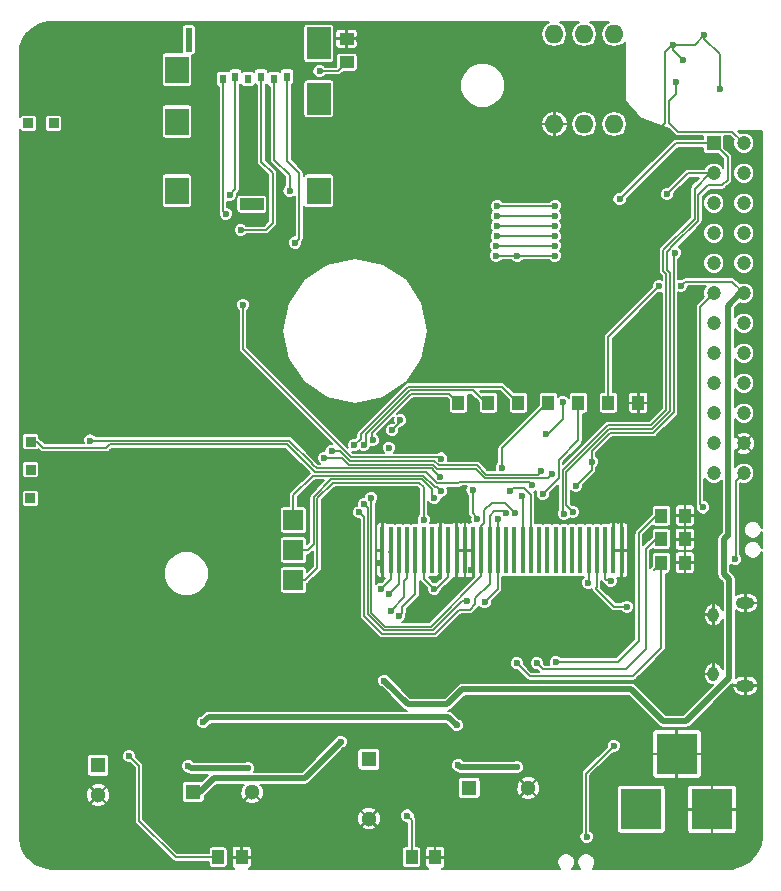
<source format=gbr>
G04 #@! TF.FileFunction,Copper,L2,Bot,Signal*
%FSLAX46Y46*%
G04 Gerber Fmt 4.6, Leading zero omitted, Abs format (unit mm)*
G04 Created by KiCad (PCBNEW 4.0.5+dfsg1-4) date Wed Oct 24 16:08:21 2018*
%MOMM*%
%LPD*%
G01*
G04 APERTURE LIST*
%ADD10C,0.100000*%
%ADD11R,0.400000X4.000000*%
%ADD12R,0.850000X0.850000*%
%ADD13R,3.500000X3.500000*%
%ADD14R,1.700000X1.700000*%
%ADD15R,2.000000X2.700000*%
%ADD16R,2.000000X2.300000*%
%ADD17R,0.600000X0.800000*%
%ADD18R,0.600000X2.000000*%
%ADD19R,2.000000X1.000000*%
%ADD20R,1.300000X1.300000*%
%ADD21C,1.300000*%
%ADD22O,0.950000X1.250000*%
%ADD23O,1.550000X1.000000*%
%ADD24R,1.250000X1.000000*%
%ADD25R,1.000000X1.250000*%
%ADD26O,1.600000X1.600000*%
%ADD27R,1.000000X1.200000*%
%ADD28R,1.200000X1.200000*%
%ADD29C,1.200000*%
%ADD30C,0.600000*%
%ADD31C,0.150000*%
%ADD32C,0.500000*%
%ADD33C,0.200000*%
G04 APERTURE END LIST*
D10*
D11*
X163161980Y-98844100D03*
X163860480Y-98844100D03*
X164558980Y-98844100D03*
X165257480Y-98844100D03*
X165955980Y-98844100D03*
X166654480Y-98844100D03*
X167352980Y-98844100D03*
X168051480Y-98844100D03*
X168749980Y-98844100D03*
X169448480Y-98844100D03*
X170146980Y-98844100D03*
X170845480Y-98844100D03*
X171543980Y-98844100D03*
X172242480Y-98844100D03*
X172940980Y-98844100D03*
X173639480Y-98844100D03*
X174337980Y-98844100D03*
X175036480Y-98844100D03*
X175734980Y-98844100D03*
X176433480Y-98844100D03*
X177131980Y-98844100D03*
X177830480Y-98844100D03*
X178528980Y-98844100D03*
X179227480Y-98844100D03*
X179925980Y-98844100D03*
X180624480Y-98844100D03*
X181322980Y-98844100D03*
X182021480Y-98844100D03*
X182719980Y-98844100D03*
X183418480Y-98844100D03*
D12*
X133172200Y-62687200D03*
X135331200Y-62687200D03*
X133375400Y-92024200D03*
X133350000Y-94437200D03*
D13*
X185077100Y-120789700D03*
X191077100Y-120789700D03*
X188077100Y-116089700D03*
D14*
X155625800Y-98831400D03*
X155625800Y-96291400D03*
X155625800Y-101371400D03*
D12*
X133375400Y-89662000D03*
D15*
X157765000Y-55930800D03*
D16*
X157765000Y-68400800D03*
D15*
X157765000Y-60630800D03*
D16*
X145765000Y-68400800D03*
X145765000Y-62550800D03*
X145765000Y-58150800D03*
D17*
X155095000Y-58750800D03*
X152895000Y-58750800D03*
X149655000Y-58950800D03*
X153995000Y-58950800D03*
X151795000Y-58950800D03*
X150710000Y-58750800D03*
D18*
X146805000Y-55630800D03*
D19*
X152095000Y-69550800D03*
D20*
X162001200Y-116560600D03*
D21*
X162001200Y-121560600D03*
X139090400Y-119568600D03*
D20*
X139090400Y-117068600D03*
X170510200Y-118973600D03*
D21*
X175510200Y-118973600D03*
D22*
X191182000Y-109307000D03*
X191182000Y-104307000D03*
D23*
X193882000Y-110307000D03*
X193882000Y-103307000D03*
D20*
X147142200Y-119329200D03*
D21*
X152142200Y-119329200D03*
D24*
X160121600Y-55540400D03*
X160121600Y-57540400D03*
D25*
X167624000Y-124841000D03*
X165624000Y-124841000D03*
X151241000Y-124841000D03*
X149241000Y-124841000D03*
X188766200Y-99893120D03*
X186766200Y-99893120D03*
X188766200Y-97911920D03*
X186766200Y-97911920D03*
X188773820Y-95912940D03*
X186773820Y-95912940D03*
D26*
X182803800Y-55143400D03*
X180263800Y-55143400D03*
X177723800Y-55143400D03*
X177723800Y-62763400D03*
X180263800Y-62763400D03*
X182803800Y-62763400D03*
D27*
X169590720Y-86370160D03*
X172130720Y-86370160D03*
X174670720Y-86370160D03*
X177210720Y-86370160D03*
X179750720Y-86370160D03*
X182290720Y-86370160D03*
X184830720Y-86370160D03*
D28*
X191206120Y-64399160D03*
D29*
X193746120Y-64399160D03*
X191206120Y-66939160D03*
X193746120Y-66939160D03*
X191206120Y-69479160D03*
X193746120Y-69479160D03*
X191206120Y-72019160D03*
X193746120Y-72019160D03*
X191206120Y-74559160D03*
X193746120Y-74559160D03*
X191206120Y-77099160D03*
X193746120Y-77099160D03*
X191206120Y-79639160D03*
X193746120Y-79639160D03*
X191206120Y-82179160D03*
X193746120Y-82179160D03*
X191206120Y-84719160D03*
X193746120Y-84719160D03*
X191206120Y-87259160D03*
X193746120Y-87259160D03*
X191206120Y-89799160D03*
X193746120Y-89799160D03*
X191206120Y-92339160D03*
X193746120Y-92339160D03*
D30*
X163697920Y-90154760D03*
X164663120Y-87843360D03*
X164002720Y-88681560D03*
X167609520Y-101305360D03*
X162834320Y-99933760D03*
X170835320Y-86776560D03*
X166776400Y-55524400D03*
X166141400Y-57556400D03*
X164922200Y-58089800D03*
X162407600Y-58064400D03*
X161493200Y-57429400D03*
X161137600Y-55524400D03*
X141452600Y-56515000D03*
X141478000Y-58318400D03*
X139877800Y-58267600D03*
X136931400Y-58318400D03*
X135229600Y-58191400D03*
X135280400Y-56565800D03*
X170688000Y-100482400D03*
X165557200Y-93894400D03*
X151790400Y-66446400D03*
X144373600Y-71577200D03*
X142722600Y-71678800D03*
X140893800Y-71653400D03*
X139496800Y-70129400D03*
X139649200Y-68300600D03*
X142671800Y-67157600D03*
X140766800Y-67157600D03*
X142951200Y-80264000D03*
X144424400Y-80264000D03*
X149326600Y-81280000D03*
X147650200Y-83642200D03*
X146075400Y-85013800D03*
X144424400Y-84963000D03*
X142773400Y-85064600D03*
X141020800Y-85064600D03*
X139268200Y-83769200D03*
X139471400Y-81991200D03*
X165709600Y-65049400D03*
X160020000Y-65604000D03*
X162026600Y-63779400D03*
X145770600Y-65963800D03*
X140004800Y-65938400D03*
X137261600Y-65989200D03*
X135585200Y-68453000D03*
X182651400Y-66827400D03*
X172161200Y-91871800D03*
X182473600Y-92710000D03*
X188569600Y-57327800D03*
X191719200Y-59766200D03*
X190398400Y-55245000D03*
X187731400Y-56057800D03*
X188437520Y-76464160D03*
X186583320Y-76489560D03*
X163322000Y-109905800D03*
X159639000Y-115062000D03*
X177754280Y-71394320D03*
X172864780Y-71401940D03*
X177787300Y-70558660D03*
X172874940Y-70578980D03*
X157835600Y-58293000D03*
X165277800Y-121310400D03*
X173273720Y-91856560D03*
X173990000Y-93827600D03*
X176728120Y-94091760D03*
X174955200Y-94234000D03*
X193022600Y-99618600D03*
X174576740Y-73908920D03*
X177759360Y-73908920D03*
X172770800Y-73908920D03*
X183235600Y-69138800D03*
X179273200Y-95605600D03*
X187248800Y-68707000D03*
X178536600Y-95758000D03*
X158851600Y-90449400D03*
X176606200Y-92125800D03*
X177495200Y-92379800D03*
X158242000Y-91033600D03*
X177777140Y-73070720D03*
X172808900Y-73068180D03*
X177774600Y-72268080D03*
X172839380Y-72257920D03*
X177012600Y-89027000D03*
X178429920Y-86319360D03*
X175844200Y-93319600D03*
X177779680Y-69687440D03*
X172882560Y-69700140D03*
X187932060Y-73654920D03*
X170789600Y-93751400D03*
X171196000Y-96240600D03*
X167538400Y-102133400D03*
X188010800Y-59207400D03*
X180873400Y-91338400D03*
X179552600Y-93395800D03*
X155778200Y-72796400D03*
X151155400Y-71729600D03*
X149885400Y-70358000D03*
X150241000Y-68757800D03*
X155295600Y-68427600D03*
X167563800Y-94386400D03*
X168122600Y-93853000D03*
X166649400Y-96266000D03*
X174523400Y-117221000D03*
X169570400Y-117043200D03*
X169435800Y-113665000D03*
X148005800Y-113411000D03*
X141706600Y-116281200D03*
X151739600Y-117297200D03*
X146735800Y-117119400D03*
X174520860Y-108424980D03*
X176225200Y-108399580D03*
X180441600Y-123113800D03*
X182753000Y-115392200D03*
X177843180Y-108325920D03*
X168148000Y-91084400D03*
X151358600Y-78054200D03*
X168021000Y-92633800D03*
X138404600Y-89560400D03*
X190322200Y-95224600D03*
X183870720Y-103630160D03*
X163880800Y-103962200D03*
X164592000Y-104394000D03*
X163017200Y-102108000D03*
X163728400Y-102565200D03*
X180594000Y-101605080D03*
X171800520Y-103235760D03*
X170276520Y-103108760D03*
X161564320Y-89926160D03*
X161615120Y-94955360D03*
X172923200Y-96164400D03*
X160776920Y-89951560D03*
X161183320Y-95641160D03*
X173583600Y-95681800D03*
X162326320Y-89519760D03*
X162224720Y-94396560D03*
X174396400Y-95707200D03*
X182470720Y-101430160D03*
D31*
X164663120Y-87843360D02*
X164663120Y-88021160D01*
X164002720Y-88681560D02*
X164663120Y-88021160D01*
X168051480Y-98844100D02*
X168051480Y-100863400D01*
X168051480Y-100863400D02*
X167609520Y-101305360D01*
X163161980Y-98844100D02*
X163161980Y-99606100D01*
X163161980Y-99606100D02*
X162834320Y-99933760D01*
D32*
X166776400Y-56921400D02*
X166776400Y-55524400D01*
X166141400Y-57556400D02*
X166776400Y-56921400D01*
X162433000Y-58089800D02*
X164922200Y-58089800D01*
X162407600Y-58064400D02*
X162433000Y-58089800D01*
X161493200Y-55880000D02*
X161493200Y-57429400D01*
X161137600Y-55524400D02*
X161493200Y-55880000D01*
X141452600Y-58293000D02*
X141452600Y-56515000D01*
X141478000Y-58318400D02*
X141452600Y-58293000D01*
X136982200Y-58267600D02*
X139877800Y-58267600D01*
X136931400Y-58318400D02*
X136982200Y-58267600D01*
X135229600Y-56616600D02*
X135229600Y-58191400D01*
X135280400Y-56565800D02*
X135229600Y-56616600D01*
D31*
X170688000Y-100482400D02*
X170845480Y-100324920D01*
X170845480Y-100324920D02*
X170845480Y-98844100D01*
X165557200Y-93894400D02*
X165557200Y-93903800D01*
D32*
X142671800Y-71653400D02*
X142722600Y-71678800D01*
X144297400Y-71653400D02*
X142671800Y-71653400D01*
X144373600Y-71577200D02*
X144297400Y-71653400D01*
X140919200Y-71678800D02*
X142722600Y-71678800D01*
X140893800Y-71653400D02*
X140919200Y-71678800D01*
X139496800Y-68453000D02*
X139496800Y-70129400D01*
X139649200Y-68300600D02*
X139496800Y-68453000D01*
X142671800Y-67157600D02*
X140766800Y-67157600D01*
X144424400Y-80264000D02*
X142951200Y-80264000D01*
X149326600Y-81965800D02*
X149326600Y-81280000D01*
X147650200Y-83642200D02*
X149326600Y-81965800D01*
X146050000Y-84988400D02*
X146075400Y-85013800D01*
X144449800Y-84988400D02*
X146050000Y-84988400D01*
X144424400Y-84963000D02*
X144449800Y-84988400D01*
X141020800Y-85064600D02*
X142773400Y-85064600D01*
X139268200Y-82194400D02*
X139268200Y-83769200D01*
X139471400Y-81991200D02*
X139268200Y-82194400D01*
X162026600Y-65125600D02*
X165633400Y-65125600D01*
X165633400Y-65125600D02*
X165709600Y-65049400D01*
X162026600Y-65227200D02*
X162026600Y-65125600D01*
X162026600Y-65125600D02*
X162026600Y-63779400D01*
X161620200Y-65633600D02*
X162026600Y-65227200D01*
X160049600Y-65633600D02*
X161620200Y-65633600D01*
X160049600Y-65633600D02*
X160020000Y-65604000D01*
X140030200Y-65989200D02*
X145745200Y-65989200D01*
X145745200Y-65989200D02*
X145770600Y-65963800D01*
X137261600Y-65989200D02*
X140030200Y-65989200D01*
X140030200Y-65989200D02*
X139954000Y-65989200D01*
X139954000Y-65989200D02*
X140004800Y-65938400D01*
X137261600Y-66776600D02*
X137261600Y-65989200D01*
X135585200Y-68453000D02*
X137261600Y-66776600D01*
D31*
X182651400Y-66827400D02*
X182905400Y-66827400D01*
X187782200Y-55956200D02*
X187731400Y-56057800D01*
X187071000Y-56667400D02*
X187782200Y-55956200D01*
X187071000Y-62661800D02*
X187071000Y-56667400D01*
X182905400Y-66827400D02*
X187071000Y-62661800D01*
X188569600Y-57327800D02*
X187731400Y-56489600D01*
X187731400Y-56489600D02*
X187731400Y-56108600D01*
X187731400Y-56108600D02*
X187731400Y-56057800D01*
X190398400Y-55245000D02*
X190398400Y-55549800D01*
X191719200Y-56870600D02*
X191719200Y-59766200D01*
X190398400Y-55549800D02*
X191719200Y-56870600D01*
X187731400Y-56057800D02*
X187731400Y-56057800D01*
X187731400Y-56057800D02*
X189585600Y-56057800D01*
X189585600Y-56057800D02*
X190398400Y-55245000D01*
X182290720Y-86370160D02*
X182290720Y-80782160D01*
X192758060Y-76108560D02*
X193738500Y-77089000D01*
X188793120Y-76108560D02*
X192758060Y-76108560D01*
X188437520Y-76464160D02*
X188793120Y-76108560D01*
X182290720Y-80782160D02*
X186583320Y-76489560D01*
D32*
X181973220Y-110617000D02*
X184238900Y-110617000D01*
X192366900Y-97622360D02*
X192430400Y-97622360D01*
X192059560Y-97929700D02*
X192366900Y-97622360D01*
X192059560Y-100863400D02*
X192059560Y-97929700D01*
X192506600Y-101310440D02*
X192059560Y-100863400D01*
X192506600Y-109692440D02*
X192506600Y-101310440D01*
X188874400Y-113324640D02*
X192506600Y-109692440D01*
X186946540Y-113324640D02*
X188874400Y-113324640D01*
X184238900Y-110617000D02*
X186946540Y-113324640D01*
X169926000Y-110617000D02*
X181973220Y-110617000D01*
X168656000Y-111887000D02*
X169926000Y-110617000D01*
X165303200Y-111887000D02*
X168656000Y-111887000D01*
X163322000Y-109905800D02*
X165303200Y-111887000D01*
X147142200Y-119329200D02*
X147675600Y-119329200D01*
X147675600Y-119329200D02*
X148869400Y-118135400D01*
X148869400Y-118135400D02*
X156565600Y-118135400D01*
X156565600Y-118135400D02*
X159639000Y-115062000D01*
X193738500Y-77089000D02*
X193471800Y-77089000D01*
X193471800Y-77089000D02*
X192430400Y-78130400D01*
X192430400Y-78130400D02*
X192430400Y-97622360D01*
D31*
X172864780Y-71401940D02*
X177746660Y-71401940D01*
X177746660Y-71401940D02*
X177754280Y-71394320D01*
X172874940Y-70578980D02*
X177766980Y-70578980D01*
X177766980Y-70578980D02*
X177787300Y-70558660D01*
X159394400Y-58267600D02*
X160121600Y-57540400D01*
X157861000Y-58267600D02*
X159394400Y-58267600D01*
X157835600Y-58293000D02*
X157861000Y-58267600D01*
X165277800Y-121310400D02*
X165624000Y-121656600D01*
X165624000Y-121656600D02*
X165624000Y-124841000D01*
X177210720Y-86370160D02*
X177109120Y-86370160D01*
X177109120Y-86370160D02*
X173273720Y-90205560D01*
X173273720Y-90205560D02*
X173273720Y-91856560D01*
X175734980Y-94175580D02*
X175734980Y-98844100D01*
X175158400Y-93599000D02*
X175734980Y-94175580D01*
X174218600Y-93599000D02*
X175158400Y-93599000D01*
X173990000Y-93827600D02*
X174218600Y-93599000D01*
X179750720Y-86370160D02*
X179750720Y-89545160D01*
X178074320Y-92745560D02*
X176728120Y-94091760D01*
X178074320Y-91221560D02*
X178074320Y-92745560D01*
X179750720Y-89545160D02*
X178074320Y-91221560D01*
X175036480Y-94315280D02*
X175036480Y-98844100D01*
X174955200Y-94234000D02*
X175036480Y-94315280D01*
X193738500Y-92329000D02*
X193065400Y-93002100D01*
X193065400Y-99575800D02*
X193065400Y-93002100D01*
X193065400Y-99575800D02*
X193022600Y-99618600D01*
X174472600Y-73908920D02*
X177759360Y-73908920D01*
X172770800Y-73908920D02*
X174472600Y-73908920D01*
X174472600Y-73908920D02*
X174576740Y-73908920D01*
X182341520Y-88582414D02*
X185978800Y-88582414D01*
X187507598Y-87053616D02*
X187507598Y-82941160D01*
X185978800Y-88582414D02*
X187507598Y-87053616D01*
X187985400Y-64389000D02*
X191198500Y-64389000D01*
X183235600Y-69138800D02*
X187985400Y-64389000D01*
X187248800Y-73583800D02*
X187883800Y-72948800D01*
X187248800Y-74777600D02*
X187248800Y-73583800D01*
X187883800Y-72948800D02*
X189890400Y-70942200D01*
X189890400Y-70942200D02*
X189890400Y-68808600D01*
X189890400Y-68808600D02*
X190754000Y-67945000D01*
X190754000Y-67945000D02*
X191922400Y-67945000D01*
X191922400Y-67945000D02*
X192379600Y-67487800D01*
X192379600Y-67487800D02*
X192379600Y-65570100D01*
X192379600Y-65570100D02*
X191198500Y-64389000D01*
X187248800Y-74777600D02*
X187248800Y-75103002D01*
X187248800Y-75103002D02*
X187507598Y-75361800D01*
X187507598Y-75361800D02*
X187507598Y-82941160D01*
X178709602Y-92214332D02*
X178709602Y-93065600D01*
X182341520Y-88582414D02*
X178709602Y-92214332D01*
X178709602Y-94742000D02*
X178709602Y-93065600D01*
X179273200Y-95605600D02*
X178714400Y-95046800D01*
X178714400Y-95046800D02*
X178714400Y-94742000D01*
X178714400Y-94742000D02*
X178709602Y-94742000D01*
X182239920Y-88259748D02*
X185877200Y-88259748D01*
X187207596Y-86929352D02*
X187207596Y-82687160D01*
X185877200Y-88259748D02*
X187207596Y-86929352D01*
X189026800Y-66929000D02*
X191198500Y-66929000D01*
X187248800Y-68707000D02*
X189026800Y-66929000D01*
X178409600Y-95224600D02*
X178409600Y-95631000D01*
X178409600Y-95631000D02*
X178536600Y-95758000D01*
X178409600Y-92176600D02*
X178409600Y-92090068D01*
X189590398Y-68219602D02*
X190881000Y-66929000D01*
X189590398Y-70817936D02*
X189590398Y-68219602D01*
X186948798Y-73459536D02*
X189590398Y-70817936D01*
X186948798Y-75227266D02*
X186948798Y-73459536D01*
X187207596Y-75486064D02*
X186948798Y-75227266D01*
X187207596Y-82687160D02*
X187207596Y-75486064D01*
X178409600Y-92090068D02*
X182239920Y-88259748D01*
X190881000Y-66929000D02*
X191198500Y-66929000D01*
X178409600Y-92176600D02*
X178409600Y-95224600D01*
X160401000Y-91295134D02*
X167545934Y-91295134D01*
X171937398Y-92435398D02*
X172237400Y-92435398D01*
X171170600Y-91668600D02*
X171937398Y-92435398D01*
X167919400Y-91668600D02*
X171170600Y-91668600D01*
X167545934Y-91295134D02*
X167919400Y-91668600D01*
X158851600Y-90449400D02*
X158877000Y-90474800D01*
X158877000Y-90474800D02*
X159580666Y-90474800D01*
X159580666Y-90474800D02*
X160401000Y-91295134D01*
X172237400Y-92435398D02*
X176296602Y-92435398D01*
X176296602Y-92435398D02*
X176606200Y-92125800D01*
X160299400Y-91617800D02*
X167444334Y-91617800D01*
X171813134Y-92735400D02*
X172491400Y-92735400D01*
X171046336Y-91968602D02*
X171813134Y-92735400D01*
X167795136Y-91968602D02*
X171046336Y-91968602D01*
X167444334Y-91617800D02*
X167795136Y-91968602D01*
X177495200Y-92379800D02*
X177139600Y-92735400D01*
X177139600Y-92735400D02*
X172491400Y-92735400D01*
X159715200Y-91033600D02*
X158242000Y-91033600D01*
X160299400Y-91617800D02*
X159715200Y-91033600D01*
X172808900Y-73068180D02*
X177774600Y-73068180D01*
X177774600Y-73068180D02*
X177777140Y-73070720D01*
X172839380Y-72257920D02*
X177764440Y-72257920D01*
X177764440Y-72257920D02*
X177774600Y-72268080D01*
X176982120Y-88996520D02*
X177175160Y-88996520D01*
X177012600Y-89027000D02*
X176982120Y-88996520D01*
X177175160Y-88996520D02*
X178429920Y-87741760D01*
X178429920Y-87741760D02*
X178429920Y-86319360D01*
X156895800Y-91661066D02*
X157364669Y-92129935D01*
X170129200Y-93040200D02*
X170129200Y-93035402D01*
X169722800Y-93040200D02*
X170129200Y-93040200D01*
X169570400Y-93192600D02*
X169722800Y-93040200D01*
X167817800Y-93192600D02*
X169570400Y-93192600D01*
X166843004Y-92217804D02*
X167817800Y-93192600D01*
X157445004Y-92217804D02*
X166843004Y-92217804D01*
X157364669Y-92137469D02*
X157445004Y-92217804D01*
X157364669Y-92129935D02*
X157364669Y-92137469D01*
X175560002Y-93035402D02*
X170129200Y-93035402D01*
X175844200Y-93319600D02*
X175560002Y-93035402D01*
X133375400Y-89662000D02*
X133883400Y-89662000D01*
X141884400Y-89865200D02*
X141884400Y-89860402D01*
X140081000Y-89865200D02*
X141884400Y-89865200D01*
X139776200Y-90170000D02*
X140081000Y-89865200D01*
X134391400Y-90170000D02*
X139776200Y-90170000D01*
X133883400Y-89662000D02*
X134391400Y-90170000D01*
X156895800Y-91661066D02*
X155095136Y-89860402D01*
X155095136Y-89860402D02*
X141884400Y-89860402D01*
X172882560Y-69700140D02*
X177766980Y-69700140D01*
X177766980Y-69700140D02*
X177779680Y-69687440D01*
X182443120Y-88905080D02*
X186080400Y-88905080D01*
X187807600Y-87177880D02*
X187807600Y-82991960D01*
X186080400Y-88905080D02*
X187807600Y-87177880D01*
X187807600Y-75176380D02*
X187807600Y-73779380D01*
X187807600Y-73779380D02*
X187932060Y-73654920D01*
X171196000Y-96240600D02*
X171196000Y-96113600D01*
X170789600Y-95707200D02*
X170789600Y-93751400D01*
X171196000Y-96113600D02*
X170789600Y-95707200D01*
X167538400Y-102133400D02*
X167690800Y-102133400D01*
X168749980Y-101074220D02*
X168749980Y-98844100D01*
X167690800Y-102133400D02*
X168749980Y-101074220D01*
X166654480Y-101249480D02*
X166654480Y-98844100D01*
X167538400Y-102133400D02*
X167538400Y-102133400D01*
X167538400Y-102133400D02*
X166654480Y-101249480D01*
X180873400Y-91338400D02*
X180873400Y-90474800D01*
X187807600Y-82991960D02*
X187807600Y-75176380D01*
X180873400Y-90474800D02*
X182443120Y-88905080D01*
X188010800Y-59207400D02*
X188010800Y-60248800D01*
X188010800Y-60248800D02*
X187426600Y-60833000D01*
X187426600Y-60833000D02*
X187426600Y-62661800D01*
X187426600Y-62661800D02*
X188163200Y-63398400D01*
X188163200Y-63398400D02*
X192747900Y-63398400D01*
X192747900Y-63398400D02*
X193738500Y-64389000D01*
X180873400Y-92075000D02*
X180873400Y-91338400D01*
X179552600Y-93395800D02*
X179552600Y-93395800D01*
X179552600Y-93395800D02*
X180873400Y-92075000D01*
X155095000Y-58750800D02*
X155095000Y-65915600D01*
X156108400Y-72466200D02*
X155778200Y-72796400D01*
X156108400Y-66929000D02*
X156108400Y-72466200D01*
X155095000Y-65915600D02*
X156108400Y-66929000D01*
X152895000Y-58750800D02*
X152895000Y-65950800D01*
X153263600Y-71729600D02*
X151155400Y-71729600D01*
X153873200Y-71120000D02*
X153263600Y-71729600D01*
X153873200Y-66929000D02*
X153873200Y-71120000D01*
X152895000Y-65950800D02*
X153873200Y-66929000D01*
X149655000Y-58950800D02*
X149655000Y-70127600D01*
X149655000Y-70127600D02*
X149885400Y-70358000D01*
X150710000Y-58750800D02*
X150710000Y-68288800D01*
X150710000Y-68288800D02*
X150241000Y-68757800D01*
X153995000Y-58950800D02*
X153995000Y-65806200D01*
X155295600Y-67106800D02*
X155295600Y-68427600D01*
X153995000Y-65806200D02*
X155295600Y-67106800D01*
X167360600Y-93693066D02*
X167110367Y-93442833D01*
X167360600Y-94183200D02*
X167360600Y-93693066D01*
X167563800Y-94386400D02*
X167360600Y-94183200D01*
X156819600Y-98831400D02*
X155625800Y-98831400D01*
X157353000Y-98298000D02*
X156819600Y-98831400D01*
X157353000Y-94310200D02*
X157353000Y-98298000D01*
X158845392Y-92817808D02*
X157353000Y-94310200D01*
X166485342Y-92817808D02*
X158845392Y-92817808D01*
X167110367Y-93442833D02*
X166485342Y-92817808D01*
X167589200Y-93497400D02*
X167436800Y-93345000D01*
X167767000Y-93497400D02*
X167589200Y-93497400D01*
X168122600Y-93853000D02*
X167767000Y-93497400D01*
X155625800Y-96291400D02*
X155625800Y-94208600D01*
X166609606Y-92517806D02*
X167436800Y-93345000D01*
X157316594Y-92517806D02*
X166609606Y-92517806D01*
X155625800Y-94208600D02*
X157316594Y-92517806D01*
X155625800Y-101371400D02*
X156616400Y-101371400D01*
X166649400Y-93497400D02*
X166649400Y-96266000D01*
X166269810Y-93117810D02*
X166649400Y-93497400D01*
X158969656Y-93117810D02*
X166269810Y-93117810D01*
X157653002Y-94434464D02*
X158969656Y-93117810D01*
X157653002Y-100334798D02*
X157653002Y-94434464D01*
X156616400Y-101371400D02*
X157653002Y-100334798D01*
X155625800Y-101371400D02*
X156210000Y-101371400D01*
D32*
X169748200Y-117221000D02*
X174523400Y-117221000D01*
X169570400Y-117043200D02*
X169748200Y-117221000D01*
X148437600Y-112979200D02*
X148005800Y-113411000D01*
X168750000Y-112979200D02*
X148437600Y-112979200D01*
X169435800Y-113665000D02*
X168750000Y-112979200D01*
D31*
X141706600Y-116281200D02*
X142544800Y-117119400D01*
X142544800Y-117119400D02*
X142544800Y-121742200D01*
X142544800Y-121742200D02*
X145643600Y-124841000D01*
X145643600Y-124841000D02*
X149241000Y-124841000D01*
D32*
X146913600Y-117297200D02*
X151739600Y-117297200D01*
X146735800Y-117119400D02*
X146913600Y-117297200D01*
D31*
X178170720Y-109514640D02*
X184386240Y-109514640D01*
X186766200Y-107134680D02*
X186766200Y-99893120D01*
X184386240Y-109514640D02*
X186766200Y-107134680D01*
X186179460Y-100500180D02*
X186311540Y-100368100D01*
X186766200Y-99893120D02*
X186766200Y-99913440D01*
X186766200Y-99913440D02*
X186179460Y-100500180D01*
X175610520Y-109514640D02*
X178170720Y-109514640D01*
X174520860Y-108424980D02*
X175610520Y-109514640D01*
X177670720Y-108940600D02*
X183760280Y-108940600D01*
X185470720Y-98730160D02*
X185470720Y-98727340D01*
X185470720Y-107230160D02*
X185470720Y-98730160D01*
X183760280Y-108940600D02*
X185470720Y-107230160D01*
X186766200Y-97911920D02*
X186286140Y-97911920D01*
X186286140Y-97911920D02*
X185470720Y-98727340D01*
X177670720Y-108940600D02*
X176766220Y-108940600D01*
X176766220Y-108940600D02*
X176225200Y-108399580D01*
X182753000Y-115392200D02*
X180390800Y-117754400D01*
X180390800Y-117754400D02*
X180390800Y-123088400D01*
X180390800Y-123088400D02*
X180441600Y-123113800D01*
X177870720Y-108298380D02*
X183102500Y-108298380D01*
X184870720Y-97430160D02*
X184870720Y-97389320D01*
X184870720Y-106530160D02*
X184870720Y-97430160D01*
X183102500Y-108298380D02*
X184870720Y-106530160D01*
X184870720Y-97389320D02*
X186164220Y-96095820D01*
X186164220Y-96095820D02*
X186344560Y-95915480D01*
X186773820Y-95912940D02*
X186347100Y-95912940D01*
X186347100Y-95912940D02*
X186164220Y-96095820D01*
X177843180Y-108325920D02*
X177870720Y-108298380D01*
X160502600Y-90972468D02*
X168036068Y-90972468D01*
X168036068Y-90972468D02*
X168148000Y-91084400D01*
X151358600Y-81828468D02*
X151358600Y-78054200D01*
X160502600Y-90972468D02*
X151358600Y-81828468D01*
X159943800Y-91917802D02*
X157576802Y-91917802D01*
X157576802Y-91917802D02*
X157251400Y-91592400D01*
X167538400Y-92136132D02*
X167538400Y-92151200D01*
X167538400Y-92151200D02*
X168021000Y-92633800D01*
X157073600Y-91414600D02*
X157251400Y-91592400D01*
X155219400Y-89560400D02*
X138404600Y-89560400D01*
X157073600Y-91414600D02*
X155219400Y-89560400D01*
X167320070Y-91917802D02*
X167538400Y-92136132D01*
X159943800Y-91917802D02*
X167320070Y-91917802D01*
X190042800Y-79080360D02*
X190042800Y-78244700D01*
X190042800Y-78244700D02*
X191198500Y-77089000D01*
X190042800Y-81061560D02*
X190042800Y-79080360D01*
X191198500Y-77089000D02*
X191198500Y-77101700D01*
X190042800Y-81061560D02*
X190042800Y-94945200D01*
X190042800Y-94945200D02*
X190322200Y-95224600D01*
X181322980Y-98844100D02*
X181322980Y-101982420D01*
X182770720Y-103630160D02*
X183870720Y-103630160D01*
X181270720Y-102130160D02*
X182770720Y-103630160D01*
X181270720Y-102034680D02*
X181270720Y-102130160D01*
X181322980Y-101982420D02*
X181270720Y-102034680D01*
X181279800Y-98887280D02*
X181322980Y-98844100D01*
X163880800Y-103962200D02*
X164998400Y-102844600D01*
X164998400Y-102844600D02*
X164998400Y-101473000D01*
X164998400Y-101473000D02*
X165257480Y-101213920D01*
X165257480Y-101213920D02*
X165257480Y-98844100D01*
X164592000Y-104394000D02*
X164846000Y-104140000D01*
X164846000Y-104140000D02*
X164846000Y-103657400D01*
X164846000Y-103657400D02*
X165955980Y-102547420D01*
X165955980Y-102547420D02*
X165955980Y-98844100D01*
X163017200Y-102108000D02*
X163860480Y-101264720D01*
X163860480Y-101264720D02*
X163860480Y-98844100D01*
X163738560Y-98966020D02*
X163860480Y-98844100D01*
X163728400Y-102565200D02*
X164558980Y-101734620D01*
X164558980Y-101734620D02*
X164558980Y-98844100D01*
X180594000Y-101605080D02*
X180624480Y-101574600D01*
X180624480Y-101574600D02*
X180624480Y-98844100D01*
X169920920Y-103101226D02*
X170268986Y-103101226D01*
X172940980Y-102095300D02*
X172940980Y-98844100D01*
X171800520Y-103235760D02*
X172940980Y-102095300D01*
X170268986Y-103101226D02*
X170276520Y-103108760D01*
X172130720Y-86370160D02*
X171902120Y-86370160D01*
X171902120Y-86370160D02*
X170835320Y-85303360D01*
X170835320Y-85303360D02*
X165806120Y-85303360D01*
X165806120Y-85303360D02*
X165450520Y-85303360D01*
X165450520Y-85303360D02*
X161742120Y-89011760D01*
X161742120Y-89011760D02*
X161742120Y-89748360D01*
X161742120Y-89748360D02*
X161564320Y-89926160D01*
X161615120Y-94955360D02*
X161899318Y-95239558D01*
X161899318Y-95239558D02*
X161899318Y-104249024D01*
X161899318Y-104249024D02*
X163268856Y-105618562D01*
X163268856Y-105618562D02*
X167403584Y-105618562D01*
X167403584Y-105618562D02*
X169920920Y-103101226D01*
X172940980Y-96182180D02*
X172940980Y-98844100D01*
X172923200Y-96164400D02*
X172940980Y-96182180D01*
X172242480Y-98844100D02*
X172242480Y-101676200D01*
X173303918Y-85003358D02*
X174670720Y-86370160D01*
X165326256Y-85003358D02*
X173303918Y-85003358D01*
X161335720Y-88993894D02*
X165326256Y-85003358D01*
X161335720Y-89392760D02*
X161335720Y-88993894D01*
X160776920Y-89951560D02*
X161335720Y-89392760D01*
X161599316Y-96057156D02*
X161183320Y-95641160D01*
X161599316Y-104373288D02*
X161599316Y-96057156D01*
X163144592Y-105918564D02*
X161599316Y-104373288D01*
X167619116Y-105918564D02*
X163144592Y-105918564D01*
X169666920Y-103870760D02*
X167619116Y-105918564D01*
X170555920Y-103870760D02*
X169666920Y-103870760D01*
X170987720Y-103438960D02*
X170555920Y-103870760D01*
X170987720Y-102930960D02*
X170987720Y-103438960D01*
X172242480Y-101676200D02*
X170987720Y-102930960D01*
X174670720Y-86370160D02*
X174670720Y-86217760D01*
X172242480Y-95905320D02*
X172242480Y-98844100D01*
X172618400Y-95529400D02*
X172242480Y-95905320D01*
X173431200Y-95529400D02*
X172618400Y-95529400D01*
X173583600Y-95681800D02*
X173431200Y-95529400D01*
X162300920Y-89545160D02*
X162300920Y-88877226D01*
X168823922Y-85603362D02*
X169590720Y-86370160D01*
X165574784Y-85603362D02*
X168823922Y-85603362D01*
X162300920Y-88877226D02*
X165574784Y-85603362D01*
X171543980Y-98844100D02*
X171543980Y-101053900D01*
X162326320Y-89519760D02*
X162300920Y-89545160D01*
X162199320Y-94421960D02*
X162224720Y-94396560D01*
X162199320Y-104124760D02*
X162199320Y-94421960D01*
X163393120Y-105318560D02*
X162199320Y-104124760D01*
X167279320Y-105318560D02*
X163393120Y-105318560D01*
X171543980Y-101053900D02*
X167279320Y-105318560D01*
X171543980Y-96756220D02*
X171543980Y-98844100D01*
X171780200Y-96520000D02*
X171543980Y-96756220D01*
X171780200Y-95478600D02*
X171780200Y-96520000D01*
X172415200Y-94843600D02*
X171780200Y-95478600D01*
X173532800Y-94843600D02*
X172415200Y-94843600D01*
X174396400Y-95707200D02*
X173532800Y-94843600D01*
X182021480Y-101280920D02*
X182021480Y-98844100D01*
X182070720Y-101330160D02*
X182021480Y-101280920D01*
X182370720Y-101330160D02*
X182070720Y-101330160D01*
X182470720Y-101430160D02*
X182370720Y-101330160D01*
D33*
G36*
X176945983Y-54344033D02*
X176707533Y-54700898D01*
X176623800Y-55121850D01*
X176623800Y-55164950D01*
X176707533Y-55585902D01*
X176945983Y-55942767D01*
X177302848Y-56181217D01*
X177723800Y-56264950D01*
X178144752Y-56181217D01*
X178501617Y-55942767D01*
X178740067Y-55585902D01*
X178823800Y-55164950D01*
X178823800Y-55121850D01*
X178740067Y-54700898D01*
X178501617Y-54344033D01*
X178225444Y-54159500D01*
X179762156Y-54159500D01*
X179485983Y-54344033D01*
X179247533Y-54700898D01*
X179163800Y-55121850D01*
X179163800Y-55164950D01*
X179247533Y-55585902D01*
X179485983Y-55942767D01*
X179842848Y-56181217D01*
X180263800Y-56264950D01*
X180684752Y-56181217D01*
X181041617Y-55942767D01*
X181280067Y-55585902D01*
X181363800Y-55164950D01*
X181363800Y-55121850D01*
X181280067Y-54700898D01*
X181041617Y-54344033D01*
X180765444Y-54159500D01*
X182302156Y-54159500D01*
X182025983Y-54344033D01*
X181787533Y-54700898D01*
X181703800Y-55121850D01*
X181703800Y-55164950D01*
X181787533Y-55585902D01*
X182025983Y-55942767D01*
X182382848Y-56181217D01*
X182803800Y-56264950D01*
X183224752Y-56181217D01*
X183581617Y-55942767D01*
X183669000Y-55811989D01*
X183669000Y-60706000D01*
X183676879Y-60744906D01*
X183695285Y-60773572D01*
X185092285Y-62297572D01*
X185130400Y-62323449D01*
X187436392Y-63201922D01*
X187898035Y-63663565D01*
X188019694Y-63744855D01*
X188163200Y-63773400D01*
X190305460Y-63773400D01*
X190300243Y-63799160D01*
X190300243Y-64014000D01*
X187985400Y-64014000D01*
X187841894Y-64042545D01*
X187720235Y-64123835D01*
X183305210Y-68538860D01*
X183116776Y-68538696D01*
X182896171Y-68629848D01*
X182727241Y-68798483D01*
X182635704Y-69018929D01*
X182635496Y-69257624D01*
X182726648Y-69478229D01*
X182895283Y-69647159D01*
X183115729Y-69738696D01*
X183354424Y-69738904D01*
X183575029Y-69647752D01*
X183743959Y-69479117D01*
X183835496Y-69258671D01*
X183835661Y-69069069D01*
X188140730Y-64764000D01*
X190300243Y-64764000D01*
X190300243Y-64999160D01*
X190321162Y-65110333D01*
X190386865Y-65212439D01*
X190487117Y-65280938D01*
X190606120Y-65305037D01*
X191584207Y-65305037D01*
X192004600Y-65725430D01*
X192004600Y-66514849D01*
X191969548Y-66430017D01*
X191716595Y-66176622D01*
X191385926Y-66039317D01*
X191027884Y-66039004D01*
X190696977Y-66175732D01*
X190443582Y-66428685D01*
X190391547Y-66554000D01*
X189026800Y-66554000D01*
X188883294Y-66582545D01*
X188761635Y-66663835D01*
X187318410Y-68107060D01*
X187129976Y-68106896D01*
X186909371Y-68198048D01*
X186740441Y-68366683D01*
X186648904Y-68587129D01*
X186648696Y-68825824D01*
X186739848Y-69046429D01*
X186908483Y-69215359D01*
X187128929Y-69306896D01*
X187367624Y-69307104D01*
X187588229Y-69215952D01*
X187757159Y-69047317D01*
X187848696Y-68826871D01*
X187848861Y-68637269D01*
X189182130Y-67304000D01*
X189975670Y-67304000D01*
X189325233Y-67954437D01*
X189243943Y-68076095D01*
X189237775Y-68107104D01*
X189215398Y-68219602D01*
X189215398Y-70662606D01*
X186683633Y-73194371D01*
X186602343Y-73316029D01*
X186587678Y-73389755D01*
X186573798Y-73459536D01*
X186573798Y-75227266D01*
X186602343Y-75370773D01*
X186683633Y-75492431D01*
X186832596Y-75641394D01*
X186832596Y-75943398D01*
X186703191Y-75889664D01*
X186464496Y-75889456D01*
X186243891Y-75980608D01*
X186074961Y-76149243D01*
X185983424Y-76369689D01*
X185983259Y-76559291D01*
X182025555Y-80516995D01*
X181944265Y-80638653D01*
X181944265Y-80638654D01*
X181915720Y-80782160D01*
X181915720Y-85464283D01*
X181790720Y-85464283D01*
X181679547Y-85485202D01*
X181577441Y-85550905D01*
X181508942Y-85651157D01*
X181484843Y-85770160D01*
X181484843Y-86970160D01*
X181505762Y-87081333D01*
X181571465Y-87183439D01*
X181671717Y-87251938D01*
X181790720Y-87276037D01*
X182790720Y-87276037D01*
X182901893Y-87255118D01*
X183003999Y-87189415D01*
X183072498Y-87089163D01*
X183096597Y-86970160D01*
X183096597Y-86482660D01*
X183980720Y-86482660D01*
X183980720Y-87039780D01*
X184034005Y-87168419D01*
X184132461Y-87266876D01*
X184261101Y-87320160D01*
X184718220Y-87320160D01*
X184805720Y-87232660D01*
X184805720Y-86395160D01*
X184855720Y-86395160D01*
X184855720Y-87232660D01*
X184943220Y-87320160D01*
X185400339Y-87320160D01*
X185528979Y-87266876D01*
X185627435Y-87168419D01*
X185680720Y-87039780D01*
X185680720Y-86482660D01*
X185593220Y-86395160D01*
X184855720Y-86395160D01*
X184805720Y-86395160D01*
X184068220Y-86395160D01*
X183980720Y-86482660D01*
X183096597Y-86482660D01*
X183096597Y-85770160D01*
X183083497Y-85700540D01*
X183980720Y-85700540D01*
X183980720Y-86257660D01*
X184068220Y-86345160D01*
X184805720Y-86345160D01*
X184805720Y-85507660D01*
X184855720Y-85507660D01*
X184855720Y-86345160D01*
X185593220Y-86345160D01*
X185680720Y-86257660D01*
X185680720Y-85700540D01*
X185627435Y-85571901D01*
X185528979Y-85473444D01*
X185400339Y-85420160D01*
X184943220Y-85420160D01*
X184855720Y-85507660D01*
X184805720Y-85507660D01*
X184718220Y-85420160D01*
X184261101Y-85420160D01*
X184132461Y-85473444D01*
X184034005Y-85571901D01*
X183980720Y-85700540D01*
X183083497Y-85700540D01*
X183075678Y-85658987D01*
X183009975Y-85556881D01*
X182909723Y-85488382D01*
X182790720Y-85464283D01*
X182665720Y-85464283D01*
X182665720Y-80937490D01*
X186513710Y-77089500D01*
X186702144Y-77089664D01*
X186832596Y-77035762D01*
X186832596Y-86774022D01*
X185721870Y-87884748D01*
X182239920Y-87884748D01*
X182096414Y-87913293D01*
X182021677Y-87963231D01*
X181974755Y-87994583D01*
X178449320Y-91520018D01*
X178449320Y-91376890D01*
X180015885Y-89810325D01*
X180097175Y-89688666D01*
X180125720Y-89545160D01*
X180125720Y-87276037D01*
X180250720Y-87276037D01*
X180361893Y-87255118D01*
X180463999Y-87189415D01*
X180532498Y-87089163D01*
X180556597Y-86970160D01*
X180556597Y-85770160D01*
X180535678Y-85658987D01*
X180469975Y-85556881D01*
X180369723Y-85488382D01*
X180250720Y-85464283D01*
X179250720Y-85464283D01*
X179139547Y-85485202D01*
X179037441Y-85550905D01*
X178968942Y-85651157D01*
X178944843Y-85770160D01*
X178944843Y-85994382D01*
X178938872Y-85979931D01*
X178770237Y-85811001D01*
X178549791Y-85719464D01*
X178311096Y-85719256D01*
X178090491Y-85810408D01*
X178016597Y-85884173D01*
X178016597Y-85770160D01*
X177995678Y-85658987D01*
X177929975Y-85556881D01*
X177829723Y-85488382D01*
X177710720Y-85464283D01*
X176710720Y-85464283D01*
X176599547Y-85485202D01*
X176497441Y-85550905D01*
X176428942Y-85651157D01*
X176404843Y-85770160D01*
X176404843Y-86544107D01*
X173008555Y-89940395D01*
X172927265Y-90062053D01*
X172900189Y-90198173D01*
X172898720Y-90205560D01*
X172898720Y-91383117D01*
X172765361Y-91516243D01*
X172673824Y-91736689D01*
X172673616Y-91975384D01*
X172708743Y-92060398D01*
X172092728Y-92060398D01*
X171435765Y-91403435D01*
X171314107Y-91322145D01*
X171170600Y-91293600D01*
X168710803Y-91293600D01*
X168747896Y-91204271D01*
X168748104Y-90965576D01*
X168656952Y-90744971D01*
X168488317Y-90576041D01*
X168267871Y-90484504D01*
X168029176Y-90484296D01*
X167808571Y-90575448D01*
X167786512Y-90597468D01*
X164103709Y-90597468D01*
X164206279Y-90495077D01*
X164297816Y-90274631D01*
X164298024Y-90035936D01*
X164206872Y-89815331D01*
X164038237Y-89646401D01*
X163817791Y-89554864D01*
X163579096Y-89554656D01*
X163358491Y-89645808D01*
X163189561Y-89814443D01*
X163098024Y-90034889D01*
X163097816Y-90273584D01*
X163188968Y-90494189D01*
X163292067Y-90597468D01*
X160657930Y-90597468D01*
X160579871Y-90519409D01*
X160657049Y-90551456D01*
X160895744Y-90551664D01*
X161116349Y-90460512D01*
X161183267Y-90393711D01*
X161224003Y-90434519D01*
X161444449Y-90526056D01*
X161683144Y-90526264D01*
X161903749Y-90435112D01*
X162072679Y-90266477D01*
X162144351Y-90093871D01*
X162206449Y-90119656D01*
X162445144Y-90119864D01*
X162665749Y-90028712D01*
X162834679Y-89860077D01*
X162926216Y-89639631D01*
X162926424Y-89400936D01*
X162835272Y-89180331D01*
X162681843Y-89026633D01*
X164118779Y-87589697D01*
X164063224Y-87723489D01*
X164063016Y-87962184D01*
X164100660Y-88053290D01*
X164072330Y-88081620D01*
X163883896Y-88081456D01*
X163663291Y-88172608D01*
X163494361Y-88341243D01*
X163402824Y-88561689D01*
X163402616Y-88800384D01*
X163493768Y-89020989D01*
X163662403Y-89189919D01*
X163882849Y-89281456D01*
X164121544Y-89281664D01*
X164342149Y-89190512D01*
X164511079Y-89021877D01*
X164602616Y-88801431D01*
X164602781Y-88611829D01*
X164771155Y-88443455D01*
X164781944Y-88443464D01*
X165002549Y-88352312D01*
X165171479Y-88183677D01*
X165263016Y-87963231D01*
X165263224Y-87724536D01*
X165172072Y-87503931D01*
X165003437Y-87335001D01*
X164782991Y-87243464D01*
X164544296Y-87243256D01*
X164409540Y-87298936D01*
X165730114Y-85978362D01*
X168668592Y-85978362D01*
X168784843Y-86094613D01*
X168784843Y-86970160D01*
X168805762Y-87081333D01*
X168871465Y-87183439D01*
X168971717Y-87251938D01*
X169090720Y-87276037D01*
X170090720Y-87276037D01*
X170201893Y-87255118D01*
X170303999Y-87189415D01*
X170372498Y-87089163D01*
X170396597Y-86970160D01*
X170396597Y-85770160D01*
X170379323Y-85678360D01*
X170679990Y-85678360D01*
X171324843Y-86323213D01*
X171324843Y-86970160D01*
X171345762Y-87081333D01*
X171411465Y-87183439D01*
X171511717Y-87251938D01*
X171630720Y-87276037D01*
X172630720Y-87276037D01*
X172741893Y-87255118D01*
X172843999Y-87189415D01*
X172912498Y-87089163D01*
X172936597Y-86970160D01*
X172936597Y-85770160D01*
X172915678Y-85658987D01*
X172849975Y-85556881D01*
X172749723Y-85488382D01*
X172630720Y-85464283D01*
X171630720Y-85464283D01*
X171543066Y-85480776D01*
X171440648Y-85378358D01*
X173148588Y-85378358D01*
X173864843Y-86094613D01*
X173864843Y-86970160D01*
X173885762Y-87081333D01*
X173951465Y-87183439D01*
X174051717Y-87251938D01*
X174170720Y-87276037D01*
X175170720Y-87276037D01*
X175281893Y-87255118D01*
X175383999Y-87189415D01*
X175452498Y-87089163D01*
X175476597Y-86970160D01*
X175476597Y-85770160D01*
X175455678Y-85658987D01*
X175389975Y-85556881D01*
X175289723Y-85488382D01*
X175170720Y-85464283D01*
X174295173Y-85464283D01*
X173569083Y-84738193D01*
X173447425Y-84656903D01*
X173303918Y-84628358D01*
X165326256Y-84628358D01*
X165182749Y-84656903D01*
X165061091Y-84738193D01*
X161070555Y-88728729D01*
X160989265Y-88850387D01*
X160977770Y-88908176D01*
X160960720Y-88993894D01*
X160960720Y-89237430D01*
X160846530Y-89351620D01*
X160658096Y-89351456D01*
X160437491Y-89442608D01*
X160268561Y-89611243D01*
X160177024Y-89831689D01*
X160176816Y-90070384D01*
X160209185Y-90148723D01*
X151733600Y-81673138D01*
X151733600Y-80264000D01*
X154686072Y-80264000D01*
X155154931Y-82621111D01*
X156490127Y-84619373D01*
X158488389Y-85954569D01*
X160845500Y-86423428D01*
X163202611Y-85954569D01*
X165200873Y-84619373D01*
X166536069Y-82621111D01*
X167004928Y-80264000D01*
X166536069Y-77906889D01*
X165200873Y-75908627D01*
X163202611Y-74573431D01*
X160845500Y-74104572D01*
X158488389Y-74573431D01*
X156490127Y-75908627D01*
X155154931Y-77906889D01*
X154686072Y-80264000D01*
X151733600Y-80264000D01*
X151733600Y-78527643D01*
X151866959Y-78394517D01*
X151958496Y-78174071D01*
X151958704Y-77935376D01*
X151867552Y-77714771D01*
X151698917Y-77545841D01*
X151478471Y-77454304D01*
X151239776Y-77454096D01*
X151019171Y-77545248D01*
X150850241Y-77713883D01*
X150758704Y-77934329D01*
X150758496Y-78173024D01*
X150849648Y-78393629D01*
X150983600Y-78527815D01*
X150983600Y-81828468D01*
X151012145Y-81971975D01*
X151093435Y-82093633D01*
X158849199Y-89849397D01*
X158732776Y-89849296D01*
X158512171Y-89940448D01*
X158343241Y-90109083D01*
X158251704Y-90329529D01*
X158251613Y-90433608D01*
X158123176Y-90433496D01*
X157902571Y-90524648D01*
X157733641Y-90693283D01*
X157642104Y-90913729D01*
X157641896Y-91152424D01*
X157733048Y-91373029D01*
X157901683Y-91541959D01*
X157903713Y-91542802D01*
X157732132Y-91542802D01*
X155484565Y-89295235D01*
X155362907Y-89213945D01*
X155219400Y-89185400D01*
X138878043Y-89185400D01*
X138744917Y-89052041D01*
X138524471Y-88960504D01*
X138285776Y-88960296D01*
X138065171Y-89051448D01*
X137896241Y-89220083D01*
X137804704Y-89440529D01*
X137804496Y-89679224D01*
X137852334Y-89795000D01*
X134546730Y-89795000D01*
X134148565Y-89396835D01*
X134106277Y-89368579D01*
X134106277Y-89237000D01*
X134085358Y-89125827D01*
X134019655Y-89023721D01*
X133919403Y-88955222D01*
X133800400Y-88931123D01*
X132950400Y-88931123D01*
X132839227Y-88952042D01*
X132737121Y-89017745D01*
X132668622Y-89117997D01*
X132644523Y-89237000D01*
X132644523Y-90087000D01*
X132665442Y-90198173D01*
X132731145Y-90300279D01*
X132831397Y-90368778D01*
X132950400Y-90392877D01*
X133800400Y-90392877D01*
X133911573Y-90371958D01*
X134003728Y-90312658D01*
X134126235Y-90435165D01*
X134247894Y-90516455D01*
X134391400Y-90545000D01*
X139776200Y-90545000D01*
X139919707Y-90516455D01*
X140041365Y-90435165D01*
X140236330Y-90240200D01*
X141884400Y-90240200D01*
X141908521Y-90235402D01*
X154939806Y-90235402D01*
X157004237Y-92299833D01*
X155360635Y-93943435D01*
X155279345Y-94065093D01*
X155268178Y-94121235D01*
X155250800Y-94208600D01*
X155250800Y-95135523D01*
X154775800Y-95135523D01*
X154664627Y-95156442D01*
X154562521Y-95222145D01*
X154494022Y-95322397D01*
X154469923Y-95441400D01*
X154469923Y-97141400D01*
X154490842Y-97252573D01*
X154556545Y-97354679D01*
X154656797Y-97423178D01*
X154775800Y-97447277D01*
X156475800Y-97447277D01*
X156586973Y-97426358D01*
X156689079Y-97360655D01*
X156757578Y-97260403D01*
X156781677Y-97141400D01*
X156781677Y-95441400D01*
X156760758Y-95330227D01*
X156695055Y-95228121D01*
X156594803Y-95159622D01*
X156475800Y-95135523D01*
X156000800Y-95135523D01*
X156000800Y-94363930D01*
X157471924Y-92892806D01*
X158240064Y-92892806D01*
X157087835Y-94045035D01*
X157006545Y-94166693D01*
X156993157Y-94234000D01*
X156978000Y-94310200D01*
X156978000Y-98142670D01*
X156781677Y-98338993D01*
X156781677Y-97981400D01*
X156760758Y-97870227D01*
X156695055Y-97768121D01*
X156594803Y-97699622D01*
X156475800Y-97675523D01*
X154775800Y-97675523D01*
X154664627Y-97696442D01*
X154562521Y-97762145D01*
X154494022Y-97862397D01*
X154469923Y-97981400D01*
X154469923Y-99681400D01*
X154490842Y-99792573D01*
X154556545Y-99894679D01*
X154656797Y-99963178D01*
X154775800Y-99987277D01*
X156475800Y-99987277D01*
X156586973Y-99966358D01*
X156689079Y-99900655D01*
X156757578Y-99800403D01*
X156781677Y-99681400D01*
X156781677Y-99206400D01*
X156819600Y-99206400D01*
X156963107Y-99177855D01*
X157084765Y-99096565D01*
X157278002Y-98903328D01*
X157278002Y-100179468D01*
X156781677Y-100675793D01*
X156781677Y-100521400D01*
X156760758Y-100410227D01*
X156695055Y-100308121D01*
X156594803Y-100239622D01*
X156475800Y-100215523D01*
X154775800Y-100215523D01*
X154664627Y-100236442D01*
X154562521Y-100302145D01*
X154494022Y-100402397D01*
X154469923Y-100521400D01*
X154469923Y-102221400D01*
X154490842Y-102332573D01*
X154556545Y-102434679D01*
X154656797Y-102503178D01*
X154775800Y-102527277D01*
X156475800Y-102527277D01*
X156586973Y-102506358D01*
X156689079Y-102440655D01*
X156757578Y-102340403D01*
X156781677Y-102221400D01*
X156781677Y-101703309D01*
X156881565Y-101636565D01*
X157918167Y-100599963D01*
X157999457Y-100478304D01*
X158028002Y-100334798D01*
X158028002Y-94589794D01*
X159124986Y-93492810D01*
X166114480Y-93492810D01*
X166274400Y-93652730D01*
X166274400Y-95792557D01*
X166141041Y-95925683D01*
X166049504Y-96146129D01*
X166049296Y-96384824D01*
X166112679Y-96538223D01*
X165755980Y-96538223D01*
X165644807Y-96559142D01*
X165607224Y-96583326D01*
X165576483Y-96562322D01*
X165457480Y-96538223D01*
X165057480Y-96538223D01*
X164946307Y-96559142D01*
X164908724Y-96583326D01*
X164877983Y-96562322D01*
X164758980Y-96538223D01*
X164358980Y-96538223D01*
X164247807Y-96559142D01*
X164210224Y-96583326D01*
X164179483Y-96562322D01*
X164060480Y-96538223D01*
X163660480Y-96538223D01*
X163568404Y-96555549D01*
X163560239Y-96547384D01*
X163431599Y-96494100D01*
X163274480Y-96494100D01*
X163186980Y-96581600D01*
X163186980Y-98819100D01*
X163206980Y-98819100D01*
X163206980Y-98869100D01*
X163186980Y-98869100D01*
X163186980Y-101106600D01*
X163274480Y-101194100D01*
X163400770Y-101194100D01*
X163086810Y-101508060D01*
X162898376Y-101507896D01*
X162677771Y-101599048D01*
X162574320Y-101702318D01*
X162574320Y-98956600D01*
X162611980Y-98956600D01*
X162611980Y-100913720D01*
X162665265Y-101042359D01*
X162763721Y-101140816D01*
X162892361Y-101194100D01*
X163049480Y-101194100D01*
X163136980Y-101106600D01*
X163136980Y-98869100D01*
X162699480Y-98869100D01*
X162611980Y-98956600D01*
X162574320Y-98956600D01*
X162574320Y-96774480D01*
X162611980Y-96774480D01*
X162611980Y-98731600D01*
X162699480Y-98819100D01*
X163136980Y-98819100D01*
X163136980Y-96581600D01*
X163049480Y-96494100D01*
X162892361Y-96494100D01*
X162763721Y-96547384D01*
X162665265Y-96645841D01*
X162611980Y-96774480D01*
X162574320Y-96774480D01*
X162574320Y-94895359D01*
X162733079Y-94736877D01*
X162824616Y-94516431D01*
X162824824Y-94277736D01*
X162733672Y-94057131D01*
X162565037Y-93888201D01*
X162344591Y-93796664D01*
X162105896Y-93796456D01*
X161885291Y-93887608D01*
X161716361Y-94056243D01*
X161624824Y-94276689D01*
X161624755Y-94355368D01*
X161496296Y-94355256D01*
X161275691Y-94446408D01*
X161106761Y-94615043D01*
X161015224Y-94835489D01*
X161015027Y-95061496D01*
X160843891Y-95132208D01*
X160674961Y-95300843D01*
X160583424Y-95521289D01*
X160583216Y-95759984D01*
X160674368Y-95980589D01*
X160843003Y-96149519D01*
X161063449Y-96241056D01*
X161224316Y-96241196D01*
X161224316Y-104373288D01*
X161252861Y-104516795D01*
X161334151Y-104638453D01*
X162879427Y-106183729D01*
X163001085Y-106265019D01*
X163144592Y-106293564D01*
X167619116Y-106293564D01*
X167762623Y-106265019D01*
X167884281Y-106183729D01*
X169822250Y-104245760D01*
X170555920Y-104245760D01*
X170699427Y-104217215D01*
X170821085Y-104135925D01*
X171252885Y-103704125D01*
X171310624Y-103617712D01*
X171320004Y-103603675D01*
X171460203Y-103744119D01*
X171680649Y-103835656D01*
X171919344Y-103835864D01*
X172139949Y-103744712D01*
X172308879Y-103576077D01*
X172400416Y-103355631D01*
X172400581Y-103166029D01*
X173206145Y-102360465D01*
X173287435Y-102238807D01*
X173315980Y-102095300D01*
X173315980Y-101122805D01*
X173320477Y-101125878D01*
X173439480Y-101149977D01*
X173839480Y-101149977D01*
X173950653Y-101129058D01*
X173988236Y-101104874D01*
X174018977Y-101125878D01*
X174137980Y-101149977D01*
X174537980Y-101149977D01*
X174649153Y-101129058D01*
X174686736Y-101104874D01*
X174717477Y-101125878D01*
X174836480Y-101149977D01*
X175236480Y-101149977D01*
X175347653Y-101129058D01*
X175385236Y-101104874D01*
X175415977Y-101125878D01*
X175534980Y-101149977D01*
X175934980Y-101149977D01*
X176046153Y-101129058D01*
X176083736Y-101104874D01*
X176114477Y-101125878D01*
X176233480Y-101149977D01*
X176633480Y-101149977D01*
X176744653Y-101129058D01*
X176782236Y-101104874D01*
X176812977Y-101125878D01*
X176931980Y-101149977D01*
X177331980Y-101149977D01*
X177443153Y-101129058D01*
X177480736Y-101104874D01*
X177511477Y-101125878D01*
X177630480Y-101149977D01*
X178030480Y-101149977D01*
X178141653Y-101129058D01*
X178179236Y-101104874D01*
X178209977Y-101125878D01*
X178328980Y-101149977D01*
X178728980Y-101149977D01*
X178840153Y-101129058D01*
X178877736Y-101104874D01*
X178908477Y-101125878D01*
X179027480Y-101149977D01*
X179427480Y-101149977D01*
X179538653Y-101129058D01*
X179576236Y-101104874D01*
X179606977Y-101125878D01*
X179725980Y-101149977D01*
X180125980Y-101149977D01*
X180217967Y-101132668D01*
X180085641Y-101264763D01*
X179994104Y-101485209D01*
X179993896Y-101723904D01*
X180085048Y-101944509D01*
X180253683Y-102113439D01*
X180474129Y-102204976D01*
X180712824Y-102205184D01*
X180895720Y-102129613D01*
X180895720Y-102130160D01*
X180924265Y-102273667D01*
X181005555Y-102395325D01*
X182505555Y-103895325D01*
X182627213Y-103976615D01*
X182770720Y-104005160D01*
X183397277Y-104005160D01*
X183530403Y-104138519D01*
X183750849Y-104230056D01*
X183989544Y-104230264D01*
X184210149Y-104139112D01*
X184379079Y-103970477D01*
X184470616Y-103750031D01*
X184470824Y-103511336D01*
X184379672Y-103290731D01*
X184211037Y-103121801D01*
X183990591Y-103030264D01*
X183751896Y-103030056D01*
X183531291Y-103121208D01*
X183397105Y-103255160D01*
X182926050Y-103255160D01*
X181690569Y-102019679D01*
X181697980Y-101982420D01*
X181697980Y-101458781D01*
X181756315Y-101546085D01*
X181805555Y-101595325D01*
X181921879Y-101673051D01*
X181961768Y-101769589D01*
X182130403Y-101938519D01*
X182350849Y-102030056D01*
X182589544Y-102030264D01*
X182810149Y-101939112D01*
X182979079Y-101770477D01*
X183070616Y-101550031D01*
X183070824Y-101311336D01*
X183017592Y-101182505D01*
X183069230Y-101161116D01*
X183148861Y-101194100D01*
X183305980Y-101194100D01*
X183393480Y-101106600D01*
X183393480Y-98869100D01*
X183443480Y-98869100D01*
X183443480Y-101106600D01*
X183530980Y-101194100D01*
X183688099Y-101194100D01*
X183816739Y-101140816D01*
X183915195Y-101042359D01*
X183968480Y-100913720D01*
X183968480Y-98956600D01*
X183880980Y-98869100D01*
X183443480Y-98869100D01*
X183393480Y-98869100D01*
X182744980Y-98869100D01*
X182744980Y-98889100D01*
X182694980Y-98889100D01*
X182694980Y-98869100D01*
X182674980Y-98869100D01*
X182674980Y-98819100D01*
X182694980Y-98819100D01*
X182694980Y-96581600D01*
X182744980Y-96581600D01*
X182744980Y-98819100D01*
X183393480Y-98819100D01*
X183393480Y-96581600D01*
X183443480Y-96581600D01*
X183443480Y-98819100D01*
X183880980Y-98819100D01*
X183968480Y-98731600D01*
X183968480Y-96774480D01*
X183915195Y-96645841D01*
X183816739Y-96547384D01*
X183688099Y-96494100D01*
X183530980Y-96494100D01*
X183443480Y-96581600D01*
X183393480Y-96581600D01*
X183305980Y-96494100D01*
X183148861Y-96494100D01*
X183069230Y-96527084D01*
X182989599Y-96494100D01*
X182832480Y-96494100D01*
X182744980Y-96581600D01*
X182694980Y-96581600D01*
X182607480Y-96494100D01*
X182450361Y-96494100D01*
X182321721Y-96547384D01*
X182312458Y-96556647D01*
X182221480Y-96538223D01*
X181821480Y-96538223D01*
X181710307Y-96559142D01*
X181672724Y-96583326D01*
X181641983Y-96562322D01*
X181522980Y-96538223D01*
X181122980Y-96538223D01*
X181011807Y-96559142D01*
X180974224Y-96583326D01*
X180943483Y-96562322D01*
X180824480Y-96538223D01*
X180424480Y-96538223D01*
X180313307Y-96559142D01*
X180275724Y-96583326D01*
X180244983Y-96562322D01*
X180125980Y-96538223D01*
X179725980Y-96538223D01*
X179614807Y-96559142D01*
X179577224Y-96583326D01*
X179546483Y-96562322D01*
X179427480Y-96538223D01*
X179027480Y-96538223D01*
X178916307Y-96559142D01*
X178878724Y-96583326D01*
X178847983Y-96562322D01*
X178728980Y-96538223D01*
X178328980Y-96538223D01*
X178217807Y-96559142D01*
X178180224Y-96583326D01*
X178149483Y-96562322D01*
X178030480Y-96538223D01*
X177630480Y-96538223D01*
X177519307Y-96559142D01*
X177481724Y-96583326D01*
X177450983Y-96562322D01*
X177331980Y-96538223D01*
X176931980Y-96538223D01*
X176820807Y-96559142D01*
X176783224Y-96583326D01*
X176752483Y-96562322D01*
X176633480Y-96538223D01*
X176233480Y-96538223D01*
X176122307Y-96559142D01*
X176109980Y-96567074D01*
X176109980Y-94175580D01*
X176099170Y-94121235D01*
X176081435Y-94032073D01*
X176000145Y-93910415D01*
X175995865Y-93906135D01*
X176183629Y-93828552D01*
X176190655Y-93821538D01*
X176128224Y-93971889D01*
X176128016Y-94210584D01*
X176219168Y-94431189D01*
X176387803Y-94600119D01*
X176608249Y-94691656D01*
X176846944Y-94691864D01*
X177067549Y-94600712D01*
X177236479Y-94432077D01*
X177328016Y-94211631D01*
X177328181Y-94022029D01*
X178034600Y-93315610D01*
X178034600Y-95411335D01*
X178028241Y-95417683D01*
X177936704Y-95638129D01*
X177936496Y-95876824D01*
X178027648Y-96097429D01*
X178196283Y-96266359D01*
X178416729Y-96357896D01*
X178655424Y-96358104D01*
X178876029Y-96266952D01*
X179000969Y-96142231D01*
X179153329Y-96205496D01*
X179392024Y-96205704D01*
X179612629Y-96114552D01*
X179781559Y-95945917D01*
X179873096Y-95725471D01*
X179873304Y-95486776D01*
X179782152Y-95266171D01*
X179613517Y-95097241D01*
X179393071Y-95005704D01*
X179203469Y-95005539D01*
X179089400Y-94891470D01*
X179089400Y-94742000D01*
X179084602Y-94717879D01*
X179084602Y-93776255D01*
X179212283Y-93904159D01*
X179432729Y-93995696D01*
X179671424Y-93995904D01*
X179892029Y-93904752D01*
X180060959Y-93736117D01*
X180152496Y-93515671D01*
X180152661Y-93326069D01*
X181138565Y-92340165D01*
X181219855Y-92218507D01*
X181248400Y-92075000D01*
X181248400Y-91811843D01*
X181381759Y-91678717D01*
X181473296Y-91458271D01*
X181473504Y-91219576D01*
X181382352Y-90998971D01*
X181248400Y-90864785D01*
X181248400Y-90630130D01*
X182598450Y-89280080D01*
X186080400Y-89280080D01*
X186223907Y-89251535D01*
X186345565Y-89170245D01*
X188072765Y-87443045D01*
X188154055Y-87321386D01*
X188182600Y-87177880D01*
X188182600Y-77007979D01*
X188317649Y-77064056D01*
X188556344Y-77064264D01*
X188776949Y-76973112D01*
X188945879Y-76804477D01*
X189037416Y-76584031D01*
X189037504Y-76483560D01*
X190548891Y-76483560D01*
X190443582Y-76588685D01*
X190306277Y-76919354D01*
X190305964Y-77277396D01*
X190356783Y-77400387D01*
X189777635Y-77979535D01*
X189696345Y-78101193D01*
X189682057Y-78173024D01*
X189667800Y-78244700D01*
X189667800Y-94945200D01*
X189696345Y-95088707D01*
X189722284Y-95127527D01*
X189722096Y-95343424D01*
X189813248Y-95564029D01*
X189981883Y-95732959D01*
X190202329Y-95824496D01*
X190441024Y-95824704D01*
X190661629Y-95733552D01*
X190830559Y-95564917D01*
X190922096Y-95344471D01*
X190922304Y-95105776D01*
X190831152Y-94885171D01*
X190662517Y-94716241D01*
X190442071Y-94624704D01*
X190417800Y-94624683D01*
X190417800Y-92788060D01*
X190442692Y-92848303D01*
X190695645Y-93101698D01*
X191026314Y-93239003D01*
X191384356Y-93239316D01*
X191715263Y-93102588D01*
X191880400Y-92937739D01*
X191880400Y-97331043D01*
X191670651Y-97540791D01*
X191551426Y-97719224D01*
X191509560Y-97929700D01*
X191509560Y-100863400D01*
X191551426Y-101073876D01*
X191670651Y-101252309D01*
X191956600Y-101538258D01*
X191956600Y-103913443D01*
X191934634Y-103818189D01*
X191747686Y-103555959D01*
X191474617Y-103385232D01*
X191335691Y-103346442D01*
X191207000Y-103419924D01*
X191207000Y-104282000D01*
X191227000Y-104282000D01*
X191227000Y-104332000D01*
X191207000Y-104332000D01*
X191207000Y-105194076D01*
X191335691Y-105267558D01*
X191474617Y-105228768D01*
X191747686Y-105058041D01*
X191934634Y-104795811D01*
X191956600Y-104700557D01*
X191956600Y-108913443D01*
X191934634Y-108818189D01*
X191747686Y-108555959D01*
X191474617Y-108385232D01*
X191335691Y-108346442D01*
X191207000Y-108419924D01*
X191207000Y-109282000D01*
X191227000Y-109282000D01*
X191227000Y-109332000D01*
X191207000Y-109332000D01*
X191207000Y-109352000D01*
X191157000Y-109352000D01*
X191157000Y-109332000D01*
X190357000Y-109332000D01*
X190357000Y-109482000D01*
X190429366Y-109795811D01*
X190616314Y-110058041D01*
X190889383Y-110228768D01*
X191028309Y-110267558D01*
X191156998Y-110194077D01*
X191156998Y-110264225D01*
X188646582Y-112774640D01*
X187174358Y-112774640D01*
X184627809Y-110228091D01*
X184449376Y-110108866D01*
X184238900Y-110067000D01*
X169926000Y-110067000D01*
X169715524Y-110108866D01*
X169537091Y-110228091D01*
X168428182Y-111337000D01*
X165531018Y-111337000D01*
X163880638Y-109686620D01*
X163830952Y-109566371D01*
X163662317Y-109397441D01*
X163441871Y-109305904D01*
X163203176Y-109305696D01*
X162982571Y-109396848D01*
X162813641Y-109565483D01*
X162722104Y-109785929D01*
X162721896Y-110024624D01*
X162813048Y-110245229D01*
X162981683Y-110414159D01*
X163102857Y-110464475D01*
X164914291Y-112275909D01*
X165092724Y-112395134D01*
X165263986Y-112429200D01*
X148437600Y-112429200D01*
X148227124Y-112471066D01*
X148048691Y-112590291D01*
X148048689Y-112590294D01*
X147786620Y-112852362D01*
X147666371Y-112902048D01*
X147497441Y-113070683D01*
X147405904Y-113291129D01*
X147405696Y-113529824D01*
X147496848Y-113750429D01*
X147665483Y-113919359D01*
X147885929Y-114010896D01*
X148124624Y-114011104D01*
X148345229Y-113919952D01*
X148514159Y-113751317D01*
X148564475Y-113630143D01*
X148665417Y-113529200D01*
X168522182Y-113529200D01*
X168877162Y-113884179D01*
X168926848Y-114004429D01*
X169095483Y-114173359D01*
X169315929Y-114264896D01*
X169554624Y-114265104D01*
X169775229Y-114173952D01*
X169944159Y-114005317D01*
X170035696Y-113784871D01*
X170035904Y-113546176D01*
X169944752Y-113325571D01*
X169776117Y-113156641D01*
X169654942Y-113106325D01*
X169138909Y-112590291D01*
X168960476Y-112471066D01*
X168750000Y-112429200D01*
X168695214Y-112429200D01*
X168866476Y-112395134D01*
X169044909Y-112275909D01*
X170153818Y-111167000D01*
X184011082Y-111167000D01*
X186557631Y-113713549D01*
X186736064Y-113832774D01*
X186946540Y-113874640D01*
X188874400Y-113874640D01*
X189084876Y-113832774D01*
X189263309Y-113713549D01*
X192512253Y-110464604D01*
X192771739Y-110464604D01*
X192812134Y-110609185D01*
X192988281Y-110890364D01*
X193258622Y-111082731D01*
X193582000Y-111157000D01*
X193857000Y-111157000D01*
X193857000Y-110332000D01*
X193907000Y-110332000D01*
X193907000Y-111157000D01*
X194182000Y-111157000D01*
X194505378Y-111082731D01*
X194775719Y-110890364D01*
X194951866Y-110609185D01*
X194992261Y-110464604D01*
X194919090Y-110332000D01*
X193907000Y-110332000D01*
X193857000Y-110332000D01*
X192844910Y-110332000D01*
X192771739Y-110464604D01*
X192512253Y-110464604D01*
X192791553Y-110185304D01*
X192844910Y-110282000D01*
X193857000Y-110282000D01*
X193857000Y-109457000D01*
X193907000Y-109457000D01*
X193907000Y-110282000D01*
X194919090Y-110282000D01*
X194992261Y-110149396D01*
X194951866Y-110004815D01*
X194775719Y-109723636D01*
X194505378Y-109531269D01*
X194182000Y-109457000D01*
X193907000Y-109457000D01*
X193857000Y-109457000D01*
X193582000Y-109457000D01*
X193258622Y-109531269D01*
X193056600Y-109675022D01*
X193056600Y-103938978D01*
X193258622Y-104082731D01*
X193582000Y-104157000D01*
X193857000Y-104157000D01*
X193857000Y-103332000D01*
X193907000Y-103332000D01*
X193907000Y-104157000D01*
X194182000Y-104157000D01*
X194505378Y-104082731D01*
X194775719Y-103890364D01*
X194951866Y-103609185D01*
X194992261Y-103464604D01*
X194919090Y-103332000D01*
X193907000Y-103332000D01*
X193857000Y-103332000D01*
X193837000Y-103332000D01*
X193837000Y-103282000D01*
X193857000Y-103282000D01*
X193857000Y-102457000D01*
X193907000Y-102457000D01*
X193907000Y-103282000D01*
X194919090Y-103282000D01*
X194992261Y-103149396D01*
X194951866Y-103004815D01*
X194775719Y-102723636D01*
X194505378Y-102531269D01*
X194182000Y-102457000D01*
X193907000Y-102457000D01*
X193857000Y-102457000D01*
X193582000Y-102457000D01*
X193258622Y-102531269D01*
X193056600Y-102675022D01*
X193056600Y-101310440D01*
X193014734Y-101099964D01*
X192895509Y-100921531D01*
X192609560Y-100635582D01*
X192609560Y-100054109D01*
X192682283Y-100126959D01*
X192902729Y-100218496D01*
X193141424Y-100218704D01*
X193362029Y-100127552D01*
X193530959Y-99958917D01*
X193622496Y-99738471D01*
X193622704Y-99499776D01*
X193531552Y-99279171D01*
X193440400Y-99187860D01*
X193440400Y-93186719D01*
X193566314Y-93239003D01*
X193924356Y-93239316D01*
X194255263Y-93102588D01*
X194508658Y-92849635D01*
X194645963Y-92518966D01*
X194646276Y-92160924D01*
X194509548Y-91830017D01*
X194256595Y-91576622D01*
X193925926Y-91439317D01*
X193567884Y-91439004D01*
X193236977Y-91575732D01*
X192983582Y-91828685D01*
X192980400Y-91836348D01*
X192980400Y-90439627D01*
X193141008Y-90439627D01*
X193197199Y-90597217D01*
X193544387Y-90746532D01*
X193922286Y-90751617D01*
X194273366Y-90611701D01*
X194295041Y-90597217D01*
X194351232Y-90439627D01*
X193746120Y-89834515D01*
X193141008Y-90439627D01*
X192980400Y-90439627D01*
X192980400Y-90359611D01*
X193105653Y-90404272D01*
X193710765Y-89799160D01*
X193781475Y-89799160D01*
X194386587Y-90404272D01*
X194544177Y-90348081D01*
X194693492Y-90000893D01*
X194698577Y-89622994D01*
X194558661Y-89271914D01*
X194544177Y-89250239D01*
X194386587Y-89194048D01*
X193781475Y-89799160D01*
X193710765Y-89799160D01*
X193105653Y-89194048D01*
X192980400Y-89238709D01*
X192980400Y-89158693D01*
X193141008Y-89158693D01*
X193746120Y-89763805D01*
X194351232Y-89158693D01*
X194295041Y-89001103D01*
X193947853Y-88851788D01*
X193569954Y-88846703D01*
X193218874Y-88986619D01*
X193197199Y-89001103D01*
X193141008Y-89158693D01*
X192980400Y-89158693D01*
X192980400Y-87762756D01*
X192982692Y-87768303D01*
X193235645Y-88021698D01*
X193566314Y-88159003D01*
X193924356Y-88159316D01*
X194255263Y-88022588D01*
X194508658Y-87769635D01*
X194645963Y-87438966D01*
X194646276Y-87080924D01*
X194509548Y-86750017D01*
X194256595Y-86496622D01*
X193925926Y-86359317D01*
X193567884Y-86359004D01*
X193236977Y-86495732D01*
X192983582Y-86748685D01*
X192980400Y-86756348D01*
X192980400Y-85222756D01*
X192982692Y-85228303D01*
X193235645Y-85481698D01*
X193566314Y-85619003D01*
X193924356Y-85619316D01*
X194255263Y-85482588D01*
X194508658Y-85229635D01*
X194645963Y-84898966D01*
X194646276Y-84540924D01*
X194509548Y-84210017D01*
X194256595Y-83956622D01*
X193925926Y-83819317D01*
X193567884Y-83819004D01*
X193236977Y-83955732D01*
X192983582Y-84208685D01*
X192980400Y-84216348D01*
X192980400Y-82682756D01*
X192982692Y-82688303D01*
X193235645Y-82941698D01*
X193566314Y-83079003D01*
X193924356Y-83079316D01*
X194255263Y-82942588D01*
X194508658Y-82689635D01*
X194645963Y-82358966D01*
X194646276Y-82000924D01*
X194509548Y-81670017D01*
X194256595Y-81416622D01*
X193925926Y-81279317D01*
X193567884Y-81279004D01*
X193236977Y-81415732D01*
X192983582Y-81668685D01*
X192980400Y-81676348D01*
X192980400Y-80142756D01*
X192982692Y-80148303D01*
X193235645Y-80401698D01*
X193566314Y-80539003D01*
X193924356Y-80539316D01*
X194255263Y-80402588D01*
X194508658Y-80149635D01*
X194645963Y-79818966D01*
X194646276Y-79460924D01*
X194509548Y-79130017D01*
X194256595Y-78876622D01*
X193925926Y-78739317D01*
X193567884Y-78739004D01*
X193236977Y-78875732D01*
X192983582Y-79128685D01*
X192980400Y-79136348D01*
X192980400Y-78358218D01*
X193406129Y-77932489D01*
X193566314Y-77999003D01*
X193924356Y-77999316D01*
X194255263Y-77862588D01*
X194508658Y-77609635D01*
X194645963Y-77278966D01*
X194646276Y-76920924D01*
X194509548Y-76590017D01*
X194256595Y-76336622D01*
X193925926Y-76199317D01*
X193567884Y-76199004D01*
X193434109Y-76254279D01*
X193023225Y-75843395D01*
X192901567Y-75762105D01*
X192758060Y-75733560D01*
X188793120Y-75733560D01*
X188649613Y-75762105D01*
X188527955Y-75843395D01*
X188507130Y-75864220D01*
X188318696Y-75864056D01*
X188182600Y-75920290D01*
X188182600Y-74737396D01*
X190305964Y-74737396D01*
X190442692Y-75068303D01*
X190695645Y-75321698D01*
X191026314Y-75459003D01*
X191384356Y-75459316D01*
X191715263Y-75322588D01*
X191968658Y-75069635D01*
X192105963Y-74738966D01*
X192105964Y-74737396D01*
X192845964Y-74737396D01*
X192982692Y-75068303D01*
X193235645Y-75321698D01*
X193566314Y-75459003D01*
X193924356Y-75459316D01*
X194255263Y-75322588D01*
X194508658Y-75069635D01*
X194645963Y-74738966D01*
X194646276Y-74380924D01*
X194509548Y-74050017D01*
X194256595Y-73796622D01*
X193925926Y-73659317D01*
X193567884Y-73659004D01*
X193236977Y-73795732D01*
X192983582Y-74048685D01*
X192846277Y-74379354D01*
X192845964Y-74737396D01*
X192105964Y-74737396D01*
X192106276Y-74380924D01*
X191969548Y-74050017D01*
X191716595Y-73796622D01*
X191385926Y-73659317D01*
X191027884Y-73659004D01*
X190696977Y-73795732D01*
X190443582Y-74048685D01*
X190306277Y-74379354D01*
X190305964Y-74737396D01*
X188182600Y-74737396D01*
X188182600Y-74200600D01*
X188271489Y-74163872D01*
X188440419Y-73995237D01*
X188531956Y-73774791D01*
X188532164Y-73536096D01*
X188441012Y-73315491D01*
X188272377Y-73146561D01*
X188232802Y-73130128D01*
X189165534Y-72197396D01*
X190305964Y-72197396D01*
X190442692Y-72528303D01*
X190695645Y-72781698D01*
X191026314Y-72919003D01*
X191384356Y-72919316D01*
X191715263Y-72782588D01*
X191968658Y-72529635D01*
X192105963Y-72198966D01*
X192105964Y-72197396D01*
X192845964Y-72197396D01*
X192982692Y-72528303D01*
X193235645Y-72781698D01*
X193566314Y-72919003D01*
X193924356Y-72919316D01*
X194255263Y-72782588D01*
X194508658Y-72529635D01*
X194645963Y-72198966D01*
X194646276Y-71840924D01*
X194509548Y-71510017D01*
X194256595Y-71256622D01*
X193925926Y-71119317D01*
X193567884Y-71119004D01*
X193236977Y-71255732D01*
X192983582Y-71508685D01*
X192846277Y-71839354D01*
X192845964Y-72197396D01*
X192105964Y-72197396D01*
X192106276Y-71840924D01*
X191969548Y-71510017D01*
X191716595Y-71256622D01*
X191385926Y-71119317D01*
X191027884Y-71119004D01*
X190696977Y-71255732D01*
X190443582Y-71508685D01*
X190306277Y-71839354D01*
X190305964Y-72197396D01*
X189165534Y-72197396D01*
X190155565Y-71207365D01*
X190236855Y-71085707D01*
X190265400Y-70942200D01*
X190265400Y-69657396D01*
X190305964Y-69657396D01*
X190442692Y-69988303D01*
X190695645Y-70241698D01*
X191026314Y-70379003D01*
X191384356Y-70379316D01*
X191715263Y-70242588D01*
X191968658Y-69989635D01*
X192105963Y-69658966D01*
X192105964Y-69657396D01*
X192845964Y-69657396D01*
X192982692Y-69988303D01*
X193235645Y-70241698D01*
X193566314Y-70379003D01*
X193924356Y-70379316D01*
X194255263Y-70242588D01*
X194508658Y-69989635D01*
X194645963Y-69658966D01*
X194646276Y-69300924D01*
X194509548Y-68970017D01*
X194256595Y-68716622D01*
X193925926Y-68579317D01*
X193567884Y-68579004D01*
X193236977Y-68715732D01*
X192983582Y-68968685D01*
X192846277Y-69299354D01*
X192845964Y-69657396D01*
X192105964Y-69657396D01*
X192106276Y-69300924D01*
X191969548Y-68970017D01*
X191716595Y-68716622D01*
X191385926Y-68579317D01*
X191027884Y-68579004D01*
X190696977Y-68715732D01*
X190443582Y-68968685D01*
X190306277Y-69299354D01*
X190305964Y-69657396D01*
X190265400Y-69657396D01*
X190265400Y-68963930D01*
X190909330Y-68320000D01*
X191922400Y-68320000D01*
X192065907Y-68291455D01*
X192187565Y-68210165D01*
X192644765Y-67752965D01*
X192678426Y-67702588D01*
X192726055Y-67631306D01*
X192754600Y-67487800D01*
X192754600Y-67117396D01*
X192845964Y-67117396D01*
X192982692Y-67448303D01*
X193235645Y-67701698D01*
X193566314Y-67839003D01*
X193924356Y-67839316D01*
X194255263Y-67702588D01*
X194508658Y-67449635D01*
X194645963Y-67118966D01*
X194646276Y-66760924D01*
X194509548Y-66430017D01*
X194256595Y-66176622D01*
X193925926Y-66039317D01*
X193567884Y-66039004D01*
X193236977Y-66175732D01*
X192983582Y-66428685D01*
X192846277Y-66759354D01*
X192845964Y-67117396D01*
X192754600Y-67117396D01*
X192754600Y-65570100D01*
X192726055Y-65426594D01*
X192644765Y-65304935D01*
X192111997Y-64772167D01*
X192111997Y-63799160D01*
X192107150Y-63773400D01*
X192592570Y-63773400D01*
X192902683Y-64083513D01*
X192846277Y-64219354D01*
X192845964Y-64577396D01*
X192982692Y-64908303D01*
X193235645Y-65161698D01*
X193566314Y-65299003D01*
X193924356Y-65299316D01*
X194255263Y-65162588D01*
X194508658Y-64909635D01*
X194645963Y-64578966D01*
X194646276Y-64220924D01*
X194509548Y-63890017D01*
X194256595Y-63636622D01*
X193925926Y-63499317D01*
X193567884Y-63499004D01*
X193434109Y-63554279D01*
X193246830Y-63367000D01*
X193548000Y-63367000D01*
X193584226Y-63359794D01*
X193621159Y-63359794D01*
X193690507Y-63346000D01*
X195268500Y-63346000D01*
X195268500Y-96959833D01*
X195158789Y-96694314D01*
X194947995Y-96483152D01*
X194672439Y-96368731D01*
X194374070Y-96368470D01*
X194098314Y-96482411D01*
X193887152Y-96693205D01*
X193772731Y-96968761D01*
X193772470Y-97267130D01*
X193886411Y-97542886D01*
X194097205Y-97754048D01*
X194372761Y-97868469D01*
X194671130Y-97868730D01*
X194946886Y-97754789D01*
X195158048Y-97543995D01*
X195268500Y-97277997D01*
X195268500Y-98659833D01*
X195158789Y-98394314D01*
X194947995Y-98183152D01*
X194672439Y-98068731D01*
X194374070Y-98068470D01*
X194098314Y-98182411D01*
X193887152Y-98393205D01*
X193772731Y-98668761D01*
X193772470Y-98967130D01*
X193886411Y-99242886D01*
X194097205Y-99454048D01*
X194372761Y-99568469D01*
X194671130Y-99568730D01*
X194946886Y-99454789D01*
X195158048Y-99243995D01*
X195268500Y-98977997D01*
X195268500Y-123110898D01*
X195212292Y-123785390D01*
X194823579Y-124562817D01*
X194202695Y-125240145D01*
X193691220Y-125519131D01*
X192884265Y-125761217D01*
X192849264Y-125779943D01*
X192833451Y-125799500D01*
X180945160Y-125799500D01*
X181049948Y-125694895D01*
X181164369Y-125419339D01*
X181164630Y-125120970D01*
X181050689Y-124845214D01*
X180839895Y-124634052D01*
X180564339Y-124519631D01*
X180265970Y-124519370D01*
X179990214Y-124633311D01*
X179779052Y-124844105D01*
X179664631Y-125119661D01*
X179664370Y-125418030D01*
X179778311Y-125693786D01*
X179883841Y-125799500D01*
X179245160Y-125799500D01*
X179349948Y-125694895D01*
X179464369Y-125419339D01*
X179464630Y-125120970D01*
X179350689Y-124845214D01*
X179139895Y-124634052D01*
X178864339Y-124519631D01*
X178565970Y-124519370D01*
X178290214Y-124633311D01*
X178079052Y-124844105D01*
X177964631Y-125119661D01*
X177964370Y-125418030D01*
X178078311Y-125693786D01*
X178183841Y-125799500D01*
X168233454Y-125799500D01*
X168322259Y-125762716D01*
X168420715Y-125664259D01*
X168474000Y-125535620D01*
X168474000Y-124953500D01*
X168386500Y-124866000D01*
X167649000Y-124866000D01*
X167649000Y-124886000D01*
X167599000Y-124886000D01*
X167599000Y-124866000D01*
X166861500Y-124866000D01*
X166774000Y-124953500D01*
X166774000Y-125535620D01*
X166827285Y-125664259D01*
X166925741Y-125762716D01*
X167014546Y-125799500D01*
X151850454Y-125799500D01*
X151939259Y-125762716D01*
X152037715Y-125664259D01*
X152091000Y-125535620D01*
X152091000Y-124953500D01*
X152003500Y-124866000D01*
X151266000Y-124866000D01*
X151266000Y-124886000D01*
X151216000Y-124886000D01*
X151216000Y-124866000D01*
X150478500Y-124866000D01*
X150391000Y-124953500D01*
X150391000Y-125535620D01*
X150444285Y-125664259D01*
X150542741Y-125762716D01*
X150631546Y-125799500D01*
X135143602Y-125799500D01*
X134752322Y-125766893D01*
X134162296Y-125589885D01*
X133734002Y-125375739D01*
X133582863Y-125254827D01*
X133014355Y-124733695D01*
X132683137Y-124126461D01*
X132455000Y-123327982D01*
X132455000Y-120245129D01*
X138449227Y-120245129D01*
X138511505Y-120407912D01*
X138876762Y-120565557D01*
X139274543Y-120571424D01*
X139644290Y-120424620D01*
X139669295Y-120407912D01*
X139731573Y-120245129D01*
X139090400Y-119603955D01*
X138449227Y-120245129D01*
X132455000Y-120245129D01*
X132455000Y-119752743D01*
X138087576Y-119752743D01*
X138234380Y-120122490D01*
X138251088Y-120147495D01*
X138413871Y-120209773D01*
X139055045Y-119568600D01*
X139125755Y-119568600D01*
X139766929Y-120209773D01*
X139929712Y-120147495D01*
X140087357Y-119782238D01*
X140093224Y-119384457D01*
X139946420Y-119014710D01*
X139929712Y-118989705D01*
X139766929Y-118927427D01*
X139125755Y-119568600D01*
X139055045Y-119568600D01*
X138413871Y-118927427D01*
X138251088Y-118989705D01*
X138093443Y-119354962D01*
X138087576Y-119752743D01*
X132455000Y-119752743D01*
X132455000Y-118892071D01*
X138449227Y-118892071D01*
X139090400Y-119533245D01*
X139731573Y-118892071D01*
X139669295Y-118729288D01*
X139304038Y-118571643D01*
X138906257Y-118565776D01*
X138536510Y-118712580D01*
X138511505Y-118729288D01*
X138449227Y-118892071D01*
X132455000Y-118892071D01*
X132455000Y-116418600D01*
X138134523Y-116418600D01*
X138134523Y-117718600D01*
X138155442Y-117829773D01*
X138221145Y-117931879D01*
X138321397Y-118000378D01*
X138440400Y-118024477D01*
X139740400Y-118024477D01*
X139851573Y-118003558D01*
X139953679Y-117937855D01*
X140022178Y-117837603D01*
X140046277Y-117718600D01*
X140046277Y-116418600D01*
X140042782Y-116400024D01*
X141106496Y-116400024D01*
X141197648Y-116620629D01*
X141366283Y-116789559D01*
X141586729Y-116881096D01*
X141776331Y-116881261D01*
X142169800Y-117274730D01*
X142169800Y-121742200D01*
X142198345Y-121885707D01*
X142279635Y-122007365D01*
X145378435Y-125106165D01*
X145500093Y-125187455D01*
X145643600Y-125216000D01*
X148435123Y-125216000D01*
X148435123Y-125466000D01*
X148456042Y-125577173D01*
X148521745Y-125679279D01*
X148621997Y-125747778D01*
X148741000Y-125771877D01*
X149741000Y-125771877D01*
X149852173Y-125750958D01*
X149954279Y-125685255D01*
X150022778Y-125585003D01*
X150046877Y-125466000D01*
X150046877Y-124216000D01*
X150033777Y-124146380D01*
X150391000Y-124146380D01*
X150391000Y-124728500D01*
X150478500Y-124816000D01*
X151216000Y-124816000D01*
X151216000Y-123953500D01*
X151266000Y-123953500D01*
X151266000Y-124816000D01*
X152003500Y-124816000D01*
X152091000Y-124728500D01*
X152091000Y-124146380D01*
X152037715Y-124017741D01*
X151939259Y-123919284D01*
X151810619Y-123866000D01*
X151353500Y-123866000D01*
X151266000Y-123953500D01*
X151216000Y-123953500D01*
X151128500Y-123866000D01*
X150671381Y-123866000D01*
X150542741Y-123919284D01*
X150444285Y-124017741D01*
X150391000Y-124146380D01*
X150033777Y-124146380D01*
X150025958Y-124104827D01*
X149960255Y-124002721D01*
X149860003Y-123934222D01*
X149741000Y-123910123D01*
X148741000Y-123910123D01*
X148629827Y-123931042D01*
X148527721Y-123996745D01*
X148459222Y-124096997D01*
X148435123Y-124216000D01*
X148435123Y-124466000D01*
X145798930Y-124466000D01*
X143570059Y-122237129D01*
X161360027Y-122237129D01*
X161422305Y-122399912D01*
X161787562Y-122557557D01*
X162185343Y-122563424D01*
X162555090Y-122416620D01*
X162580095Y-122399912D01*
X162642373Y-122237129D01*
X162001200Y-121595955D01*
X161360027Y-122237129D01*
X143570059Y-122237129D01*
X143077673Y-121744743D01*
X160998376Y-121744743D01*
X161145180Y-122114490D01*
X161161888Y-122139495D01*
X161324671Y-122201773D01*
X161965845Y-121560600D01*
X162036555Y-121560600D01*
X162677729Y-122201773D01*
X162840512Y-122139495D01*
X162998157Y-121774238D01*
X163003245Y-121429224D01*
X164677696Y-121429224D01*
X164768848Y-121649829D01*
X164937483Y-121818759D01*
X165157929Y-121910296D01*
X165249000Y-121910375D01*
X165249000Y-123910123D01*
X165124000Y-123910123D01*
X165012827Y-123931042D01*
X164910721Y-123996745D01*
X164842222Y-124096997D01*
X164818123Y-124216000D01*
X164818123Y-125466000D01*
X164839042Y-125577173D01*
X164904745Y-125679279D01*
X165004997Y-125747778D01*
X165124000Y-125771877D01*
X166124000Y-125771877D01*
X166235173Y-125750958D01*
X166337279Y-125685255D01*
X166405778Y-125585003D01*
X166429877Y-125466000D01*
X166429877Y-124216000D01*
X166416777Y-124146380D01*
X166774000Y-124146380D01*
X166774000Y-124728500D01*
X166861500Y-124816000D01*
X167599000Y-124816000D01*
X167599000Y-123953500D01*
X167649000Y-123953500D01*
X167649000Y-124816000D01*
X168386500Y-124816000D01*
X168474000Y-124728500D01*
X168474000Y-124146380D01*
X168420715Y-124017741D01*
X168322259Y-123919284D01*
X168193619Y-123866000D01*
X167736500Y-123866000D01*
X167649000Y-123953500D01*
X167599000Y-123953500D01*
X167511500Y-123866000D01*
X167054381Y-123866000D01*
X166925741Y-123919284D01*
X166827285Y-124017741D01*
X166774000Y-124146380D01*
X166416777Y-124146380D01*
X166408958Y-124104827D01*
X166343255Y-124002721D01*
X166243003Y-123934222D01*
X166124000Y-123910123D01*
X165999000Y-123910123D01*
X165999000Y-123232624D01*
X179841496Y-123232624D01*
X179932648Y-123453229D01*
X180101283Y-123622159D01*
X180321729Y-123713696D01*
X180560424Y-123713904D01*
X180781029Y-123622752D01*
X180949959Y-123454117D01*
X181041496Y-123233671D01*
X181041704Y-122994976D01*
X180950552Y-122774371D01*
X180781917Y-122605441D01*
X180765800Y-122598749D01*
X180765800Y-119039700D01*
X183021223Y-119039700D01*
X183021223Y-122539700D01*
X183042142Y-122650873D01*
X183107845Y-122752979D01*
X183208097Y-122821478D01*
X183327100Y-122845577D01*
X186827100Y-122845577D01*
X186938273Y-122824658D01*
X187040379Y-122758955D01*
X187108878Y-122658703D01*
X187132977Y-122539700D01*
X187132977Y-120902200D01*
X188977100Y-120902200D01*
X188977100Y-122609320D01*
X189030385Y-122737959D01*
X189128841Y-122836416D01*
X189257481Y-122889700D01*
X190964600Y-122889700D01*
X191052100Y-122802200D01*
X191052100Y-120814700D01*
X191102100Y-120814700D01*
X191102100Y-122802200D01*
X191189600Y-122889700D01*
X192896719Y-122889700D01*
X193025359Y-122836416D01*
X193123815Y-122737959D01*
X193177100Y-122609320D01*
X193177100Y-120902200D01*
X193089600Y-120814700D01*
X191102100Y-120814700D01*
X191052100Y-120814700D01*
X189064600Y-120814700D01*
X188977100Y-120902200D01*
X187132977Y-120902200D01*
X187132977Y-119039700D01*
X187119877Y-118970080D01*
X188977100Y-118970080D01*
X188977100Y-120677200D01*
X189064600Y-120764700D01*
X191052100Y-120764700D01*
X191052100Y-118777200D01*
X191102100Y-118777200D01*
X191102100Y-120764700D01*
X193089600Y-120764700D01*
X193177100Y-120677200D01*
X193177100Y-118970080D01*
X193123815Y-118841441D01*
X193025359Y-118742984D01*
X192896719Y-118689700D01*
X191189600Y-118689700D01*
X191102100Y-118777200D01*
X191052100Y-118777200D01*
X190964600Y-118689700D01*
X189257481Y-118689700D01*
X189128841Y-118742984D01*
X189030385Y-118841441D01*
X188977100Y-118970080D01*
X187119877Y-118970080D01*
X187112058Y-118928527D01*
X187046355Y-118826421D01*
X186946103Y-118757922D01*
X186827100Y-118733823D01*
X183327100Y-118733823D01*
X183215927Y-118754742D01*
X183113821Y-118820445D01*
X183045322Y-118920697D01*
X183021223Y-119039700D01*
X180765800Y-119039700D01*
X180765800Y-117909730D01*
X182473330Y-116202200D01*
X185977100Y-116202200D01*
X185977100Y-117909320D01*
X186030385Y-118037959D01*
X186128841Y-118136416D01*
X186257481Y-118189700D01*
X187964600Y-118189700D01*
X188052100Y-118102200D01*
X188052100Y-116114700D01*
X188102100Y-116114700D01*
X188102100Y-118102200D01*
X188189600Y-118189700D01*
X189896719Y-118189700D01*
X190025359Y-118136416D01*
X190123815Y-118037959D01*
X190177100Y-117909320D01*
X190177100Y-116202200D01*
X190089600Y-116114700D01*
X188102100Y-116114700D01*
X188052100Y-116114700D01*
X186064600Y-116114700D01*
X185977100Y-116202200D01*
X182473330Y-116202200D01*
X182683390Y-115992140D01*
X182871824Y-115992304D01*
X183092429Y-115901152D01*
X183261359Y-115732517D01*
X183352896Y-115512071D01*
X183353104Y-115273376D01*
X183261952Y-115052771D01*
X183093317Y-114883841D01*
X182872871Y-114792304D01*
X182634176Y-114792096D01*
X182413571Y-114883248D01*
X182244641Y-115051883D01*
X182153104Y-115272329D01*
X182152939Y-115461931D01*
X180125635Y-117489235D01*
X180044345Y-117610893D01*
X180037898Y-117643304D01*
X180015800Y-117754400D01*
X180015800Y-122691068D01*
X179933241Y-122773483D01*
X179841704Y-122993929D01*
X179841496Y-123232624D01*
X165999000Y-123232624D01*
X165999000Y-121656600D01*
X165970455Y-121513094D01*
X165889165Y-121391435D01*
X165877740Y-121380010D01*
X165877904Y-121191576D01*
X165786752Y-120970971D01*
X165618117Y-120802041D01*
X165397671Y-120710504D01*
X165158976Y-120710296D01*
X164938371Y-120801448D01*
X164769441Y-120970083D01*
X164677904Y-121190529D01*
X164677696Y-121429224D01*
X163003245Y-121429224D01*
X163004024Y-121376457D01*
X162857220Y-121006710D01*
X162840512Y-120981705D01*
X162677729Y-120919427D01*
X162036555Y-121560600D01*
X161965845Y-121560600D01*
X161324671Y-120919427D01*
X161161888Y-120981705D01*
X161004243Y-121346962D01*
X160998376Y-121744743D01*
X143077673Y-121744743D01*
X142919800Y-121586870D01*
X142919800Y-120884071D01*
X161360027Y-120884071D01*
X162001200Y-121525245D01*
X162642373Y-120884071D01*
X162580095Y-120721288D01*
X162214838Y-120563643D01*
X161817057Y-120557776D01*
X161447310Y-120704580D01*
X161422305Y-120721288D01*
X161360027Y-120884071D01*
X142919800Y-120884071D01*
X142919800Y-117238224D01*
X146135696Y-117238224D01*
X146226848Y-117458829D01*
X146395483Y-117627759D01*
X146516657Y-117678075D01*
X146524691Y-117686109D01*
X146703124Y-117805334D01*
X146913600Y-117847200D01*
X148379782Y-117847200D01*
X147843309Y-118383673D01*
X147792200Y-118373323D01*
X146492200Y-118373323D01*
X146381027Y-118394242D01*
X146278921Y-118459945D01*
X146210422Y-118560197D01*
X146186323Y-118679200D01*
X146186323Y-119979200D01*
X146207242Y-120090373D01*
X146272945Y-120192479D01*
X146373197Y-120260978D01*
X146492200Y-120285077D01*
X147792200Y-120285077D01*
X147903373Y-120264158D01*
X148005479Y-120198455D01*
X148073978Y-120098203D01*
X148092704Y-120005729D01*
X151501027Y-120005729D01*
X151563305Y-120168512D01*
X151928562Y-120326157D01*
X152326343Y-120332024D01*
X152696090Y-120185220D01*
X152721095Y-120168512D01*
X152783373Y-120005729D01*
X152142200Y-119364555D01*
X151501027Y-120005729D01*
X148092704Y-120005729D01*
X148098077Y-119979200D01*
X148098077Y-119684541D01*
X149097218Y-118685400D01*
X151463041Y-118685400D01*
X151465669Y-118688028D01*
X151302888Y-118750305D01*
X151145243Y-119115562D01*
X151139376Y-119513343D01*
X151286180Y-119883090D01*
X151302888Y-119908095D01*
X151465671Y-119970373D01*
X152106845Y-119329200D01*
X152092702Y-119315058D01*
X152128058Y-119279702D01*
X152142200Y-119293845D01*
X152156342Y-119279702D01*
X152191698Y-119315058D01*
X152177555Y-119329200D01*
X152818729Y-119970373D01*
X152981512Y-119908095D01*
X153139157Y-119542838D01*
X153145024Y-119145057D01*
X152998220Y-118775310D01*
X152981512Y-118750305D01*
X152818731Y-118688028D01*
X152821359Y-118685400D01*
X156565600Y-118685400D01*
X156776076Y-118643534D01*
X156954509Y-118524309D01*
X157155218Y-118323600D01*
X169554323Y-118323600D01*
X169554323Y-119623600D01*
X169575242Y-119734773D01*
X169640945Y-119836879D01*
X169741197Y-119905378D01*
X169860200Y-119929477D01*
X171160200Y-119929477D01*
X171271373Y-119908558D01*
X171373479Y-119842855D01*
X171441978Y-119742603D01*
X171460704Y-119650129D01*
X174869027Y-119650129D01*
X174931305Y-119812912D01*
X175296562Y-119970557D01*
X175694343Y-119976424D01*
X176064090Y-119829620D01*
X176089095Y-119812912D01*
X176151373Y-119650129D01*
X175510200Y-119008955D01*
X174869027Y-119650129D01*
X171460704Y-119650129D01*
X171466077Y-119623600D01*
X171466077Y-119157743D01*
X174507376Y-119157743D01*
X174654180Y-119527490D01*
X174670888Y-119552495D01*
X174833671Y-119614773D01*
X175474845Y-118973600D01*
X175545555Y-118973600D01*
X176186729Y-119614773D01*
X176349512Y-119552495D01*
X176507157Y-119187238D01*
X176513024Y-118789457D01*
X176366220Y-118419710D01*
X176349512Y-118394705D01*
X176186729Y-118332427D01*
X175545555Y-118973600D01*
X175474845Y-118973600D01*
X174833671Y-118332427D01*
X174670888Y-118394705D01*
X174513243Y-118759962D01*
X174507376Y-119157743D01*
X171466077Y-119157743D01*
X171466077Y-118323600D01*
X171461086Y-118297071D01*
X174869027Y-118297071D01*
X175510200Y-118938245D01*
X176151373Y-118297071D01*
X176089095Y-118134288D01*
X175723838Y-117976643D01*
X175326057Y-117970776D01*
X174956310Y-118117580D01*
X174931305Y-118134288D01*
X174869027Y-118297071D01*
X171461086Y-118297071D01*
X171445158Y-118212427D01*
X171379455Y-118110321D01*
X171279203Y-118041822D01*
X171160200Y-118017723D01*
X169860200Y-118017723D01*
X169749027Y-118038642D01*
X169646921Y-118104345D01*
X169578422Y-118204597D01*
X169554323Y-118323600D01*
X157155218Y-118323600D01*
X159568218Y-115910600D01*
X161045323Y-115910600D01*
X161045323Y-117210600D01*
X161066242Y-117321773D01*
X161131945Y-117423879D01*
X161232197Y-117492378D01*
X161351200Y-117516477D01*
X162651200Y-117516477D01*
X162762373Y-117495558D01*
X162864479Y-117429855D01*
X162932978Y-117329603D01*
X162957077Y-117210600D01*
X162957077Y-117162024D01*
X168970296Y-117162024D01*
X169061448Y-117382629D01*
X169230083Y-117551559D01*
X169351257Y-117601875D01*
X169359291Y-117609909D01*
X169537724Y-117729134D01*
X169748200Y-117771000D01*
X174283366Y-117771000D01*
X174403529Y-117820896D01*
X174642224Y-117821104D01*
X174862829Y-117729952D01*
X175031759Y-117561317D01*
X175123296Y-117340871D01*
X175123504Y-117102176D01*
X175032352Y-116881571D01*
X174863717Y-116712641D01*
X174643271Y-116621104D01*
X174404576Y-116620896D01*
X174283315Y-116671000D01*
X170046638Y-116671000D01*
X169910717Y-116534841D01*
X169690271Y-116443304D01*
X169451576Y-116443096D01*
X169230971Y-116534248D01*
X169062041Y-116702883D01*
X168970504Y-116923329D01*
X168970296Y-117162024D01*
X162957077Y-117162024D01*
X162957077Y-115910600D01*
X162936158Y-115799427D01*
X162870455Y-115697321D01*
X162770203Y-115628822D01*
X162651200Y-115604723D01*
X161351200Y-115604723D01*
X161240027Y-115625642D01*
X161137921Y-115691345D01*
X161069422Y-115791597D01*
X161045323Y-115910600D01*
X159568218Y-115910600D01*
X159858180Y-115620638D01*
X159978429Y-115570952D01*
X160147359Y-115402317D01*
X160238896Y-115181871D01*
X160239104Y-114943176D01*
X160147952Y-114722571D01*
X159979317Y-114553641D01*
X159758871Y-114462104D01*
X159520176Y-114461896D01*
X159299571Y-114553048D01*
X159130641Y-114721683D01*
X159080325Y-114842857D01*
X156337782Y-117585400D01*
X152269600Y-117585400D01*
X152339496Y-117417071D01*
X152339704Y-117178376D01*
X152248552Y-116957771D01*
X152079917Y-116788841D01*
X151859471Y-116697304D01*
X151620776Y-116697096D01*
X151499515Y-116747200D01*
X147212038Y-116747200D01*
X147076117Y-116611041D01*
X146855671Y-116519504D01*
X146616976Y-116519296D01*
X146396371Y-116610448D01*
X146227441Y-116779083D01*
X146135904Y-116999529D01*
X146135696Y-117238224D01*
X142919800Y-117238224D01*
X142919800Y-117119400D01*
X142891255Y-116975894D01*
X142809965Y-116854235D01*
X142306540Y-116350810D01*
X142306704Y-116162376D01*
X142215552Y-115941771D01*
X142046917Y-115772841D01*
X141826471Y-115681304D01*
X141587776Y-115681096D01*
X141367171Y-115772248D01*
X141198241Y-115940883D01*
X141106704Y-116161329D01*
X141106496Y-116400024D01*
X140042782Y-116400024D01*
X140025358Y-116307427D01*
X139959655Y-116205321D01*
X139859403Y-116136822D01*
X139740400Y-116112723D01*
X138440400Y-116112723D01*
X138329227Y-116133642D01*
X138227121Y-116199345D01*
X138158622Y-116299597D01*
X138134523Y-116418600D01*
X132455000Y-116418600D01*
X132455000Y-114270080D01*
X185977100Y-114270080D01*
X185977100Y-115977200D01*
X186064600Y-116064700D01*
X188052100Y-116064700D01*
X188052100Y-114077200D01*
X188102100Y-114077200D01*
X188102100Y-116064700D01*
X190089600Y-116064700D01*
X190177100Y-115977200D01*
X190177100Y-114270080D01*
X190123815Y-114141441D01*
X190025359Y-114042984D01*
X189896719Y-113989700D01*
X188189600Y-113989700D01*
X188102100Y-114077200D01*
X188052100Y-114077200D01*
X187964600Y-113989700D01*
X186257481Y-113989700D01*
X186128841Y-114042984D01*
X186030385Y-114141441D01*
X185977100Y-114270080D01*
X132455000Y-114270080D01*
X132455000Y-108543804D01*
X173920756Y-108543804D01*
X174011908Y-108764409D01*
X174180543Y-108933339D01*
X174400989Y-109024876D01*
X174590591Y-109025041D01*
X175345355Y-109779805D01*
X175467013Y-109861095D01*
X175610520Y-109889640D01*
X184386240Y-109889640D01*
X184529747Y-109861095D01*
X184651405Y-109779805D01*
X185299210Y-109132000D01*
X190357000Y-109132000D01*
X190357000Y-109282000D01*
X191157000Y-109282000D01*
X191157000Y-108419924D01*
X191028309Y-108346442D01*
X190889383Y-108385232D01*
X190616314Y-108555959D01*
X190429366Y-108818189D01*
X190357000Y-109132000D01*
X185299210Y-109132000D01*
X187031365Y-107399845D01*
X187112655Y-107278186D01*
X187141200Y-107134680D01*
X187141200Y-104332000D01*
X190357000Y-104332000D01*
X190357000Y-104482000D01*
X190429366Y-104795811D01*
X190616314Y-105058041D01*
X190889383Y-105228768D01*
X191028309Y-105267558D01*
X191157000Y-105194076D01*
X191157000Y-104332000D01*
X190357000Y-104332000D01*
X187141200Y-104332000D01*
X187141200Y-104132000D01*
X190357000Y-104132000D01*
X190357000Y-104282000D01*
X191157000Y-104282000D01*
X191157000Y-103419924D01*
X191028309Y-103346442D01*
X190889383Y-103385232D01*
X190616314Y-103555959D01*
X190429366Y-103818189D01*
X190357000Y-104132000D01*
X187141200Y-104132000D01*
X187141200Y-100823997D01*
X187266200Y-100823997D01*
X187377373Y-100803078D01*
X187479479Y-100737375D01*
X187547978Y-100637123D01*
X187572077Y-100518120D01*
X187572077Y-100005620D01*
X187916200Y-100005620D01*
X187916200Y-100587740D01*
X187969485Y-100716379D01*
X188067941Y-100814836D01*
X188196581Y-100868120D01*
X188653700Y-100868120D01*
X188741200Y-100780620D01*
X188741200Y-99918120D01*
X188791200Y-99918120D01*
X188791200Y-100780620D01*
X188878700Y-100868120D01*
X189335819Y-100868120D01*
X189464459Y-100814836D01*
X189562915Y-100716379D01*
X189616200Y-100587740D01*
X189616200Y-100005620D01*
X189528700Y-99918120D01*
X188791200Y-99918120D01*
X188741200Y-99918120D01*
X188003700Y-99918120D01*
X187916200Y-100005620D01*
X187572077Y-100005620D01*
X187572077Y-99268120D01*
X187558977Y-99198500D01*
X187916200Y-99198500D01*
X187916200Y-99780620D01*
X188003700Y-99868120D01*
X188741200Y-99868120D01*
X188741200Y-99005620D01*
X188791200Y-99005620D01*
X188791200Y-99868120D01*
X189528700Y-99868120D01*
X189616200Y-99780620D01*
X189616200Y-99198500D01*
X189562915Y-99069861D01*
X189464459Y-98971404D01*
X189335819Y-98918120D01*
X188878700Y-98918120D01*
X188791200Y-99005620D01*
X188741200Y-99005620D01*
X188653700Y-98918120D01*
X188196581Y-98918120D01*
X188067941Y-98971404D01*
X187969485Y-99069861D01*
X187916200Y-99198500D01*
X187558977Y-99198500D01*
X187551158Y-99156947D01*
X187485455Y-99054841D01*
X187385203Y-98986342D01*
X187266200Y-98962243D01*
X186266200Y-98962243D01*
X186155027Y-98983162D01*
X186052921Y-99048865D01*
X185984422Y-99149117D01*
X185960323Y-99268120D01*
X185960323Y-100188987D01*
X185914295Y-100235015D01*
X185845720Y-100337644D01*
X185845720Y-98882670D01*
X186020025Y-98708365D01*
X186046945Y-98750199D01*
X186147197Y-98818698D01*
X186266200Y-98842797D01*
X187266200Y-98842797D01*
X187377373Y-98821878D01*
X187479479Y-98756175D01*
X187547978Y-98655923D01*
X187572077Y-98536920D01*
X187572077Y-98024420D01*
X187916200Y-98024420D01*
X187916200Y-98606540D01*
X187969485Y-98735179D01*
X188067941Y-98833636D01*
X188196581Y-98886920D01*
X188653700Y-98886920D01*
X188741200Y-98799420D01*
X188741200Y-97936920D01*
X188791200Y-97936920D01*
X188791200Y-98799420D01*
X188878700Y-98886920D01*
X189335819Y-98886920D01*
X189464459Y-98833636D01*
X189562915Y-98735179D01*
X189616200Y-98606540D01*
X189616200Y-98024420D01*
X189528700Y-97936920D01*
X188791200Y-97936920D01*
X188741200Y-97936920D01*
X188003700Y-97936920D01*
X187916200Y-98024420D01*
X187572077Y-98024420D01*
X187572077Y-97286920D01*
X187558977Y-97217300D01*
X187916200Y-97217300D01*
X187916200Y-97799420D01*
X188003700Y-97886920D01*
X188741200Y-97886920D01*
X188741200Y-97024420D01*
X188791200Y-97024420D01*
X188791200Y-97886920D01*
X189528700Y-97886920D01*
X189616200Y-97799420D01*
X189616200Y-97217300D01*
X189562915Y-97088661D01*
X189464459Y-96990204D01*
X189335819Y-96936920D01*
X188878700Y-96936920D01*
X188791200Y-97024420D01*
X188741200Y-97024420D01*
X188653700Y-96936920D01*
X188196581Y-96936920D01*
X188067941Y-96990204D01*
X187969485Y-97088661D01*
X187916200Y-97217300D01*
X187558977Y-97217300D01*
X187551158Y-97175747D01*
X187485455Y-97073641D01*
X187385203Y-97005142D01*
X187266200Y-96981043D01*
X186266200Y-96981043D01*
X186155027Y-97001962D01*
X186052921Y-97067665D01*
X185984422Y-97167917D01*
X185960323Y-97286920D01*
X185960323Y-97707407D01*
X185245720Y-98422010D01*
X185245720Y-97544650D01*
X186048530Y-96741840D01*
X186054565Y-96751219D01*
X186154817Y-96819718D01*
X186273820Y-96843817D01*
X187273820Y-96843817D01*
X187384993Y-96822898D01*
X187487099Y-96757195D01*
X187555598Y-96656943D01*
X187579697Y-96537940D01*
X187579697Y-96025440D01*
X187923820Y-96025440D01*
X187923820Y-96607560D01*
X187977105Y-96736199D01*
X188075561Y-96834656D01*
X188204201Y-96887940D01*
X188661320Y-96887940D01*
X188748820Y-96800440D01*
X188748820Y-95937940D01*
X188798820Y-95937940D01*
X188798820Y-96800440D01*
X188886320Y-96887940D01*
X189343439Y-96887940D01*
X189472079Y-96834656D01*
X189570535Y-96736199D01*
X189623820Y-96607560D01*
X189623820Y-96025440D01*
X189536320Y-95937940D01*
X188798820Y-95937940D01*
X188748820Y-95937940D01*
X188011320Y-95937940D01*
X187923820Y-96025440D01*
X187579697Y-96025440D01*
X187579697Y-95287940D01*
X187566597Y-95218320D01*
X187923820Y-95218320D01*
X187923820Y-95800440D01*
X188011320Y-95887940D01*
X188748820Y-95887940D01*
X188748820Y-95025440D01*
X188798820Y-95025440D01*
X188798820Y-95887940D01*
X189536320Y-95887940D01*
X189623820Y-95800440D01*
X189623820Y-95218320D01*
X189570535Y-95089681D01*
X189472079Y-94991224D01*
X189343439Y-94937940D01*
X188886320Y-94937940D01*
X188798820Y-95025440D01*
X188748820Y-95025440D01*
X188661320Y-94937940D01*
X188204201Y-94937940D01*
X188075561Y-94991224D01*
X187977105Y-95089681D01*
X187923820Y-95218320D01*
X187566597Y-95218320D01*
X187558778Y-95176767D01*
X187493075Y-95074661D01*
X187392823Y-95006162D01*
X187273820Y-94982063D01*
X186273820Y-94982063D01*
X186162647Y-95002982D01*
X186060541Y-95068685D01*
X185992042Y-95168937D01*
X185967943Y-95287940D01*
X185967943Y-95761767D01*
X184605555Y-97124155D01*
X184524265Y-97245813D01*
X184502610Y-97354679D01*
X184495720Y-97389320D01*
X184495720Y-106374830D01*
X182947170Y-107923380D01*
X178289131Y-107923380D01*
X178183497Y-107817561D01*
X177963051Y-107726024D01*
X177724356Y-107725816D01*
X177503751Y-107816968D01*
X177334821Y-107985603D01*
X177243284Y-108206049D01*
X177243076Y-108444744D01*
X177293013Y-108565600D01*
X176921550Y-108565600D01*
X176825140Y-108469190D01*
X176825304Y-108280756D01*
X176734152Y-108060151D01*
X176565517Y-107891221D01*
X176345071Y-107799684D01*
X176106376Y-107799476D01*
X175885771Y-107890628D01*
X175716841Y-108059263D01*
X175625304Y-108279709D01*
X175625096Y-108518404D01*
X175716248Y-108739009D01*
X175884883Y-108907939D01*
X176105329Y-108999476D01*
X176294931Y-108999641D01*
X176434930Y-109139640D01*
X175765850Y-109139640D01*
X175120800Y-108494590D01*
X175120964Y-108306156D01*
X175029812Y-108085551D01*
X174861177Y-107916621D01*
X174640731Y-107825084D01*
X174402036Y-107824876D01*
X174181431Y-107916028D01*
X174012501Y-108084663D01*
X173920964Y-108305109D01*
X173920756Y-108543804D01*
X132455000Y-108543804D01*
X132455000Y-101214275D01*
X144657671Y-101214275D01*
X144946319Y-101912857D01*
X145480331Y-102447802D01*
X146178409Y-102737669D01*
X146934275Y-102738329D01*
X147632857Y-102449681D01*
X148167802Y-101915669D01*
X148457669Y-101217591D01*
X148458329Y-100461725D01*
X148169681Y-99763143D01*
X147635669Y-99228198D01*
X146937591Y-98938331D01*
X146181725Y-98937671D01*
X145483143Y-99226319D01*
X144948198Y-99760331D01*
X144658331Y-100458409D01*
X144657671Y-101214275D01*
X132455000Y-101214275D01*
X132455000Y-94012200D01*
X132619123Y-94012200D01*
X132619123Y-94862200D01*
X132640042Y-94973373D01*
X132705745Y-95075479D01*
X132805997Y-95143978D01*
X132925000Y-95168077D01*
X133775000Y-95168077D01*
X133886173Y-95147158D01*
X133988279Y-95081455D01*
X134056778Y-94981203D01*
X134080877Y-94862200D01*
X134080877Y-94012200D01*
X134059958Y-93901027D01*
X133994255Y-93798921D01*
X133894003Y-93730422D01*
X133775000Y-93706323D01*
X132925000Y-93706323D01*
X132813827Y-93727242D01*
X132711721Y-93792945D01*
X132643222Y-93893197D01*
X132619123Y-94012200D01*
X132455000Y-94012200D01*
X132455000Y-91599200D01*
X132644523Y-91599200D01*
X132644523Y-92449200D01*
X132665442Y-92560373D01*
X132731145Y-92662479D01*
X132831397Y-92730978D01*
X132950400Y-92755077D01*
X133800400Y-92755077D01*
X133911573Y-92734158D01*
X134013679Y-92668455D01*
X134082178Y-92568203D01*
X134106277Y-92449200D01*
X134106277Y-91599200D01*
X134085358Y-91488027D01*
X134019655Y-91385921D01*
X133919403Y-91317422D01*
X133800400Y-91293323D01*
X132950400Y-91293323D01*
X132839227Y-91314242D01*
X132737121Y-91379945D01*
X132668622Y-91480197D01*
X132644523Y-91599200D01*
X132455000Y-91599200D01*
X132455000Y-74027744D01*
X172170696Y-74027744D01*
X172261848Y-74248349D01*
X172430483Y-74417279D01*
X172650929Y-74508816D01*
X172889624Y-74509024D01*
X173110229Y-74417872D01*
X173244415Y-74283920D01*
X174103297Y-74283920D01*
X174236423Y-74417279D01*
X174456869Y-74508816D01*
X174695564Y-74509024D01*
X174916169Y-74417872D01*
X175050355Y-74283920D01*
X177285917Y-74283920D01*
X177419043Y-74417279D01*
X177639489Y-74508816D01*
X177878184Y-74509024D01*
X178098789Y-74417872D01*
X178267719Y-74249237D01*
X178359256Y-74028791D01*
X178359464Y-73790096D01*
X178268312Y-73569491D01*
X178197664Y-73498719D01*
X178285499Y-73411037D01*
X178377036Y-73190591D01*
X178377244Y-72951896D01*
X178286092Y-72731291D01*
X178223081Y-72668170D01*
X178282959Y-72608397D01*
X178374496Y-72387951D01*
X178374704Y-72149256D01*
X178283552Y-71928651D01*
X178176107Y-71821018D01*
X178262639Y-71734637D01*
X178354176Y-71514191D01*
X178354384Y-71275496D01*
X178263232Y-71054891D01*
X178201460Y-70993011D01*
X178295659Y-70898977D01*
X178387196Y-70678531D01*
X178387404Y-70439836D01*
X178296252Y-70219231D01*
X178196416Y-70119220D01*
X178288039Y-70027757D01*
X178379576Y-69807311D01*
X178379784Y-69568616D01*
X178288632Y-69348011D01*
X178119997Y-69179081D01*
X177899551Y-69087544D01*
X177660856Y-69087336D01*
X177440251Y-69178488D01*
X177293342Y-69325140D01*
X173356003Y-69325140D01*
X173222877Y-69191781D01*
X173002431Y-69100244D01*
X172763736Y-69100036D01*
X172543131Y-69191188D01*
X172374201Y-69359823D01*
X172282664Y-69580269D01*
X172282456Y-69818964D01*
X172373608Y-70039569D01*
X172469647Y-70135776D01*
X172366581Y-70238663D01*
X172275044Y-70459109D01*
X172274836Y-70697804D01*
X172365988Y-70918409D01*
X172432820Y-70985358D01*
X172356421Y-71061623D01*
X172264884Y-71282069D01*
X172264676Y-71520764D01*
X172355828Y-71741369D01*
X172431563Y-71817237D01*
X172331021Y-71917603D01*
X172239484Y-72138049D01*
X172239276Y-72376744D01*
X172330428Y-72597349D01*
X172380768Y-72647777D01*
X172300541Y-72727863D01*
X172209004Y-72948309D01*
X172208796Y-73187004D01*
X172299948Y-73407609D01*
X172361724Y-73469493D01*
X172262441Y-73568603D01*
X172170904Y-73789049D01*
X172170696Y-74027744D01*
X132455000Y-74027744D01*
X132455000Y-67250800D01*
X144459123Y-67250800D01*
X144459123Y-69550800D01*
X144480042Y-69661973D01*
X144545745Y-69764079D01*
X144645997Y-69832578D01*
X144765000Y-69856677D01*
X146765000Y-69856677D01*
X146876173Y-69835758D01*
X146978279Y-69770055D01*
X147046778Y-69669803D01*
X147070877Y-69550800D01*
X147070877Y-67250800D01*
X147049958Y-67139627D01*
X146984255Y-67037521D01*
X146884003Y-66969022D01*
X146765000Y-66944923D01*
X144765000Y-66944923D01*
X144653827Y-66965842D01*
X144551721Y-67031545D01*
X144483222Y-67131797D01*
X144459123Y-67250800D01*
X132455000Y-67250800D01*
X132455000Y-63184886D01*
X132462242Y-63223373D01*
X132527945Y-63325479D01*
X132628197Y-63393978D01*
X132747200Y-63418077D01*
X133597200Y-63418077D01*
X133708373Y-63397158D01*
X133810479Y-63331455D01*
X133878978Y-63231203D01*
X133903077Y-63112200D01*
X133903077Y-62262200D01*
X134600323Y-62262200D01*
X134600323Y-63112200D01*
X134621242Y-63223373D01*
X134686945Y-63325479D01*
X134787197Y-63393978D01*
X134906200Y-63418077D01*
X135756200Y-63418077D01*
X135867373Y-63397158D01*
X135969479Y-63331455D01*
X136037978Y-63231203D01*
X136062077Y-63112200D01*
X136062077Y-62262200D01*
X136041158Y-62151027D01*
X135975455Y-62048921D01*
X135875203Y-61980422D01*
X135756200Y-61956323D01*
X134906200Y-61956323D01*
X134795027Y-61977242D01*
X134692921Y-62042945D01*
X134624422Y-62143197D01*
X134600323Y-62262200D01*
X133903077Y-62262200D01*
X133882158Y-62151027D01*
X133816455Y-62048921D01*
X133716203Y-61980422D01*
X133597200Y-61956323D01*
X132747200Y-61956323D01*
X132636027Y-61977242D01*
X132533921Y-62042945D01*
X132465422Y-62143197D01*
X132455000Y-62194662D01*
X132455000Y-61400800D01*
X144459123Y-61400800D01*
X144459123Y-63700800D01*
X144480042Y-63811973D01*
X144545745Y-63914079D01*
X144645997Y-63982578D01*
X144765000Y-64006677D01*
X146765000Y-64006677D01*
X146876173Y-63985758D01*
X146978279Y-63920055D01*
X147046778Y-63819803D01*
X147070877Y-63700800D01*
X147070877Y-61400800D01*
X147049958Y-61289627D01*
X146984255Y-61187521D01*
X146884003Y-61119022D01*
X146765000Y-61094923D01*
X144765000Y-61094923D01*
X144653827Y-61115842D01*
X144551721Y-61181545D01*
X144483222Y-61281797D01*
X144459123Y-61400800D01*
X132455000Y-61400800D01*
X132455000Y-57000800D01*
X144459123Y-57000800D01*
X144459123Y-59300800D01*
X144480042Y-59411973D01*
X144545745Y-59514079D01*
X144645997Y-59582578D01*
X144765000Y-59606677D01*
X146765000Y-59606677D01*
X146876173Y-59585758D01*
X146978279Y-59520055D01*
X147046778Y-59419803D01*
X147070877Y-59300800D01*
X147070877Y-58550800D01*
X149049123Y-58550800D01*
X149049123Y-59350800D01*
X149070042Y-59461973D01*
X149135745Y-59564079D01*
X149235997Y-59632578D01*
X149280000Y-59641489D01*
X149280000Y-70127600D01*
X149296647Y-70211293D01*
X149285504Y-70238129D01*
X149285296Y-70476824D01*
X149376448Y-70697429D01*
X149545083Y-70866359D01*
X149765529Y-70957896D01*
X150004224Y-70958104D01*
X150224829Y-70866952D01*
X150393759Y-70698317D01*
X150485296Y-70477871D01*
X150485504Y-70239176D01*
X150394352Y-70018571D01*
X150225717Y-69849641D01*
X150030000Y-69768372D01*
X150030000Y-69319856D01*
X150121129Y-69357696D01*
X150359824Y-69357904D01*
X150580429Y-69266752D01*
X150749359Y-69098117D01*
X150808273Y-68956236D01*
X150789123Y-69050800D01*
X150789123Y-70050800D01*
X150810042Y-70161973D01*
X150875745Y-70264079D01*
X150975997Y-70332578D01*
X151095000Y-70356677D01*
X153095000Y-70356677D01*
X153206173Y-70335758D01*
X153308279Y-70270055D01*
X153376778Y-70169803D01*
X153400877Y-70050800D01*
X153400877Y-69050800D01*
X153379958Y-68939627D01*
X153314255Y-68837521D01*
X153214003Y-68769022D01*
X153095000Y-68744923D01*
X151095000Y-68744923D01*
X150983827Y-68765842D01*
X150881721Y-68831545D01*
X150826475Y-68912400D01*
X150840896Y-68877671D01*
X150841061Y-68688069D01*
X150975165Y-68553965D01*
X151056455Y-68432307D01*
X151085000Y-68288800D01*
X151085000Y-59442565D01*
X151121173Y-59435758D01*
X151196044Y-59387580D01*
X151210042Y-59461973D01*
X151275745Y-59564079D01*
X151375997Y-59632578D01*
X151495000Y-59656677D01*
X152095000Y-59656677D01*
X152206173Y-59635758D01*
X152308279Y-59570055D01*
X152376778Y-59469803D01*
X152395460Y-59377550D01*
X152475997Y-59432578D01*
X152520000Y-59441489D01*
X152520000Y-65950800D01*
X152548545Y-66094307D01*
X152629835Y-66215965D01*
X153498200Y-67084330D01*
X153498200Y-70964670D01*
X153108270Y-71354600D01*
X151628843Y-71354600D01*
X151495717Y-71221241D01*
X151275271Y-71129704D01*
X151036576Y-71129496D01*
X150815971Y-71220648D01*
X150647041Y-71389283D01*
X150555504Y-71609729D01*
X150555296Y-71848424D01*
X150646448Y-72069029D01*
X150815083Y-72237959D01*
X151035529Y-72329496D01*
X151274224Y-72329704D01*
X151494829Y-72238552D01*
X151629015Y-72104600D01*
X153263600Y-72104600D01*
X153407107Y-72076055D01*
X153528765Y-71994765D01*
X154138365Y-71385165D01*
X154219655Y-71263506D01*
X154248200Y-71120000D01*
X154248200Y-66929000D01*
X154219655Y-66785494D01*
X154138365Y-66663835D01*
X153270000Y-65795470D01*
X153270000Y-59442565D01*
X153306173Y-59435758D01*
X153394424Y-59378971D01*
X153410042Y-59461973D01*
X153475745Y-59564079D01*
X153575997Y-59632578D01*
X153620000Y-59641489D01*
X153620000Y-65806200D01*
X153648545Y-65949707D01*
X153729835Y-66071365D01*
X154920600Y-67262130D01*
X154920600Y-67954157D01*
X154787241Y-68087283D01*
X154695704Y-68307729D01*
X154695496Y-68546424D01*
X154786648Y-68767029D01*
X154955283Y-68935959D01*
X155175729Y-69027496D01*
X155414424Y-69027704D01*
X155635029Y-68936552D01*
X155733400Y-68838353D01*
X155733400Y-72196361D01*
X155659376Y-72196296D01*
X155438771Y-72287448D01*
X155269841Y-72456083D01*
X155178304Y-72676529D01*
X155178096Y-72915224D01*
X155269248Y-73135829D01*
X155437883Y-73304759D01*
X155658329Y-73396296D01*
X155897024Y-73396504D01*
X156117629Y-73305352D01*
X156286559Y-73136717D01*
X156378096Y-72916271D01*
X156378263Y-72724334D01*
X156454855Y-72609707D01*
X156483400Y-72466200D01*
X156483400Y-69667192D01*
X156545745Y-69764079D01*
X156645997Y-69832578D01*
X156765000Y-69856677D01*
X158765000Y-69856677D01*
X158876173Y-69835758D01*
X158978279Y-69770055D01*
X159046778Y-69669803D01*
X159070877Y-69550800D01*
X159070877Y-67250800D01*
X159049958Y-67139627D01*
X158984255Y-67037521D01*
X158884003Y-66969022D01*
X158765000Y-66944923D01*
X156765000Y-66944923D01*
X156653827Y-66965842D01*
X156551721Y-67031545D01*
X156483400Y-67131536D01*
X156483400Y-66929000D01*
X156454855Y-66785494D01*
X156454855Y-66785493D01*
X156373565Y-66663835D01*
X155470000Y-65760270D01*
X155470000Y-62967950D01*
X176592135Y-62967950D01*
X176756556Y-63385449D01*
X177068231Y-63708247D01*
X177479711Y-63887200D01*
X177519251Y-63895062D01*
X177698800Y-63825606D01*
X177698800Y-62788400D01*
X177748800Y-62788400D01*
X177748800Y-63825606D01*
X177928349Y-63895062D01*
X177967889Y-63887200D01*
X178379369Y-63708247D01*
X178691044Y-63385449D01*
X178855465Y-62967950D01*
X178786031Y-62788400D01*
X177748800Y-62788400D01*
X177698800Y-62788400D01*
X176661569Y-62788400D01*
X176592135Y-62967950D01*
X155470000Y-62967950D01*
X155470000Y-62741850D01*
X179163800Y-62741850D01*
X179163800Y-62784950D01*
X179247533Y-63205902D01*
X179485983Y-63562767D01*
X179842848Y-63801217D01*
X180263800Y-63884950D01*
X180684752Y-63801217D01*
X181041617Y-63562767D01*
X181280067Y-63205902D01*
X181363800Y-62784950D01*
X181363800Y-62741850D01*
X181703800Y-62741850D01*
X181703800Y-62784950D01*
X181787533Y-63205902D01*
X182025983Y-63562767D01*
X182382848Y-63801217D01*
X182803800Y-63884950D01*
X183224752Y-63801217D01*
X183581617Y-63562767D01*
X183820067Y-63205902D01*
X183903800Y-62784950D01*
X183903800Y-62741850D01*
X183820067Y-62320898D01*
X183581617Y-61964033D01*
X183224752Y-61725583D01*
X182803800Y-61641850D01*
X182382848Y-61725583D01*
X182025983Y-61964033D01*
X181787533Y-62320898D01*
X181703800Y-62741850D01*
X181363800Y-62741850D01*
X181280067Y-62320898D01*
X181041617Y-61964033D01*
X180684752Y-61725583D01*
X180263800Y-61641850D01*
X179842848Y-61725583D01*
X179485983Y-61964033D01*
X179247533Y-62320898D01*
X179163800Y-62741850D01*
X155470000Y-62741850D01*
X155470000Y-62558850D01*
X176592135Y-62558850D01*
X176661569Y-62738400D01*
X177698800Y-62738400D01*
X177698800Y-61701194D01*
X177748800Y-61701194D01*
X177748800Y-62738400D01*
X178786031Y-62738400D01*
X178855465Y-62558850D01*
X178691044Y-62141351D01*
X178379369Y-61818553D01*
X177967889Y-61639600D01*
X177928349Y-61631738D01*
X177748800Y-61701194D01*
X177698800Y-61701194D01*
X177519251Y-61631738D01*
X177479711Y-61639600D01*
X177068231Y-61818553D01*
X176756556Y-62141351D01*
X176592135Y-62558850D01*
X155470000Y-62558850D01*
X155470000Y-59442565D01*
X155506173Y-59435758D01*
X155608279Y-59370055D01*
X155669264Y-59280800D01*
X156459123Y-59280800D01*
X156459123Y-61980800D01*
X156480042Y-62091973D01*
X156545745Y-62194079D01*
X156645997Y-62262578D01*
X156765000Y-62286677D01*
X158765000Y-62286677D01*
X158876173Y-62265758D01*
X158978279Y-62200055D01*
X159046778Y-62099803D01*
X159070877Y-61980800D01*
X159070877Y-59861275D01*
X169740171Y-59861275D01*
X170028819Y-60559857D01*
X170562831Y-61094802D01*
X171260909Y-61384669D01*
X172016775Y-61385329D01*
X172715357Y-61096681D01*
X173250302Y-60562669D01*
X173540169Y-59864591D01*
X173540829Y-59108725D01*
X173252181Y-58410143D01*
X172718169Y-57875198D01*
X172020091Y-57585331D01*
X171264225Y-57584671D01*
X170565643Y-57873319D01*
X170030698Y-58407331D01*
X169740831Y-59105409D01*
X169740171Y-59861275D01*
X159070877Y-59861275D01*
X159070877Y-59280800D01*
X159049958Y-59169627D01*
X158984255Y-59067521D01*
X158884003Y-58999022D01*
X158765000Y-58974923D01*
X156765000Y-58974923D01*
X156653827Y-58995842D01*
X156551721Y-59061545D01*
X156483222Y-59161797D01*
X156459123Y-59280800D01*
X155669264Y-59280800D01*
X155676778Y-59269803D01*
X155700877Y-59150800D01*
X155700877Y-58411824D01*
X157235496Y-58411824D01*
X157326648Y-58632429D01*
X157495283Y-58801359D01*
X157715729Y-58892896D01*
X157954424Y-58893104D01*
X158175029Y-58801952D01*
X158334660Y-58642600D01*
X159394400Y-58642600D01*
X159537907Y-58614055D01*
X159659565Y-58532765D01*
X159846053Y-58346277D01*
X160746600Y-58346277D01*
X160857773Y-58325358D01*
X160959879Y-58259655D01*
X161028378Y-58159403D01*
X161052477Y-58040400D01*
X161052477Y-57040400D01*
X161031558Y-56929227D01*
X160965855Y-56827121D01*
X160865603Y-56758622D01*
X160746600Y-56734523D01*
X159496600Y-56734523D01*
X159385427Y-56755442D01*
X159283321Y-56821145D01*
X159214822Y-56921397D01*
X159190723Y-57040400D01*
X159190723Y-57892600D01*
X158283687Y-57892600D01*
X158175917Y-57784641D01*
X157955471Y-57693104D01*
X157716776Y-57692896D01*
X157496171Y-57784048D01*
X157327241Y-57952683D01*
X157235704Y-58173129D01*
X157235496Y-58411824D01*
X155700877Y-58411824D01*
X155700877Y-58350800D01*
X155679958Y-58239627D01*
X155614255Y-58137521D01*
X155514003Y-58069022D01*
X155395000Y-58044923D01*
X154795000Y-58044923D01*
X154683827Y-58065842D01*
X154581721Y-58131545D01*
X154513222Y-58231797D01*
X154494540Y-58324050D01*
X154414003Y-58269022D01*
X154295000Y-58244923D01*
X153695000Y-58244923D01*
X153583827Y-58265842D01*
X153495576Y-58322629D01*
X153479958Y-58239627D01*
X153414255Y-58137521D01*
X153314003Y-58069022D01*
X153195000Y-58044923D01*
X152595000Y-58044923D01*
X152483827Y-58065842D01*
X152381721Y-58131545D01*
X152313222Y-58231797D01*
X152294540Y-58324050D01*
X152214003Y-58269022D01*
X152095000Y-58244923D01*
X151495000Y-58244923D01*
X151383827Y-58265842D01*
X151308956Y-58314020D01*
X151294958Y-58239627D01*
X151229255Y-58137521D01*
X151129003Y-58069022D01*
X151010000Y-58044923D01*
X150410000Y-58044923D01*
X150298827Y-58065842D01*
X150196721Y-58131545D01*
X150128222Y-58231797D01*
X150115010Y-58297041D01*
X150074003Y-58269022D01*
X149955000Y-58244923D01*
X149355000Y-58244923D01*
X149243827Y-58265842D01*
X149141721Y-58331545D01*
X149073222Y-58431797D01*
X149049123Y-58550800D01*
X147070877Y-58550800D01*
X147070877Y-57000800D01*
X147058811Y-56936677D01*
X147105000Y-56936677D01*
X147216173Y-56915758D01*
X147318279Y-56850055D01*
X147386778Y-56749803D01*
X147410877Y-56630800D01*
X147410877Y-54630800D01*
X147401469Y-54580800D01*
X156459123Y-54580800D01*
X156459123Y-57280800D01*
X156480042Y-57391973D01*
X156545745Y-57494079D01*
X156645997Y-57562578D01*
X156765000Y-57586677D01*
X158765000Y-57586677D01*
X158876173Y-57565758D01*
X158978279Y-57500055D01*
X159046778Y-57399803D01*
X159070877Y-57280800D01*
X159070877Y-55652900D01*
X159146600Y-55652900D01*
X159146600Y-56110019D01*
X159199884Y-56238659D01*
X159298341Y-56337115D01*
X159426980Y-56390400D01*
X160009100Y-56390400D01*
X160096600Y-56302900D01*
X160096600Y-55565400D01*
X160146600Y-55565400D01*
X160146600Y-56302900D01*
X160234100Y-56390400D01*
X160816220Y-56390400D01*
X160944859Y-56337115D01*
X161043316Y-56238659D01*
X161096600Y-56110019D01*
X161096600Y-55652900D01*
X161009100Y-55565400D01*
X160146600Y-55565400D01*
X160096600Y-55565400D01*
X159234100Y-55565400D01*
X159146600Y-55652900D01*
X159070877Y-55652900D01*
X159070877Y-54970781D01*
X159146600Y-54970781D01*
X159146600Y-55427900D01*
X159234100Y-55515400D01*
X160096600Y-55515400D01*
X160096600Y-54777900D01*
X160146600Y-54777900D01*
X160146600Y-55515400D01*
X161009100Y-55515400D01*
X161096600Y-55427900D01*
X161096600Y-54970781D01*
X161043316Y-54842141D01*
X160944859Y-54743685D01*
X160816220Y-54690400D01*
X160234100Y-54690400D01*
X160146600Y-54777900D01*
X160096600Y-54777900D01*
X160009100Y-54690400D01*
X159426980Y-54690400D01*
X159298341Y-54743685D01*
X159199884Y-54842141D01*
X159146600Y-54970781D01*
X159070877Y-54970781D01*
X159070877Y-54580800D01*
X159049958Y-54469627D01*
X158984255Y-54367521D01*
X158884003Y-54299022D01*
X158765000Y-54274923D01*
X156765000Y-54274923D01*
X156653827Y-54295842D01*
X156551721Y-54361545D01*
X156483222Y-54461797D01*
X156459123Y-54580800D01*
X147401469Y-54580800D01*
X147389958Y-54519627D01*
X147324255Y-54417521D01*
X147224003Y-54349022D01*
X147105000Y-54324923D01*
X146505000Y-54324923D01*
X146393827Y-54345842D01*
X146291721Y-54411545D01*
X146223222Y-54511797D01*
X146199123Y-54630800D01*
X146199123Y-56630800D01*
X146211189Y-56694923D01*
X144765000Y-56694923D01*
X144653827Y-56715842D01*
X144551721Y-56781545D01*
X144483222Y-56881797D01*
X144459123Y-57000800D01*
X132455000Y-57000800D01*
X132455000Y-56267130D01*
X132730380Y-55551142D01*
X133002110Y-55170720D01*
X133401448Y-54771382D01*
X133964849Y-54377001D01*
X134446898Y-54216319D01*
X134958266Y-54159500D01*
X177222156Y-54159500D01*
X176945983Y-54344033D01*
X176945983Y-54344033D01*
G37*
X176945983Y-54344033D02*
X176707533Y-54700898D01*
X176623800Y-55121850D01*
X176623800Y-55164950D01*
X176707533Y-55585902D01*
X176945983Y-55942767D01*
X177302848Y-56181217D01*
X177723800Y-56264950D01*
X178144752Y-56181217D01*
X178501617Y-55942767D01*
X178740067Y-55585902D01*
X178823800Y-55164950D01*
X178823800Y-55121850D01*
X178740067Y-54700898D01*
X178501617Y-54344033D01*
X178225444Y-54159500D01*
X179762156Y-54159500D01*
X179485983Y-54344033D01*
X179247533Y-54700898D01*
X179163800Y-55121850D01*
X179163800Y-55164950D01*
X179247533Y-55585902D01*
X179485983Y-55942767D01*
X179842848Y-56181217D01*
X180263800Y-56264950D01*
X180684752Y-56181217D01*
X181041617Y-55942767D01*
X181280067Y-55585902D01*
X181363800Y-55164950D01*
X181363800Y-55121850D01*
X181280067Y-54700898D01*
X181041617Y-54344033D01*
X180765444Y-54159500D01*
X182302156Y-54159500D01*
X182025983Y-54344033D01*
X181787533Y-54700898D01*
X181703800Y-55121850D01*
X181703800Y-55164950D01*
X181787533Y-55585902D01*
X182025983Y-55942767D01*
X182382848Y-56181217D01*
X182803800Y-56264950D01*
X183224752Y-56181217D01*
X183581617Y-55942767D01*
X183669000Y-55811989D01*
X183669000Y-60706000D01*
X183676879Y-60744906D01*
X183695285Y-60773572D01*
X185092285Y-62297572D01*
X185130400Y-62323449D01*
X187436392Y-63201922D01*
X187898035Y-63663565D01*
X188019694Y-63744855D01*
X188163200Y-63773400D01*
X190305460Y-63773400D01*
X190300243Y-63799160D01*
X190300243Y-64014000D01*
X187985400Y-64014000D01*
X187841894Y-64042545D01*
X187720235Y-64123835D01*
X183305210Y-68538860D01*
X183116776Y-68538696D01*
X182896171Y-68629848D01*
X182727241Y-68798483D01*
X182635704Y-69018929D01*
X182635496Y-69257624D01*
X182726648Y-69478229D01*
X182895283Y-69647159D01*
X183115729Y-69738696D01*
X183354424Y-69738904D01*
X183575029Y-69647752D01*
X183743959Y-69479117D01*
X183835496Y-69258671D01*
X183835661Y-69069069D01*
X188140730Y-64764000D01*
X190300243Y-64764000D01*
X190300243Y-64999160D01*
X190321162Y-65110333D01*
X190386865Y-65212439D01*
X190487117Y-65280938D01*
X190606120Y-65305037D01*
X191584207Y-65305037D01*
X192004600Y-65725430D01*
X192004600Y-66514849D01*
X191969548Y-66430017D01*
X191716595Y-66176622D01*
X191385926Y-66039317D01*
X191027884Y-66039004D01*
X190696977Y-66175732D01*
X190443582Y-66428685D01*
X190391547Y-66554000D01*
X189026800Y-66554000D01*
X188883294Y-66582545D01*
X188761635Y-66663835D01*
X187318410Y-68107060D01*
X187129976Y-68106896D01*
X186909371Y-68198048D01*
X186740441Y-68366683D01*
X186648904Y-68587129D01*
X186648696Y-68825824D01*
X186739848Y-69046429D01*
X186908483Y-69215359D01*
X187128929Y-69306896D01*
X187367624Y-69307104D01*
X187588229Y-69215952D01*
X187757159Y-69047317D01*
X187848696Y-68826871D01*
X187848861Y-68637269D01*
X189182130Y-67304000D01*
X189975670Y-67304000D01*
X189325233Y-67954437D01*
X189243943Y-68076095D01*
X189237775Y-68107104D01*
X189215398Y-68219602D01*
X189215398Y-70662606D01*
X186683633Y-73194371D01*
X186602343Y-73316029D01*
X186587678Y-73389755D01*
X186573798Y-73459536D01*
X186573798Y-75227266D01*
X186602343Y-75370773D01*
X186683633Y-75492431D01*
X186832596Y-75641394D01*
X186832596Y-75943398D01*
X186703191Y-75889664D01*
X186464496Y-75889456D01*
X186243891Y-75980608D01*
X186074961Y-76149243D01*
X185983424Y-76369689D01*
X185983259Y-76559291D01*
X182025555Y-80516995D01*
X181944265Y-80638653D01*
X181944265Y-80638654D01*
X181915720Y-80782160D01*
X181915720Y-85464283D01*
X181790720Y-85464283D01*
X181679547Y-85485202D01*
X181577441Y-85550905D01*
X181508942Y-85651157D01*
X181484843Y-85770160D01*
X181484843Y-86970160D01*
X181505762Y-87081333D01*
X181571465Y-87183439D01*
X181671717Y-87251938D01*
X181790720Y-87276037D01*
X182790720Y-87276037D01*
X182901893Y-87255118D01*
X183003999Y-87189415D01*
X183072498Y-87089163D01*
X183096597Y-86970160D01*
X183096597Y-86482660D01*
X183980720Y-86482660D01*
X183980720Y-87039780D01*
X184034005Y-87168419D01*
X184132461Y-87266876D01*
X184261101Y-87320160D01*
X184718220Y-87320160D01*
X184805720Y-87232660D01*
X184805720Y-86395160D01*
X184855720Y-86395160D01*
X184855720Y-87232660D01*
X184943220Y-87320160D01*
X185400339Y-87320160D01*
X185528979Y-87266876D01*
X185627435Y-87168419D01*
X185680720Y-87039780D01*
X185680720Y-86482660D01*
X185593220Y-86395160D01*
X184855720Y-86395160D01*
X184805720Y-86395160D01*
X184068220Y-86395160D01*
X183980720Y-86482660D01*
X183096597Y-86482660D01*
X183096597Y-85770160D01*
X183083497Y-85700540D01*
X183980720Y-85700540D01*
X183980720Y-86257660D01*
X184068220Y-86345160D01*
X184805720Y-86345160D01*
X184805720Y-85507660D01*
X184855720Y-85507660D01*
X184855720Y-86345160D01*
X185593220Y-86345160D01*
X185680720Y-86257660D01*
X185680720Y-85700540D01*
X185627435Y-85571901D01*
X185528979Y-85473444D01*
X185400339Y-85420160D01*
X184943220Y-85420160D01*
X184855720Y-85507660D01*
X184805720Y-85507660D01*
X184718220Y-85420160D01*
X184261101Y-85420160D01*
X184132461Y-85473444D01*
X184034005Y-85571901D01*
X183980720Y-85700540D01*
X183083497Y-85700540D01*
X183075678Y-85658987D01*
X183009975Y-85556881D01*
X182909723Y-85488382D01*
X182790720Y-85464283D01*
X182665720Y-85464283D01*
X182665720Y-80937490D01*
X186513710Y-77089500D01*
X186702144Y-77089664D01*
X186832596Y-77035762D01*
X186832596Y-86774022D01*
X185721870Y-87884748D01*
X182239920Y-87884748D01*
X182096414Y-87913293D01*
X182021677Y-87963231D01*
X181974755Y-87994583D01*
X178449320Y-91520018D01*
X178449320Y-91376890D01*
X180015885Y-89810325D01*
X180097175Y-89688666D01*
X180125720Y-89545160D01*
X180125720Y-87276037D01*
X180250720Y-87276037D01*
X180361893Y-87255118D01*
X180463999Y-87189415D01*
X180532498Y-87089163D01*
X180556597Y-86970160D01*
X180556597Y-85770160D01*
X180535678Y-85658987D01*
X180469975Y-85556881D01*
X180369723Y-85488382D01*
X180250720Y-85464283D01*
X179250720Y-85464283D01*
X179139547Y-85485202D01*
X179037441Y-85550905D01*
X178968942Y-85651157D01*
X178944843Y-85770160D01*
X178944843Y-85994382D01*
X178938872Y-85979931D01*
X178770237Y-85811001D01*
X178549791Y-85719464D01*
X178311096Y-85719256D01*
X178090491Y-85810408D01*
X178016597Y-85884173D01*
X178016597Y-85770160D01*
X177995678Y-85658987D01*
X177929975Y-85556881D01*
X177829723Y-85488382D01*
X177710720Y-85464283D01*
X176710720Y-85464283D01*
X176599547Y-85485202D01*
X176497441Y-85550905D01*
X176428942Y-85651157D01*
X176404843Y-85770160D01*
X176404843Y-86544107D01*
X173008555Y-89940395D01*
X172927265Y-90062053D01*
X172900189Y-90198173D01*
X172898720Y-90205560D01*
X172898720Y-91383117D01*
X172765361Y-91516243D01*
X172673824Y-91736689D01*
X172673616Y-91975384D01*
X172708743Y-92060398D01*
X172092728Y-92060398D01*
X171435765Y-91403435D01*
X171314107Y-91322145D01*
X171170600Y-91293600D01*
X168710803Y-91293600D01*
X168747896Y-91204271D01*
X168748104Y-90965576D01*
X168656952Y-90744971D01*
X168488317Y-90576041D01*
X168267871Y-90484504D01*
X168029176Y-90484296D01*
X167808571Y-90575448D01*
X167786512Y-90597468D01*
X164103709Y-90597468D01*
X164206279Y-90495077D01*
X164297816Y-90274631D01*
X164298024Y-90035936D01*
X164206872Y-89815331D01*
X164038237Y-89646401D01*
X163817791Y-89554864D01*
X163579096Y-89554656D01*
X163358491Y-89645808D01*
X163189561Y-89814443D01*
X163098024Y-90034889D01*
X163097816Y-90273584D01*
X163188968Y-90494189D01*
X163292067Y-90597468D01*
X160657930Y-90597468D01*
X160579871Y-90519409D01*
X160657049Y-90551456D01*
X160895744Y-90551664D01*
X161116349Y-90460512D01*
X161183267Y-90393711D01*
X161224003Y-90434519D01*
X161444449Y-90526056D01*
X161683144Y-90526264D01*
X161903749Y-90435112D01*
X162072679Y-90266477D01*
X162144351Y-90093871D01*
X162206449Y-90119656D01*
X162445144Y-90119864D01*
X162665749Y-90028712D01*
X162834679Y-89860077D01*
X162926216Y-89639631D01*
X162926424Y-89400936D01*
X162835272Y-89180331D01*
X162681843Y-89026633D01*
X164118779Y-87589697D01*
X164063224Y-87723489D01*
X164063016Y-87962184D01*
X164100660Y-88053290D01*
X164072330Y-88081620D01*
X163883896Y-88081456D01*
X163663291Y-88172608D01*
X163494361Y-88341243D01*
X163402824Y-88561689D01*
X163402616Y-88800384D01*
X163493768Y-89020989D01*
X163662403Y-89189919D01*
X163882849Y-89281456D01*
X164121544Y-89281664D01*
X164342149Y-89190512D01*
X164511079Y-89021877D01*
X164602616Y-88801431D01*
X164602781Y-88611829D01*
X164771155Y-88443455D01*
X164781944Y-88443464D01*
X165002549Y-88352312D01*
X165171479Y-88183677D01*
X165263016Y-87963231D01*
X165263224Y-87724536D01*
X165172072Y-87503931D01*
X165003437Y-87335001D01*
X164782991Y-87243464D01*
X164544296Y-87243256D01*
X164409540Y-87298936D01*
X165730114Y-85978362D01*
X168668592Y-85978362D01*
X168784843Y-86094613D01*
X168784843Y-86970160D01*
X168805762Y-87081333D01*
X168871465Y-87183439D01*
X168971717Y-87251938D01*
X169090720Y-87276037D01*
X170090720Y-87276037D01*
X170201893Y-87255118D01*
X170303999Y-87189415D01*
X170372498Y-87089163D01*
X170396597Y-86970160D01*
X170396597Y-85770160D01*
X170379323Y-85678360D01*
X170679990Y-85678360D01*
X171324843Y-86323213D01*
X171324843Y-86970160D01*
X171345762Y-87081333D01*
X171411465Y-87183439D01*
X171511717Y-87251938D01*
X171630720Y-87276037D01*
X172630720Y-87276037D01*
X172741893Y-87255118D01*
X172843999Y-87189415D01*
X172912498Y-87089163D01*
X172936597Y-86970160D01*
X172936597Y-85770160D01*
X172915678Y-85658987D01*
X172849975Y-85556881D01*
X172749723Y-85488382D01*
X172630720Y-85464283D01*
X171630720Y-85464283D01*
X171543066Y-85480776D01*
X171440648Y-85378358D01*
X173148588Y-85378358D01*
X173864843Y-86094613D01*
X173864843Y-86970160D01*
X173885762Y-87081333D01*
X173951465Y-87183439D01*
X174051717Y-87251938D01*
X174170720Y-87276037D01*
X175170720Y-87276037D01*
X175281893Y-87255118D01*
X175383999Y-87189415D01*
X175452498Y-87089163D01*
X175476597Y-86970160D01*
X175476597Y-85770160D01*
X175455678Y-85658987D01*
X175389975Y-85556881D01*
X175289723Y-85488382D01*
X175170720Y-85464283D01*
X174295173Y-85464283D01*
X173569083Y-84738193D01*
X173447425Y-84656903D01*
X173303918Y-84628358D01*
X165326256Y-84628358D01*
X165182749Y-84656903D01*
X165061091Y-84738193D01*
X161070555Y-88728729D01*
X160989265Y-88850387D01*
X160977770Y-88908176D01*
X160960720Y-88993894D01*
X160960720Y-89237430D01*
X160846530Y-89351620D01*
X160658096Y-89351456D01*
X160437491Y-89442608D01*
X160268561Y-89611243D01*
X160177024Y-89831689D01*
X160176816Y-90070384D01*
X160209185Y-90148723D01*
X151733600Y-81673138D01*
X151733600Y-80264000D01*
X154686072Y-80264000D01*
X155154931Y-82621111D01*
X156490127Y-84619373D01*
X158488389Y-85954569D01*
X160845500Y-86423428D01*
X163202611Y-85954569D01*
X165200873Y-84619373D01*
X166536069Y-82621111D01*
X167004928Y-80264000D01*
X166536069Y-77906889D01*
X165200873Y-75908627D01*
X163202611Y-74573431D01*
X160845500Y-74104572D01*
X158488389Y-74573431D01*
X156490127Y-75908627D01*
X155154931Y-77906889D01*
X154686072Y-80264000D01*
X151733600Y-80264000D01*
X151733600Y-78527643D01*
X151866959Y-78394517D01*
X151958496Y-78174071D01*
X151958704Y-77935376D01*
X151867552Y-77714771D01*
X151698917Y-77545841D01*
X151478471Y-77454304D01*
X151239776Y-77454096D01*
X151019171Y-77545248D01*
X150850241Y-77713883D01*
X150758704Y-77934329D01*
X150758496Y-78173024D01*
X150849648Y-78393629D01*
X150983600Y-78527815D01*
X150983600Y-81828468D01*
X151012145Y-81971975D01*
X151093435Y-82093633D01*
X158849199Y-89849397D01*
X158732776Y-89849296D01*
X158512171Y-89940448D01*
X158343241Y-90109083D01*
X158251704Y-90329529D01*
X158251613Y-90433608D01*
X158123176Y-90433496D01*
X157902571Y-90524648D01*
X157733641Y-90693283D01*
X157642104Y-90913729D01*
X157641896Y-91152424D01*
X157733048Y-91373029D01*
X157901683Y-91541959D01*
X157903713Y-91542802D01*
X157732132Y-91542802D01*
X155484565Y-89295235D01*
X155362907Y-89213945D01*
X155219400Y-89185400D01*
X138878043Y-89185400D01*
X138744917Y-89052041D01*
X138524471Y-88960504D01*
X138285776Y-88960296D01*
X138065171Y-89051448D01*
X137896241Y-89220083D01*
X137804704Y-89440529D01*
X137804496Y-89679224D01*
X137852334Y-89795000D01*
X134546730Y-89795000D01*
X134148565Y-89396835D01*
X134106277Y-89368579D01*
X134106277Y-89237000D01*
X134085358Y-89125827D01*
X134019655Y-89023721D01*
X133919403Y-88955222D01*
X133800400Y-88931123D01*
X132950400Y-88931123D01*
X132839227Y-88952042D01*
X132737121Y-89017745D01*
X132668622Y-89117997D01*
X132644523Y-89237000D01*
X132644523Y-90087000D01*
X132665442Y-90198173D01*
X132731145Y-90300279D01*
X132831397Y-90368778D01*
X132950400Y-90392877D01*
X133800400Y-90392877D01*
X133911573Y-90371958D01*
X134003728Y-90312658D01*
X134126235Y-90435165D01*
X134247894Y-90516455D01*
X134391400Y-90545000D01*
X139776200Y-90545000D01*
X139919707Y-90516455D01*
X140041365Y-90435165D01*
X140236330Y-90240200D01*
X141884400Y-90240200D01*
X141908521Y-90235402D01*
X154939806Y-90235402D01*
X157004237Y-92299833D01*
X155360635Y-93943435D01*
X155279345Y-94065093D01*
X155268178Y-94121235D01*
X155250800Y-94208600D01*
X155250800Y-95135523D01*
X154775800Y-95135523D01*
X154664627Y-95156442D01*
X154562521Y-95222145D01*
X154494022Y-95322397D01*
X154469923Y-95441400D01*
X154469923Y-97141400D01*
X154490842Y-97252573D01*
X154556545Y-97354679D01*
X154656797Y-97423178D01*
X154775800Y-97447277D01*
X156475800Y-97447277D01*
X156586973Y-97426358D01*
X156689079Y-97360655D01*
X156757578Y-97260403D01*
X156781677Y-97141400D01*
X156781677Y-95441400D01*
X156760758Y-95330227D01*
X156695055Y-95228121D01*
X156594803Y-95159622D01*
X156475800Y-95135523D01*
X156000800Y-95135523D01*
X156000800Y-94363930D01*
X157471924Y-92892806D01*
X158240064Y-92892806D01*
X157087835Y-94045035D01*
X157006545Y-94166693D01*
X156993157Y-94234000D01*
X156978000Y-94310200D01*
X156978000Y-98142670D01*
X156781677Y-98338993D01*
X156781677Y-97981400D01*
X156760758Y-97870227D01*
X156695055Y-97768121D01*
X156594803Y-97699622D01*
X156475800Y-97675523D01*
X154775800Y-97675523D01*
X154664627Y-97696442D01*
X154562521Y-97762145D01*
X154494022Y-97862397D01*
X154469923Y-97981400D01*
X154469923Y-99681400D01*
X154490842Y-99792573D01*
X154556545Y-99894679D01*
X154656797Y-99963178D01*
X154775800Y-99987277D01*
X156475800Y-99987277D01*
X156586973Y-99966358D01*
X156689079Y-99900655D01*
X156757578Y-99800403D01*
X156781677Y-99681400D01*
X156781677Y-99206400D01*
X156819600Y-99206400D01*
X156963107Y-99177855D01*
X157084765Y-99096565D01*
X157278002Y-98903328D01*
X157278002Y-100179468D01*
X156781677Y-100675793D01*
X156781677Y-100521400D01*
X156760758Y-100410227D01*
X156695055Y-100308121D01*
X156594803Y-100239622D01*
X156475800Y-100215523D01*
X154775800Y-100215523D01*
X154664627Y-100236442D01*
X154562521Y-100302145D01*
X154494022Y-100402397D01*
X154469923Y-100521400D01*
X154469923Y-102221400D01*
X154490842Y-102332573D01*
X154556545Y-102434679D01*
X154656797Y-102503178D01*
X154775800Y-102527277D01*
X156475800Y-102527277D01*
X156586973Y-102506358D01*
X156689079Y-102440655D01*
X156757578Y-102340403D01*
X156781677Y-102221400D01*
X156781677Y-101703309D01*
X156881565Y-101636565D01*
X157918167Y-100599963D01*
X157999457Y-100478304D01*
X158028002Y-100334798D01*
X158028002Y-94589794D01*
X159124986Y-93492810D01*
X166114480Y-93492810D01*
X166274400Y-93652730D01*
X166274400Y-95792557D01*
X166141041Y-95925683D01*
X166049504Y-96146129D01*
X166049296Y-96384824D01*
X166112679Y-96538223D01*
X165755980Y-96538223D01*
X165644807Y-96559142D01*
X165607224Y-96583326D01*
X165576483Y-96562322D01*
X165457480Y-96538223D01*
X165057480Y-96538223D01*
X164946307Y-96559142D01*
X164908724Y-96583326D01*
X164877983Y-96562322D01*
X164758980Y-96538223D01*
X164358980Y-96538223D01*
X164247807Y-96559142D01*
X164210224Y-96583326D01*
X164179483Y-96562322D01*
X164060480Y-96538223D01*
X163660480Y-96538223D01*
X163568404Y-96555549D01*
X163560239Y-96547384D01*
X163431599Y-96494100D01*
X163274480Y-96494100D01*
X163186980Y-96581600D01*
X163186980Y-98819100D01*
X163206980Y-98819100D01*
X163206980Y-98869100D01*
X163186980Y-98869100D01*
X163186980Y-101106600D01*
X163274480Y-101194100D01*
X163400770Y-101194100D01*
X163086810Y-101508060D01*
X162898376Y-101507896D01*
X162677771Y-101599048D01*
X162574320Y-101702318D01*
X162574320Y-98956600D01*
X162611980Y-98956600D01*
X162611980Y-100913720D01*
X162665265Y-101042359D01*
X162763721Y-101140816D01*
X162892361Y-101194100D01*
X163049480Y-101194100D01*
X163136980Y-101106600D01*
X163136980Y-98869100D01*
X162699480Y-98869100D01*
X162611980Y-98956600D01*
X162574320Y-98956600D01*
X162574320Y-96774480D01*
X162611980Y-96774480D01*
X162611980Y-98731600D01*
X162699480Y-98819100D01*
X163136980Y-98819100D01*
X163136980Y-96581600D01*
X163049480Y-96494100D01*
X162892361Y-96494100D01*
X162763721Y-96547384D01*
X162665265Y-96645841D01*
X162611980Y-96774480D01*
X162574320Y-96774480D01*
X162574320Y-94895359D01*
X162733079Y-94736877D01*
X162824616Y-94516431D01*
X162824824Y-94277736D01*
X162733672Y-94057131D01*
X162565037Y-93888201D01*
X162344591Y-93796664D01*
X162105896Y-93796456D01*
X161885291Y-93887608D01*
X161716361Y-94056243D01*
X161624824Y-94276689D01*
X161624755Y-94355368D01*
X161496296Y-94355256D01*
X161275691Y-94446408D01*
X161106761Y-94615043D01*
X161015224Y-94835489D01*
X161015027Y-95061496D01*
X160843891Y-95132208D01*
X160674961Y-95300843D01*
X160583424Y-95521289D01*
X160583216Y-95759984D01*
X160674368Y-95980589D01*
X160843003Y-96149519D01*
X161063449Y-96241056D01*
X161224316Y-96241196D01*
X161224316Y-104373288D01*
X161252861Y-104516795D01*
X161334151Y-104638453D01*
X162879427Y-106183729D01*
X163001085Y-106265019D01*
X163144592Y-106293564D01*
X167619116Y-106293564D01*
X167762623Y-106265019D01*
X167884281Y-106183729D01*
X169822250Y-104245760D01*
X170555920Y-104245760D01*
X170699427Y-104217215D01*
X170821085Y-104135925D01*
X171252885Y-103704125D01*
X171310624Y-103617712D01*
X171320004Y-103603675D01*
X171460203Y-103744119D01*
X171680649Y-103835656D01*
X171919344Y-103835864D01*
X172139949Y-103744712D01*
X172308879Y-103576077D01*
X172400416Y-103355631D01*
X172400581Y-103166029D01*
X173206145Y-102360465D01*
X173287435Y-102238807D01*
X173315980Y-102095300D01*
X173315980Y-101122805D01*
X173320477Y-101125878D01*
X173439480Y-101149977D01*
X173839480Y-101149977D01*
X173950653Y-101129058D01*
X173988236Y-101104874D01*
X174018977Y-101125878D01*
X174137980Y-101149977D01*
X174537980Y-101149977D01*
X174649153Y-101129058D01*
X174686736Y-101104874D01*
X174717477Y-101125878D01*
X174836480Y-101149977D01*
X175236480Y-101149977D01*
X175347653Y-101129058D01*
X175385236Y-101104874D01*
X175415977Y-101125878D01*
X175534980Y-101149977D01*
X175934980Y-101149977D01*
X176046153Y-101129058D01*
X176083736Y-101104874D01*
X176114477Y-101125878D01*
X176233480Y-101149977D01*
X176633480Y-101149977D01*
X176744653Y-101129058D01*
X176782236Y-101104874D01*
X176812977Y-101125878D01*
X176931980Y-101149977D01*
X177331980Y-101149977D01*
X177443153Y-101129058D01*
X177480736Y-101104874D01*
X177511477Y-101125878D01*
X177630480Y-101149977D01*
X178030480Y-101149977D01*
X178141653Y-101129058D01*
X178179236Y-101104874D01*
X178209977Y-101125878D01*
X178328980Y-101149977D01*
X178728980Y-101149977D01*
X178840153Y-101129058D01*
X178877736Y-101104874D01*
X178908477Y-101125878D01*
X179027480Y-101149977D01*
X179427480Y-101149977D01*
X179538653Y-101129058D01*
X179576236Y-101104874D01*
X179606977Y-101125878D01*
X179725980Y-101149977D01*
X180125980Y-101149977D01*
X180217967Y-101132668D01*
X180085641Y-101264763D01*
X179994104Y-101485209D01*
X179993896Y-101723904D01*
X180085048Y-101944509D01*
X180253683Y-102113439D01*
X180474129Y-102204976D01*
X180712824Y-102205184D01*
X180895720Y-102129613D01*
X180895720Y-102130160D01*
X180924265Y-102273667D01*
X181005555Y-102395325D01*
X182505555Y-103895325D01*
X182627213Y-103976615D01*
X182770720Y-104005160D01*
X183397277Y-104005160D01*
X183530403Y-104138519D01*
X183750849Y-104230056D01*
X183989544Y-104230264D01*
X184210149Y-104139112D01*
X184379079Y-103970477D01*
X184470616Y-103750031D01*
X184470824Y-103511336D01*
X184379672Y-103290731D01*
X184211037Y-103121801D01*
X183990591Y-103030264D01*
X183751896Y-103030056D01*
X183531291Y-103121208D01*
X183397105Y-103255160D01*
X182926050Y-103255160D01*
X181690569Y-102019679D01*
X181697980Y-101982420D01*
X181697980Y-101458781D01*
X181756315Y-101546085D01*
X181805555Y-101595325D01*
X181921879Y-101673051D01*
X181961768Y-101769589D01*
X182130403Y-101938519D01*
X182350849Y-102030056D01*
X182589544Y-102030264D01*
X182810149Y-101939112D01*
X182979079Y-101770477D01*
X183070616Y-101550031D01*
X183070824Y-101311336D01*
X183017592Y-101182505D01*
X183069230Y-101161116D01*
X183148861Y-101194100D01*
X183305980Y-101194100D01*
X183393480Y-101106600D01*
X183393480Y-98869100D01*
X183443480Y-98869100D01*
X183443480Y-101106600D01*
X183530980Y-101194100D01*
X183688099Y-101194100D01*
X183816739Y-101140816D01*
X183915195Y-101042359D01*
X183968480Y-100913720D01*
X183968480Y-98956600D01*
X183880980Y-98869100D01*
X183443480Y-98869100D01*
X183393480Y-98869100D01*
X182744980Y-98869100D01*
X182744980Y-98889100D01*
X182694980Y-98889100D01*
X182694980Y-98869100D01*
X182674980Y-98869100D01*
X182674980Y-98819100D01*
X182694980Y-98819100D01*
X182694980Y-96581600D01*
X182744980Y-96581600D01*
X182744980Y-98819100D01*
X183393480Y-98819100D01*
X183393480Y-96581600D01*
X183443480Y-96581600D01*
X183443480Y-98819100D01*
X183880980Y-98819100D01*
X183968480Y-98731600D01*
X183968480Y-96774480D01*
X183915195Y-96645841D01*
X183816739Y-96547384D01*
X183688099Y-96494100D01*
X183530980Y-96494100D01*
X183443480Y-96581600D01*
X183393480Y-96581600D01*
X183305980Y-96494100D01*
X183148861Y-96494100D01*
X183069230Y-96527084D01*
X182989599Y-96494100D01*
X182832480Y-96494100D01*
X182744980Y-96581600D01*
X182694980Y-96581600D01*
X182607480Y-96494100D01*
X182450361Y-96494100D01*
X182321721Y-96547384D01*
X182312458Y-96556647D01*
X182221480Y-96538223D01*
X181821480Y-96538223D01*
X181710307Y-96559142D01*
X181672724Y-96583326D01*
X181641983Y-96562322D01*
X181522980Y-96538223D01*
X181122980Y-96538223D01*
X181011807Y-96559142D01*
X180974224Y-96583326D01*
X180943483Y-96562322D01*
X180824480Y-96538223D01*
X180424480Y-96538223D01*
X180313307Y-96559142D01*
X180275724Y-96583326D01*
X180244983Y-96562322D01*
X180125980Y-96538223D01*
X179725980Y-96538223D01*
X179614807Y-96559142D01*
X179577224Y-96583326D01*
X179546483Y-96562322D01*
X179427480Y-96538223D01*
X179027480Y-96538223D01*
X178916307Y-96559142D01*
X178878724Y-96583326D01*
X178847983Y-96562322D01*
X178728980Y-96538223D01*
X178328980Y-96538223D01*
X178217807Y-96559142D01*
X178180224Y-96583326D01*
X178149483Y-96562322D01*
X178030480Y-96538223D01*
X177630480Y-96538223D01*
X177519307Y-96559142D01*
X177481724Y-96583326D01*
X177450983Y-96562322D01*
X177331980Y-96538223D01*
X176931980Y-96538223D01*
X176820807Y-96559142D01*
X176783224Y-96583326D01*
X176752483Y-96562322D01*
X176633480Y-96538223D01*
X176233480Y-96538223D01*
X176122307Y-96559142D01*
X176109980Y-96567074D01*
X176109980Y-94175580D01*
X176099170Y-94121235D01*
X176081435Y-94032073D01*
X176000145Y-93910415D01*
X175995865Y-93906135D01*
X176183629Y-93828552D01*
X176190655Y-93821538D01*
X176128224Y-93971889D01*
X176128016Y-94210584D01*
X176219168Y-94431189D01*
X176387803Y-94600119D01*
X176608249Y-94691656D01*
X176846944Y-94691864D01*
X177067549Y-94600712D01*
X177236479Y-94432077D01*
X177328016Y-94211631D01*
X177328181Y-94022029D01*
X178034600Y-93315610D01*
X178034600Y-95411335D01*
X178028241Y-95417683D01*
X177936704Y-95638129D01*
X177936496Y-95876824D01*
X178027648Y-96097429D01*
X178196283Y-96266359D01*
X178416729Y-96357896D01*
X178655424Y-96358104D01*
X178876029Y-96266952D01*
X179000969Y-96142231D01*
X179153329Y-96205496D01*
X179392024Y-96205704D01*
X179612629Y-96114552D01*
X179781559Y-95945917D01*
X179873096Y-95725471D01*
X179873304Y-95486776D01*
X179782152Y-95266171D01*
X179613517Y-95097241D01*
X179393071Y-95005704D01*
X179203469Y-95005539D01*
X179089400Y-94891470D01*
X179089400Y-94742000D01*
X179084602Y-94717879D01*
X179084602Y-93776255D01*
X179212283Y-93904159D01*
X179432729Y-93995696D01*
X179671424Y-93995904D01*
X179892029Y-93904752D01*
X180060959Y-93736117D01*
X180152496Y-93515671D01*
X180152661Y-93326069D01*
X181138565Y-92340165D01*
X181219855Y-92218507D01*
X181248400Y-92075000D01*
X181248400Y-91811843D01*
X181381759Y-91678717D01*
X181473296Y-91458271D01*
X181473504Y-91219576D01*
X181382352Y-90998971D01*
X181248400Y-90864785D01*
X181248400Y-90630130D01*
X182598450Y-89280080D01*
X186080400Y-89280080D01*
X186223907Y-89251535D01*
X186345565Y-89170245D01*
X188072765Y-87443045D01*
X188154055Y-87321386D01*
X188182600Y-87177880D01*
X188182600Y-77007979D01*
X188317649Y-77064056D01*
X188556344Y-77064264D01*
X188776949Y-76973112D01*
X188945879Y-76804477D01*
X189037416Y-76584031D01*
X189037504Y-76483560D01*
X190548891Y-76483560D01*
X190443582Y-76588685D01*
X190306277Y-76919354D01*
X190305964Y-77277396D01*
X190356783Y-77400387D01*
X189777635Y-77979535D01*
X189696345Y-78101193D01*
X189682057Y-78173024D01*
X189667800Y-78244700D01*
X189667800Y-94945200D01*
X189696345Y-95088707D01*
X189722284Y-95127527D01*
X189722096Y-95343424D01*
X189813248Y-95564029D01*
X189981883Y-95732959D01*
X190202329Y-95824496D01*
X190441024Y-95824704D01*
X190661629Y-95733552D01*
X190830559Y-95564917D01*
X190922096Y-95344471D01*
X190922304Y-95105776D01*
X190831152Y-94885171D01*
X190662517Y-94716241D01*
X190442071Y-94624704D01*
X190417800Y-94624683D01*
X190417800Y-92788060D01*
X190442692Y-92848303D01*
X190695645Y-93101698D01*
X191026314Y-93239003D01*
X191384356Y-93239316D01*
X191715263Y-93102588D01*
X191880400Y-92937739D01*
X191880400Y-97331043D01*
X191670651Y-97540791D01*
X191551426Y-97719224D01*
X191509560Y-97929700D01*
X191509560Y-100863400D01*
X191551426Y-101073876D01*
X191670651Y-101252309D01*
X191956600Y-101538258D01*
X191956600Y-103913443D01*
X191934634Y-103818189D01*
X191747686Y-103555959D01*
X191474617Y-103385232D01*
X191335691Y-103346442D01*
X191207000Y-103419924D01*
X191207000Y-104282000D01*
X191227000Y-104282000D01*
X191227000Y-104332000D01*
X191207000Y-104332000D01*
X191207000Y-105194076D01*
X191335691Y-105267558D01*
X191474617Y-105228768D01*
X191747686Y-105058041D01*
X191934634Y-104795811D01*
X191956600Y-104700557D01*
X191956600Y-108913443D01*
X191934634Y-108818189D01*
X191747686Y-108555959D01*
X191474617Y-108385232D01*
X191335691Y-108346442D01*
X191207000Y-108419924D01*
X191207000Y-109282000D01*
X191227000Y-109282000D01*
X191227000Y-109332000D01*
X191207000Y-109332000D01*
X191207000Y-109352000D01*
X191157000Y-109352000D01*
X191157000Y-109332000D01*
X190357000Y-109332000D01*
X190357000Y-109482000D01*
X190429366Y-109795811D01*
X190616314Y-110058041D01*
X190889383Y-110228768D01*
X191028309Y-110267558D01*
X191156998Y-110194077D01*
X191156998Y-110264225D01*
X188646582Y-112774640D01*
X187174358Y-112774640D01*
X184627809Y-110228091D01*
X184449376Y-110108866D01*
X184238900Y-110067000D01*
X169926000Y-110067000D01*
X169715524Y-110108866D01*
X169537091Y-110228091D01*
X168428182Y-111337000D01*
X165531018Y-111337000D01*
X163880638Y-109686620D01*
X163830952Y-109566371D01*
X163662317Y-109397441D01*
X163441871Y-109305904D01*
X163203176Y-109305696D01*
X162982571Y-109396848D01*
X162813641Y-109565483D01*
X162722104Y-109785929D01*
X162721896Y-110024624D01*
X162813048Y-110245229D01*
X162981683Y-110414159D01*
X163102857Y-110464475D01*
X164914291Y-112275909D01*
X165092724Y-112395134D01*
X165263986Y-112429200D01*
X148437600Y-112429200D01*
X148227124Y-112471066D01*
X148048691Y-112590291D01*
X148048689Y-112590294D01*
X147786620Y-112852362D01*
X147666371Y-112902048D01*
X147497441Y-113070683D01*
X147405904Y-113291129D01*
X147405696Y-113529824D01*
X147496848Y-113750429D01*
X147665483Y-113919359D01*
X147885929Y-114010896D01*
X148124624Y-114011104D01*
X148345229Y-113919952D01*
X148514159Y-113751317D01*
X148564475Y-113630143D01*
X148665417Y-113529200D01*
X168522182Y-113529200D01*
X168877162Y-113884179D01*
X168926848Y-114004429D01*
X169095483Y-114173359D01*
X169315929Y-114264896D01*
X169554624Y-114265104D01*
X169775229Y-114173952D01*
X169944159Y-114005317D01*
X170035696Y-113784871D01*
X170035904Y-113546176D01*
X169944752Y-113325571D01*
X169776117Y-113156641D01*
X169654942Y-113106325D01*
X169138909Y-112590291D01*
X168960476Y-112471066D01*
X168750000Y-112429200D01*
X168695214Y-112429200D01*
X168866476Y-112395134D01*
X169044909Y-112275909D01*
X170153818Y-111167000D01*
X184011082Y-111167000D01*
X186557631Y-113713549D01*
X186736064Y-113832774D01*
X186946540Y-113874640D01*
X188874400Y-113874640D01*
X189084876Y-113832774D01*
X189263309Y-113713549D01*
X192512253Y-110464604D01*
X192771739Y-110464604D01*
X192812134Y-110609185D01*
X192988281Y-110890364D01*
X193258622Y-111082731D01*
X193582000Y-111157000D01*
X193857000Y-111157000D01*
X193857000Y-110332000D01*
X193907000Y-110332000D01*
X193907000Y-111157000D01*
X194182000Y-111157000D01*
X194505378Y-111082731D01*
X194775719Y-110890364D01*
X194951866Y-110609185D01*
X194992261Y-110464604D01*
X194919090Y-110332000D01*
X193907000Y-110332000D01*
X193857000Y-110332000D01*
X192844910Y-110332000D01*
X192771739Y-110464604D01*
X192512253Y-110464604D01*
X192791553Y-110185304D01*
X192844910Y-110282000D01*
X193857000Y-110282000D01*
X193857000Y-109457000D01*
X193907000Y-109457000D01*
X193907000Y-110282000D01*
X194919090Y-110282000D01*
X194992261Y-110149396D01*
X194951866Y-110004815D01*
X194775719Y-109723636D01*
X194505378Y-109531269D01*
X194182000Y-109457000D01*
X193907000Y-109457000D01*
X193857000Y-109457000D01*
X193582000Y-109457000D01*
X193258622Y-109531269D01*
X193056600Y-109675022D01*
X193056600Y-103938978D01*
X193258622Y-104082731D01*
X193582000Y-104157000D01*
X193857000Y-104157000D01*
X193857000Y-103332000D01*
X193907000Y-103332000D01*
X193907000Y-104157000D01*
X194182000Y-104157000D01*
X194505378Y-104082731D01*
X194775719Y-103890364D01*
X194951866Y-103609185D01*
X194992261Y-103464604D01*
X194919090Y-103332000D01*
X193907000Y-103332000D01*
X193857000Y-103332000D01*
X193837000Y-103332000D01*
X193837000Y-103282000D01*
X193857000Y-103282000D01*
X193857000Y-102457000D01*
X193907000Y-102457000D01*
X193907000Y-103282000D01*
X194919090Y-103282000D01*
X194992261Y-103149396D01*
X194951866Y-103004815D01*
X194775719Y-102723636D01*
X194505378Y-102531269D01*
X194182000Y-102457000D01*
X193907000Y-102457000D01*
X193857000Y-102457000D01*
X193582000Y-102457000D01*
X193258622Y-102531269D01*
X193056600Y-102675022D01*
X193056600Y-101310440D01*
X193014734Y-101099964D01*
X192895509Y-100921531D01*
X192609560Y-100635582D01*
X192609560Y-100054109D01*
X192682283Y-100126959D01*
X192902729Y-100218496D01*
X193141424Y-100218704D01*
X193362029Y-100127552D01*
X193530959Y-99958917D01*
X193622496Y-99738471D01*
X193622704Y-99499776D01*
X193531552Y-99279171D01*
X193440400Y-99187860D01*
X193440400Y-93186719D01*
X193566314Y-93239003D01*
X193924356Y-93239316D01*
X194255263Y-93102588D01*
X194508658Y-92849635D01*
X194645963Y-92518966D01*
X194646276Y-92160924D01*
X194509548Y-91830017D01*
X194256595Y-91576622D01*
X193925926Y-91439317D01*
X193567884Y-91439004D01*
X193236977Y-91575732D01*
X192983582Y-91828685D01*
X192980400Y-91836348D01*
X192980400Y-90439627D01*
X193141008Y-90439627D01*
X193197199Y-90597217D01*
X193544387Y-90746532D01*
X193922286Y-90751617D01*
X194273366Y-90611701D01*
X194295041Y-90597217D01*
X194351232Y-90439627D01*
X193746120Y-89834515D01*
X193141008Y-90439627D01*
X192980400Y-90439627D01*
X192980400Y-90359611D01*
X193105653Y-90404272D01*
X193710765Y-89799160D01*
X193781475Y-89799160D01*
X194386587Y-90404272D01*
X194544177Y-90348081D01*
X194693492Y-90000893D01*
X194698577Y-89622994D01*
X194558661Y-89271914D01*
X194544177Y-89250239D01*
X194386587Y-89194048D01*
X193781475Y-89799160D01*
X193710765Y-89799160D01*
X193105653Y-89194048D01*
X192980400Y-89238709D01*
X192980400Y-89158693D01*
X193141008Y-89158693D01*
X193746120Y-89763805D01*
X194351232Y-89158693D01*
X194295041Y-89001103D01*
X193947853Y-88851788D01*
X193569954Y-88846703D01*
X193218874Y-88986619D01*
X193197199Y-89001103D01*
X193141008Y-89158693D01*
X192980400Y-89158693D01*
X192980400Y-87762756D01*
X192982692Y-87768303D01*
X193235645Y-88021698D01*
X193566314Y-88159003D01*
X193924356Y-88159316D01*
X194255263Y-88022588D01*
X194508658Y-87769635D01*
X194645963Y-87438966D01*
X194646276Y-87080924D01*
X194509548Y-86750017D01*
X194256595Y-86496622D01*
X193925926Y-86359317D01*
X193567884Y-86359004D01*
X193236977Y-86495732D01*
X192983582Y-86748685D01*
X192980400Y-86756348D01*
X192980400Y-85222756D01*
X192982692Y-85228303D01*
X193235645Y-85481698D01*
X193566314Y-85619003D01*
X193924356Y-85619316D01*
X194255263Y-85482588D01*
X194508658Y-85229635D01*
X194645963Y-84898966D01*
X194646276Y-84540924D01*
X194509548Y-84210017D01*
X194256595Y-83956622D01*
X193925926Y-83819317D01*
X193567884Y-83819004D01*
X193236977Y-83955732D01*
X192983582Y-84208685D01*
X192980400Y-84216348D01*
X192980400Y-82682756D01*
X192982692Y-82688303D01*
X193235645Y-82941698D01*
X193566314Y-83079003D01*
X193924356Y-83079316D01*
X194255263Y-82942588D01*
X194508658Y-82689635D01*
X194645963Y-82358966D01*
X194646276Y-82000924D01*
X194509548Y-81670017D01*
X194256595Y-81416622D01*
X193925926Y-81279317D01*
X193567884Y-81279004D01*
X193236977Y-81415732D01*
X192983582Y-81668685D01*
X192980400Y-81676348D01*
X192980400Y-80142756D01*
X192982692Y-80148303D01*
X193235645Y-80401698D01*
X193566314Y-80539003D01*
X193924356Y-80539316D01*
X194255263Y-80402588D01*
X194508658Y-80149635D01*
X194645963Y-79818966D01*
X194646276Y-79460924D01*
X194509548Y-79130017D01*
X194256595Y-78876622D01*
X193925926Y-78739317D01*
X193567884Y-78739004D01*
X193236977Y-78875732D01*
X192983582Y-79128685D01*
X192980400Y-79136348D01*
X192980400Y-78358218D01*
X193406129Y-77932489D01*
X193566314Y-77999003D01*
X193924356Y-77999316D01*
X194255263Y-77862588D01*
X194508658Y-77609635D01*
X194645963Y-77278966D01*
X194646276Y-76920924D01*
X194509548Y-76590017D01*
X194256595Y-76336622D01*
X193925926Y-76199317D01*
X193567884Y-76199004D01*
X193434109Y-76254279D01*
X193023225Y-75843395D01*
X192901567Y-75762105D01*
X192758060Y-75733560D01*
X188793120Y-75733560D01*
X188649613Y-75762105D01*
X188527955Y-75843395D01*
X188507130Y-75864220D01*
X188318696Y-75864056D01*
X188182600Y-75920290D01*
X188182600Y-74737396D01*
X190305964Y-74737396D01*
X190442692Y-75068303D01*
X190695645Y-75321698D01*
X191026314Y-75459003D01*
X191384356Y-75459316D01*
X191715263Y-75322588D01*
X191968658Y-75069635D01*
X192105963Y-74738966D01*
X192105964Y-74737396D01*
X192845964Y-74737396D01*
X192982692Y-75068303D01*
X193235645Y-75321698D01*
X193566314Y-75459003D01*
X193924356Y-75459316D01*
X194255263Y-75322588D01*
X194508658Y-75069635D01*
X194645963Y-74738966D01*
X194646276Y-74380924D01*
X194509548Y-74050017D01*
X194256595Y-73796622D01*
X193925926Y-73659317D01*
X193567884Y-73659004D01*
X193236977Y-73795732D01*
X192983582Y-74048685D01*
X192846277Y-74379354D01*
X192845964Y-74737396D01*
X192105964Y-74737396D01*
X192106276Y-74380924D01*
X191969548Y-74050017D01*
X191716595Y-73796622D01*
X191385926Y-73659317D01*
X191027884Y-73659004D01*
X190696977Y-73795732D01*
X190443582Y-74048685D01*
X190306277Y-74379354D01*
X190305964Y-74737396D01*
X188182600Y-74737396D01*
X188182600Y-74200600D01*
X188271489Y-74163872D01*
X188440419Y-73995237D01*
X188531956Y-73774791D01*
X188532164Y-73536096D01*
X188441012Y-73315491D01*
X188272377Y-73146561D01*
X188232802Y-73130128D01*
X189165534Y-72197396D01*
X190305964Y-72197396D01*
X190442692Y-72528303D01*
X190695645Y-72781698D01*
X191026314Y-72919003D01*
X191384356Y-72919316D01*
X191715263Y-72782588D01*
X191968658Y-72529635D01*
X192105963Y-72198966D01*
X192105964Y-72197396D01*
X192845964Y-72197396D01*
X192982692Y-72528303D01*
X193235645Y-72781698D01*
X193566314Y-72919003D01*
X193924356Y-72919316D01*
X194255263Y-72782588D01*
X194508658Y-72529635D01*
X194645963Y-72198966D01*
X194646276Y-71840924D01*
X194509548Y-71510017D01*
X194256595Y-71256622D01*
X193925926Y-71119317D01*
X193567884Y-71119004D01*
X193236977Y-71255732D01*
X192983582Y-71508685D01*
X192846277Y-71839354D01*
X192845964Y-72197396D01*
X192105964Y-72197396D01*
X192106276Y-71840924D01*
X191969548Y-71510017D01*
X191716595Y-71256622D01*
X191385926Y-71119317D01*
X191027884Y-71119004D01*
X190696977Y-71255732D01*
X190443582Y-71508685D01*
X190306277Y-71839354D01*
X190305964Y-72197396D01*
X189165534Y-72197396D01*
X190155565Y-71207365D01*
X190236855Y-71085707D01*
X190265400Y-70942200D01*
X190265400Y-69657396D01*
X190305964Y-69657396D01*
X190442692Y-69988303D01*
X190695645Y-70241698D01*
X191026314Y-70379003D01*
X191384356Y-70379316D01*
X191715263Y-70242588D01*
X191968658Y-69989635D01*
X192105963Y-69658966D01*
X192105964Y-69657396D01*
X192845964Y-69657396D01*
X192982692Y-69988303D01*
X193235645Y-70241698D01*
X193566314Y-70379003D01*
X193924356Y-70379316D01*
X194255263Y-70242588D01*
X194508658Y-69989635D01*
X194645963Y-69658966D01*
X194646276Y-69300924D01*
X194509548Y-68970017D01*
X194256595Y-68716622D01*
X193925926Y-68579317D01*
X193567884Y-68579004D01*
X193236977Y-68715732D01*
X192983582Y-68968685D01*
X192846277Y-69299354D01*
X192845964Y-69657396D01*
X192105964Y-69657396D01*
X192106276Y-69300924D01*
X191969548Y-68970017D01*
X191716595Y-68716622D01*
X191385926Y-68579317D01*
X191027884Y-68579004D01*
X190696977Y-68715732D01*
X190443582Y-68968685D01*
X190306277Y-69299354D01*
X190305964Y-69657396D01*
X190265400Y-69657396D01*
X190265400Y-68963930D01*
X190909330Y-68320000D01*
X191922400Y-68320000D01*
X192065907Y-68291455D01*
X192187565Y-68210165D01*
X192644765Y-67752965D01*
X192678426Y-67702588D01*
X192726055Y-67631306D01*
X192754600Y-67487800D01*
X192754600Y-67117396D01*
X192845964Y-67117396D01*
X192982692Y-67448303D01*
X193235645Y-67701698D01*
X193566314Y-67839003D01*
X193924356Y-67839316D01*
X194255263Y-67702588D01*
X194508658Y-67449635D01*
X194645963Y-67118966D01*
X194646276Y-66760924D01*
X194509548Y-66430017D01*
X194256595Y-66176622D01*
X193925926Y-66039317D01*
X193567884Y-66039004D01*
X193236977Y-66175732D01*
X192983582Y-66428685D01*
X192846277Y-66759354D01*
X192845964Y-67117396D01*
X192754600Y-67117396D01*
X192754600Y-65570100D01*
X192726055Y-65426594D01*
X192644765Y-65304935D01*
X192111997Y-64772167D01*
X192111997Y-63799160D01*
X192107150Y-63773400D01*
X192592570Y-63773400D01*
X192902683Y-64083513D01*
X192846277Y-64219354D01*
X192845964Y-64577396D01*
X192982692Y-64908303D01*
X193235645Y-65161698D01*
X193566314Y-65299003D01*
X193924356Y-65299316D01*
X194255263Y-65162588D01*
X194508658Y-64909635D01*
X194645963Y-64578966D01*
X194646276Y-64220924D01*
X194509548Y-63890017D01*
X194256595Y-63636622D01*
X193925926Y-63499317D01*
X193567884Y-63499004D01*
X193434109Y-63554279D01*
X193246830Y-63367000D01*
X193548000Y-63367000D01*
X193584226Y-63359794D01*
X193621159Y-63359794D01*
X193690507Y-63346000D01*
X195268500Y-63346000D01*
X195268500Y-96959833D01*
X195158789Y-96694314D01*
X194947995Y-96483152D01*
X194672439Y-96368731D01*
X194374070Y-96368470D01*
X194098314Y-96482411D01*
X193887152Y-96693205D01*
X193772731Y-96968761D01*
X193772470Y-97267130D01*
X193886411Y-97542886D01*
X194097205Y-97754048D01*
X194372761Y-97868469D01*
X194671130Y-97868730D01*
X194946886Y-97754789D01*
X195158048Y-97543995D01*
X195268500Y-97277997D01*
X195268500Y-98659833D01*
X195158789Y-98394314D01*
X194947995Y-98183152D01*
X194672439Y-98068731D01*
X194374070Y-98068470D01*
X194098314Y-98182411D01*
X193887152Y-98393205D01*
X193772731Y-98668761D01*
X193772470Y-98967130D01*
X193886411Y-99242886D01*
X194097205Y-99454048D01*
X194372761Y-99568469D01*
X194671130Y-99568730D01*
X194946886Y-99454789D01*
X195158048Y-99243995D01*
X195268500Y-98977997D01*
X195268500Y-123110898D01*
X195212292Y-123785390D01*
X194823579Y-124562817D01*
X194202695Y-125240145D01*
X193691220Y-125519131D01*
X192884265Y-125761217D01*
X192849264Y-125779943D01*
X192833451Y-125799500D01*
X180945160Y-125799500D01*
X181049948Y-125694895D01*
X181164369Y-125419339D01*
X181164630Y-125120970D01*
X181050689Y-124845214D01*
X180839895Y-124634052D01*
X180564339Y-124519631D01*
X180265970Y-124519370D01*
X179990214Y-124633311D01*
X179779052Y-124844105D01*
X179664631Y-125119661D01*
X179664370Y-125418030D01*
X179778311Y-125693786D01*
X179883841Y-125799500D01*
X179245160Y-125799500D01*
X179349948Y-125694895D01*
X179464369Y-125419339D01*
X179464630Y-125120970D01*
X179350689Y-124845214D01*
X179139895Y-124634052D01*
X178864339Y-124519631D01*
X178565970Y-124519370D01*
X178290214Y-124633311D01*
X178079052Y-124844105D01*
X177964631Y-125119661D01*
X177964370Y-125418030D01*
X178078311Y-125693786D01*
X178183841Y-125799500D01*
X168233454Y-125799500D01*
X168322259Y-125762716D01*
X168420715Y-125664259D01*
X168474000Y-125535620D01*
X168474000Y-124953500D01*
X168386500Y-124866000D01*
X167649000Y-124866000D01*
X167649000Y-124886000D01*
X167599000Y-124886000D01*
X167599000Y-124866000D01*
X166861500Y-124866000D01*
X166774000Y-124953500D01*
X166774000Y-125535620D01*
X166827285Y-125664259D01*
X166925741Y-125762716D01*
X167014546Y-125799500D01*
X151850454Y-125799500D01*
X151939259Y-125762716D01*
X152037715Y-125664259D01*
X152091000Y-125535620D01*
X152091000Y-124953500D01*
X152003500Y-124866000D01*
X151266000Y-124866000D01*
X151266000Y-124886000D01*
X151216000Y-124886000D01*
X151216000Y-124866000D01*
X150478500Y-124866000D01*
X150391000Y-124953500D01*
X150391000Y-125535620D01*
X150444285Y-125664259D01*
X150542741Y-125762716D01*
X150631546Y-125799500D01*
X135143602Y-125799500D01*
X134752322Y-125766893D01*
X134162296Y-125589885D01*
X133734002Y-125375739D01*
X133582863Y-125254827D01*
X133014355Y-124733695D01*
X132683137Y-124126461D01*
X132455000Y-123327982D01*
X132455000Y-120245129D01*
X138449227Y-120245129D01*
X138511505Y-120407912D01*
X138876762Y-120565557D01*
X139274543Y-120571424D01*
X139644290Y-120424620D01*
X139669295Y-120407912D01*
X139731573Y-120245129D01*
X139090400Y-119603955D01*
X138449227Y-120245129D01*
X132455000Y-120245129D01*
X132455000Y-119752743D01*
X138087576Y-119752743D01*
X138234380Y-120122490D01*
X138251088Y-120147495D01*
X138413871Y-120209773D01*
X139055045Y-119568600D01*
X139125755Y-119568600D01*
X139766929Y-120209773D01*
X139929712Y-120147495D01*
X140087357Y-119782238D01*
X140093224Y-119384457D01*
X139946420Y-119014710D01*
X139929712Y-118989705D01*
X139766929Y-118927427D01*
X139125755Y-119568600D01*
X139055045Y-119568600D01*
X138413871Y-118927427D01*
X138251088Y-118989705D01*
X138093443Y-119354962D01*
X138087576Y-119752743D01*
X132455000Y-119752743D01*
X132455000Y-118892071D01*
X138449227Y-118892071D01*
X139090400Y-119533245D01*
X139731573Y-118892071D01*
X139669295Y-118729288D01*
X139304038Y-118571643D01*
X138906257Y-118565776D01*
X138536510Y-118712580D01*
X138511505Y-118729288D01*
X138449227Y-118892071D01*
X132455000Y-118892071D01*
X132455000Y-116418600D01*
X138134523Y-116418600D01*
X138134523Y-117718600D01*
X138155442Y-117829773D01*
X138221145Y-117931879D01*
X138321397Y-118000378D01*
X138440400Y-118024477D01*
X139740400Y-118024477D01*
X139851573Y-118003558D01*
X139953679Y-117937855D01*
X140022178Y-117837603D01*
X140046277Y-117718600D01*
X140046277Y-116418600D01*
X140042782Y-116400024D01*
X141106496Y-116400024D01*
X141197648Y-116620629D01*
X141366283Y-116789559D01*
X141586729Y-116881096D01*
X141776331Y-116881261D01*
X142169800Y-117274730D01*
X142169800Y-121742200D01*
X142198345Y-121885707D01*
X142279635Y-122007365D01*
X145378435Y-125106165D01*
X145500093Y-125187455D01*
X145643600Y-125216000D01*
X148435123Y-125216000D01*
X148435123Y-125466000D01*
X148456042Y-125577173D01*
X148521745Y-125679279D01*
X148621997Y-125747778D01*
X148741000Y-125771877D01*
X149741000Y-125771877D01*
X149852173Y-125750958D01*
X149954279Y-125685255D01*
X150022778Y-125585003D01*
X150046877Y-125466000D01*
X150046877Y-124216000D01*
X150033777Y-124146380D01*
X150391000Y-124146380D01*
X150391000Y-124728500D01*
X150478500Y-124816000D01*
X151216000Y-124816000D01*
X151216000Y-123953500D01*
X151266000Y-123953500D01*
X151266000Y-124816000D01*
X152003500Y-124816000D01*
X152091000Y-124728500D01*
X152091000Y-124146380D01*
X152037715Y-124017741D01*
X151939259Y-123919284D01*
X151810619Y-123866000D01*
X151353500Y-123866000D01*
X151266000Y-123953500D01*
X151216000Y-123953500D01*
X151128500Y-123866000D01*
X150671381Y-123866000D01*
X150542741Y-123919284D01*
X150444285Y-124017741D01*
X150391000Y-124146380D01*
X150033777Y-124146380D01*
X150025958Y-124104827D01*
X149960255Y-124002721D01*
X149860003Y-123934222D01*
X149741000Y-123910123D01*
X148741000Y-123910123D01*
X148629827Y-123931042D01*
X148527721Y-123996745D01*
X148459222Y-124096997D01*
X148435123Y-124216000D01*
X148435123Y-124466000D01*
X145798930Y-124466000D01*
X143570059Y-122237129D01*
X161360027Y-122237129D01*
X161422305Y-122399912D01*
X161787562Y-122557557D01*
X162185343Y-122563424D01*
X162555090Y-122416620D01*
X162580095Y-122399912D01*
X162642373Y-122237129D01*
X162001200Y-121595955D01*
X161360027Y-122237129D01*
X143570059Y-122237129D01*
X143077673Y-121744743D01*
X160998376Y-121744743D01*
X161145180Y-122114490D01*
X161161888Y-122139495D01*
X161324671Y-122201773D01*
X161965845Y-121560600D01*
X162036555Y-121560600D01*
X162677729Y-122201773D01*
X162840512Y-122139495D01*
X162998157Y-121774238D01*
X163003245Y-121429224D01*
X164677696Y-121429224D01*
X164768848Y-121649829D01*
X164937483Y-121818759D01*
X165157929Y-121910296D01*
X165249000Y-121910375D01*
X165249000Y-123910123D01*
X165124000Y-123910123D01*
X165012827Y-123931042D01*
X164910721Y-123996745D01*
X164842222Y-124096997D01*
X164818123Y-124216000D01*
X164818123Y-125466000D01*
X164839042Y-125577173D01*
X164904745Y-125679279D01*
X165004997Y-125747778D01*
X165124000Y-125771877D01*
X166124000Y-125771877D01*
X166235173Y-125750958D01*
X166337279Y-125685255D01*
X166405778Y-125585003D01*
X166429877Y-125466000D01*
X166429877Y-124216000D01*
X166416777Y-124146380D01*
X166774000Y-124146380D01*
X166774000Y-124728500D01*
X166861500Y-124816000D01*
X167599000Y-124816000D01*
X167599000Y-123953500D01*
X167649000Y-123953500D01*
X167649000Y-124816000D01*
X168386500Y-124816000D01*
X168474000Y-124728500D01*
X168474000Y-124146380D01*
X168420715Y-124017741D01*
X168322259Y-123919284D01*
X168193619Y-123866000D01*
X167736500Y-123866000D01*
X167649000Y-123953500D01*
X167599000Y-123953500D01*
X167511500Y-123866000D01*
X167054381Y-123866000D01*
X166925741Y-123919284D01*
X166827285Y-124017741D01*
X166774000Y-124146380D01*
X166416777Y-124146380D01*
X166408958Y-124104827D01*
X166343255Y-124002721D01*
X166243003Y-123934222D01*
X166124000Y-123910123D01*
X165999000Y-123910123D01*
X165999000Y-123232624D01*
X179841496Y-123232624D01*
X179932648Y-123453229D01*
X180101283Y-123622159D01*
X180321729Y-123713696D01*
X180560424Y-123713904D01*
X180781029Y-123622752D01*
X180949959Y-123454117D01*
X181041496Y-123233671D01*
X181041704Y-122994976D01*
X180950552Y-122774371D01*
X180781917Y-122605441D01*
X180765800Y-122598749D01*
X180765800Y-119039700D01*
X183021223Y-119039700D01*
X183021223Y-122539700D01*
X183042142Y-122650873D01*
X183107845Y-122752979D01*
X183208097Y-122821478D01*
X183327100Y-122845577D01*
X186827100Y-122845577D01*
X186938273Y-122824658D01*
X187040379Y-122758955D01*
X187108878Y-122658703D01*
X187132977Y-122539700D01*
X187132977Y-120902200D01*
X188977100Y-120902200D01*
X188977100Y-122609320D01*
X189030385Y-122737959D01*
X189128841Y-122836416D01*
X189257481Y-122889700D01*
X190964600Y-122889700D01*
X191052100Y-122802200D01*
X191052100Y-120814700D01*
X191102100Y-120814700D01*
X191102100Y-122802200D01*
X191189600Y-122889700D01*
X192896719Y-122889700D01*
X193025359Y-122836416D01*
X193123815Y-122737959D01*
X193177100Y-122609320D01*
X193177100Y-120902200D01*
X193089600Y-120814700D01*
X191102100Y-120814700D01*
X191052100Y-120814700D01*
X189064600Y-120814700D01*
X188977100Y-120902200D01*
X187132977Y-120902200D01*
X187132977Y-119039700D01*
X187119877Y-118970080D01*
X188977100Y-118970080D01*
X188977100Y-120677200D01*
X189064600Y-120764700D01*
X191052100Y-120764700D01*
X191052100Y-118777200D01*
X191102100Y-118777200D01*
X191102100Y-120764700D01*
X193089600Y-120764700D01*
X193177100Y-120677200D01*
X193177100Y-118970080D01*
X193123815Y-118841441D01*
X193025359Y-118742984D01*
X192896719Y-118689700D01*
X191189600Y-118689700D01*
X191102100Y-118777200D01*
X191052100Y-118777200D01*
X190964600Y-118689700D01*
X189257481Y-118689700D01*
X189128841Y-118742984D01*
X189030385Y-118841441D01*
X188977100Y-118970080D01*
X187119877Y-118970080D01*
X187112058Y-118928527D01*
X187046355Y-118826421D01*
X186946103Y-118757922D01*
X186827100Y-118733823D01*
X183327100Y-118733823D01*
X183215927Y-118754742D01*
X183113821Y-118820445D01*
X183045322Y-118920697D01*
X183021223Y-119039700D01*
X180765800Y-119039700D01*
X180765800Y-117909730D01*
X182473330Y-116202200D01*
X185977100Y-116202200D01*
X185977100Y-117909320D01*
X186030385Y-118037959D01*
X186128841Y-118136416D01*
X186257481Y-118189700D01*
X187964600Y-118189700D01*
X188052100Y-118102200D01*
X188052100Y-116114700D01*
X188102100Y-116114700D01*
X188102100Y-118102200D01*
X188189600Y-118189700D01*
X189896719Y-118189700D01*
X190025359Y-118136416D01*
X190123815Y-118037959D01*
X190177100Y-117909320D01*
X190177100Y-116202200D01*
X190089600Y-116114700D01*
X188102100Y-116114700D01*
X188052100Y-116114700D01*
X186064600Y-116114700D01*
X185977100Y-116202200D01*
X182473330Y-116202200D01*
X182683390Y-115992140D01*
X182871824Y-115992304D01*
X183092429Y-115901152D01*
X183261359Y-115732517D01*
X183352896Y-115512071D01*
X183353104Y-115273376D01*
X183261952Y-115052771D01*
X183093317Y-114883841D01*
X182872871Y-114792304D01*
X182634176Y-114792096D01*
X182413571Y-114883248D01*
X182244641Y-115051883D01*
X182153104Y-115272329D01*
X182152939Y-115461931D01*
X180125635Y-117489235D01*
X180044345Y-117610893D01*
X180037898Y-117643304D01*
X180015800Y-117754400D01*
X180015800Y-122691068D01*
X179933241Y-122773483D01*
X179841704Y-122993929D01*
X179841496Y-123232624D01*
X165999000Y-123232624D01*
X165999000Y-121656600D01*
X165970455Y-121513094D01*
X165889165Y-121391435D01*
X165877740Y-121380010D01*
X165877904Y-121191576D01*
X165786752Y-120970971D01*
X165618117Y-120802041D01*
X165397671Y-120710504D01*
X165158976Y-120710296D01*
X164938371Y-120801448D01*
X164769441Y-120970083D01*
X164677904Y-121190529D01*
X164677696Y-121429224D01*
X163003245Y-121429224D01*
X163004024Y-121376457D01*
X162857220Y-121006710D01*
X162840512Y-120981705D01*
X162677729Y-120919427D01*
X162036555Y-121560600D01*
X161965845Y-121560600D01*
X161324671Y-120919427D01*
X161161888Y-120981705D01*
X161004243Y-121346962D01*
X160998376Y-121744743D01*
X143077673Y-121744743D01*
X142919800Y-121586870D01*
X142919800Y-120884071D01*
X161360027Y-120884071D01*
X162001200Y-121525245D01*
X162642373Y-120884071D01*
X162580095Y-120721288D01*
X162214838Y-120563643D01*
X161817057Y-120557776D01*
X161447310Y-120704580D01*
X161422305Y-120721288D01*
X161360027Y-120884071D01*
X142919800Y-120884071D01*
X142919800Y-117238224D01*
X146135696Y-117238224D01*
X146226848Y-117458829D01*
X146395483Y-117627759D01*
X146516657Y-117678075D01*
X146524691Y-117686109D01*
X146703124Y-117805334D01*
X146913600Y-117847200D01*
X148379782Y-117847200D01*
X147843309Y-118383673D01*
X147792200Y-118373323D01*
X146492200Y-118373323D01*
X146381027Y-118394242D01*
X146278921Y-118459945D01*
X146210422Y-118560197D01*
X146186323Y-118679200D01*
X146186323Y-119979200D01*
X146207242Y-120090373D01*
X146272945Y-120192479D01*
X146373197Y-120260978D01*
X146492200Y-120285077D01*
X147792200Y-120285077D01*
X147903373Y-120264158D01*
X148005479Y-120198455D01*
X148073978Y-120098203D01*
X148092704Y-120005729D01*
X151501027Y-120005729D01*
X151563305Y-120168512D01*
X151928562Y-120326157D01*
X152326343Y-120332024D01*
X152696090Y-120185220D01*
X152721095Y-120168512D01*
X152783373Y-120005729D01*
X152142200Y-119364555D01*
X151501027Y-120005729D01*
X148092704Y-120005729D01*
X148098077Y-119979200D01*
X148098077Y-119684541D01*
X149097218Y-118685400D01*
X151463041Y-118685400D01*
X151465669Y-118688028D01*
X151302888Y-118750305D01*
X151145243Y-119115562D01*
X151139376Y-119513343D01*
X151286180Y-119883090D01*
X151302888Y-119908095D01*
X151465671Y-119970373D01*
X152106845Y-119329200D01*
X152092702Y-119315058D01*
X152128058Y-119279702D01*
X152142200Y-119293845D01*
X152156342Y-119279702D01*
X152191698Y-119315058D01*
X152177555Y-119329200D01*
X152818729Y-119970373D01*
X152981512Y-119908095D01*
X153139157Y-119542838D01*
X153145024Y-119145057D01*
X152998220Y-118775310D01*
X152981512Y-118750305D01*
X152818731Y-118688028D01*
X152821359Y-118685400D01*
X156565600Y-118685400D01*
X156776076Y-118643534D01*
X156954509Y-118524309D01*
X157155218Y-118323600D01*
X169554323Y-118323600D01*
X169554323Y-119623600D01*
X169575242Y-119734773D01*
X169640945Y-119836879D01*
X169741197Y-119905378D01*
X169860200Y-119929477D01*
X171160200Y-119929477D01*
X171271373Y-119908558D01*
X171373479Y-119842855D01*
X171441978Y-119742603D01*
X171460704Y-119650129D01*
X174869027Y-119650129D01*
X174931305Y-119812912D01*
X175296562Y-119970557D01*
X175694343Y-119976424D01*
X176064090Y-119829620D01*
X176089095Y-119812912D01*
X176151373Y-119650129D01*
X175510200Y-119008955D01*
X174869027Y-119650129D01*
X171460704Y-119650129D01*
X171466077Y-119623600D01*
X171466077Y-119157743D01*
X174507376Y-119157743D01*
X174654180Y-119527490D01*
X174670888Y-119552495D01*
X174833671Y-119614773D01*
X175474845Y-118973600D01*
X175545555Y-118973600D01*
X176186729Y-119614773D01*
X176349512Y-119552495D01*
X176507157Y-119187238D01*
X176513024Y-118789457D01*
X176366220Y-118419710D01*
X176349512Y-118394705D01*
X176186729Y-118332427D01*
X175545555Y-118973600D01*
X175474845Y-118973600D01*
X174833671Y-118332427D01*
X174670888Y-118394705D01*
X174513243Y-118759962D01*
X174507376Y-119157743D01*
X171466077Y-119157743D01*
X171466077Y-118323600D01*
X171461086Y-118297071D01*
X174869027Y-118297071D01*
X175510200Y-118938245D01*
X176151373Y-118297071D01*
X176089095Y-118134288D01*
X175723838Y-117976643D01*
X175326057Y-117970776D01*
X174956310Y-118117580D01*
X174931305Y-118134288D01*
X174869027Y-118297071D01*
X171461086Y-118297071D01*
X171445158Y-118212427D01*
X171379455Y-118110321D01*
X171279203Y-118041822D01*
X171160200Y-118017723D01*
X169860200Y-118017723D01*
X169749027Y-118038642D01*
X169646921Y-118104345D01*
X169578422Y-118204597D01*
X169554323Y-118323600D01*
X157155218Y-118323600D01*
X159568218Y-115910600D01*
X161045323Y-115910600D01*
X161045323Y-117210600D01*
X161066242Y-117321773D01*
X161131945Y-117423879D01*
X161232197Y-117492378D01*
X161351200Y-117516477D01*
X162651200Y-117516477D01*
X162762373Y-117495558D01*
X162864479Y-117429855D01*
X162932978Y-117329603D01*
X162957077Y-117210600D01*
X162957077Y-117162024D01*
X168970296Y-117162024D01*
X169061448Y-117382629D01*
X169230083Y-117551559D01*
X169351257Y-117601875D01*
X169359291Y-117609909D01*
X169537724Y-117729134D01*
X169748200Y-117771000D01*
X174283366Y-117771000D01*
X174403529Y-117820896D01*
X174642224Y-117821104D01*
X174862829Y-117729952D01*
X175031759Y-117561317D01*
X175123296Y-117340871D01*
X175123504Y-117102176D01*
X175032352Y-116881571D01*
X174863717Y-116712641D01*
X174643271Y-116621104D01*
X174404576Y-116620896D01*
X174283315Y-116671000D01*
X170046638Y-116671000D01*
X169910717Y-116534841D01*
X169690271Y-116443304D01*
X169451576Y-116443096D01*
X169230971Y-116534248D01*
X169062041Y-116702883D01*
X168970504Y-116923329D01*
X168970296Y-117162024D01*
X162957077Y-117162024D01*
X162957077Y-115910600D01*
X162936158Y-115799427D01*
X162870455Y-115697321D01*
X162770203Y-115628822D01*
X162651200Y-115604723D01*
X161351200Y-115604723D01*
X161240027Y-115625642D01*
X161137921Y-115691345D01*
X161069422Y-115791597D01*
X161045323Y-115910600D01*
X159568218Y-115910600D01*
X159858180Y-115620638D01*
X159978429Y-115570952D01*
X160147359Y-115402317D01*
X160238896Y-115181871D01*
X160239104Y-114943176D01*
X160147952Y-114722571D01*
X159979317Y-114553641D01*
X159758871Y-114462104D01*
X159520176Y-114461896D01*
X159299571Y-114553048D01*
X159130641Y-114721683D01*
X159080325Y-114842857D01*
X156337782Y-117585400D01*
X152269600Y-117585400D01*
X152339496Y-117417071D01*
X152339704Y-117178376D01*
X152248552Y-116957771D01*
X152079917Y-116788841D01*
X151859471Y-116697304D01*
X151620776Y-116697096D01*
X151499515Y-116747200D01*
X147212038Y-116747200D01*
X147076117Y-116611041D01*
X146855671Y-116519504D01*
X146616976Y-116519296D01*
X146396371Y-116610448D01*
X146227441Y-116779083D01*
X146135904Y-116999529D01*
X146135696Y-117238224D01*
X142919800Y-117238224D01*
X142919800Y-117119400D01*
X142891255Y-116975894D01*
X142809965Y-116854235D01*
X142306540Y-116350810D01*
X142306704Y-116162376D01*
X142215552Y-115941771D01*
X142046917Y-115772841D01*
X141826471Y-115681304D01*
X141587776Y-115681096D01*
X141367171Y-115772248D01*
X141198241Y-115940883D01*
X141106704Y-116161329D01*
X141106496Y-116400024D01*
X140042782Y-116400024D01*
X140025358Y-116307427D01*
X139959655Y-116205321D01*
X139859403Y-116136822D01*
X139740400Y-116112723D01*
X138440400Y-116112723D01*
X138329227Y-116133642D01*
X138227121Y-116199345D01*
X138158622Y-116299597D01*
X138134523Y-116418600D01*
X132455000Y-116418600D01*
X132455000Y-114270080D01*
X185977100Y-114270080D01*
X185977100Y-115977200D01*
X186064600Y-116064700D01*
X188052100Y-116064700D01*
X188052100Y-114077200D01*
X188102100Y-114077200D01*
X188102100Y-116064700D01*
X190089600Y-116064700D01*
X190177100Y-115977200D01*
X190177100Y-114270080D01*
X190123815Y-114141441D01*
X190025359Y-114042984D01*
X189896719Y-113989700D01*
X188189600Y-113989700D01*
X188102100Y-114077200D01*
X188052100Y-114077200D01*
X187964600Y-113989700D01*
X186257481Y-113989700D01*
X186128841Y-114042984D01*
X186030385Y-114141441D01*
X185977100Y-114270080D01*
X132455000Y-114270080D01*
X132455000Y-108543804D01*
X173920756Y-108543804D01*
X174011908Y-108764409D01*
X174180543Y-108933339D01*
X174400989Y-109024876D01*
X174590591Y-109025041D01*
X175345355Y-109779805D01*
X175467013Y-109861095D01*
X175610520Y-109889640D01*
X184386240Y-109889640D01*
X184529747Y-109861095D01*
X184651405Y-109779805D01*
X185299210Y-109132000D01*
X190357000Y-109132000D01*
X190357000Y-109282000D01*
X191157000Y-109282000D01*
X191157000Y-108419924D01*
X191028309Y-108346442D01*
X190889383Y-108385232D01*
X190616314Y-108555959D01*
X190429366Y-108818189D01*
X190357000Y-109132000D01*
X185299210Y-109132000D01*
X187031365Y-107399845D01*
X187112655Y-107278186D01*
X187141200Y-107134680D01*
X187141200Y-104332000D01*
X190357000Y-104332000D01*
X190357000Y-104482000D01*
X190429366Y-104795811D01*
X190616314Y-105058041D01*
X190889383Y-105228768D01*
X191028309Y-105267558D01*
X191157000Y-105194076D01*
X191157000Y-104332000D01*
X190357000Y-104332000D01*
X187141200Y-104332000D01*
X187141200Y-104132000D01*
X190357000Y-104132000D01*
X190357000Y-104282000D01*
X191157000Y-104282000D01*
X191157000Y-103419924D01*
X191028309Y-103346442D01*
X190889383Y-103385232D01*
X190616314Y-103555959D01*
X190429366Y-103818189D01*
X190357000Y-104132000D01*
X187141200Y-104132000D01*
X187141200Y-100823997D01*
X187266200Y-100823997D01*
X187377373Y-100803078D01*
X187479479Y-100737375D01*
X187547978Y-100637123D01*
X187572077Y-100518120D01*
X187572077Y-100005620D01*
X187916200Y-100005620D01*
X187916200Y-100587740D01*
X187969485Y-100716379D01*
X188067941Y-100814836D01*
X188196581Y-100868120D01*
X188653700Y-100868120D01*
X188741200Y-100780620D01*
X188741200Y-99918120D01*
X188791200Y-99918120D01*
X188791200Y-100780620D01*
X188878700Y-100868120D01*
X189335819Y-100868120D01*
X189464459Y-100814836D01*
X189562915Y-100716379D01*
X189616200Y-100587740D01*
X189616200Y-100005620D01*
X189528700Y-99918120D01*
X188791200Y-99918120D01*
X188741200Y-99918120D01*
X188003700Y-99918120D01*
X187916200Y-100005620D01*
X187572077Y-100005620D01*
X187572077Y-99268120D01*
X187558977Y-99198500D01*
X187916200Y-99198500D01*
X187916200Y-99780620D01*
X188003700Y-99868120D01*
X188741200Y-99868120D01*
X188741200Y-99005620D01*
X188791200Y-99005620D01*
X188791200Y-99868120D01*
X189528700Y-99868120D01*
X189616200Y-99780620D01*
X189616200Y-99198500D01*
X189562915Y-99069861D01*
X189464459Y-98971404D01*
X189335819Y-98918120D01*
X188878700Y-98918120D01*
X188791200Y-99005620D01*
X188741200Y-99005620D01*
X188653700Y-98918120D01*
X188196581Y-98918120D01*
X188067941Y-98971404D01*
X187969485Y-99069861D01*
X187916200Y-99198500D01*
X187558977Y-99198500D01*
X187551158Y-99156947D01*
X187485455Y-99054841D01*
X187385203Y-98986342D01*
X187266200Y-98962243D01*
X186266200Y-98962243D01*
X186155027Y-98983162D01*
X186052921Y-99048865D01*
X185984422Y-99149117D01*
X185960323Y-99268120D01*
X185960323Y-100188987D01*
X185914295Y-100235015D01*
X185845720Y-100337644D01*
X185845720Y-98882670D01*
X186020025Y-98708365D01*
X186046945Y-98750199D01*
X186147197Y-98818698D01*
X186266200Y-98842797D01*
X187266200Y-98842797D01*
X187377373Y-98821878D01*
X187479479Y-98756175D01*
X187547978Y-98655923D01*
X187572077Y-98536920D01*
X187572077Y-98024420D01*
X187916200Y-98024420D01*
X187916200Y-98606540D01*
X187969485Y-98735179D01*
X188067941Y-98833636D01*
X188196581Y-98886920D01*
X188653700Y-98886920D01*
X188741200Y-98799420D01*
X188741200Y-97936920D01*
X188791200Y-97936920D01*
X188791200Y-98799420D01*
X188878700Y-98886920D01*
X189335819Y-98886920D01*
X189464459Y-98833636D01*
X189562915Y-98735179D01*
X189616200Y-98606540D01*
X189616200Y-98024420D01*
X189528700Y-97936920D01*
X188791200Y-97936920D01*
X188741200Y-97936920D01*
X188003700Y-97936920D01*
X187916200Y-98024420D01*
X187572077Y-98024420D01*
X187572077Y-97286920D01*
X187558977Y-97217300D01*
X187916200Y-97217300D01*
X187916200Y-97799420D01*
X188003700Y-97886920D01*
X188741200Y-97886920D01*
X188741200Y-97024420D01*
X188791200Y-97024420D01*
X188791200Y-97886920D01*
X189528700Y-97886920D01*
X189616200Y-97799420D01*
X189616200Y-97217300D01*
X189562915Y-97088661D01*
X189464459Y-96990204D01*
X189335819Y-96936920D01*
X188878700Y-96936920D01*
X188791200Y-97024420D01*
X188741200Y-97024420D01*
X188653700Y-96936920D01*
X188196581Y-96936920D01*
X188067941Y-96990204D01*
X187969485Y-97088661D01*
X187916200Y-97217300D01*
X187558977Y-97217300D01*
X187551158Y-97175747D01*
X187485455Y-97073641D01*
X187385203Y-97005142D01*
X187266200Y-96981043D01*
X186266200Y-96981043D01*
X186155027Y-97001962D01*
X186052921Y-97067665D01*
X185984422Y-97167917D01*
X185960323Y-97286920D01*
X185960323Y-97707407D01*
X185245720Y-98422010D01*
X185245720Y-97544650D01*
X186048530Y-96741840D01*
X186054565Y-96751219D01*
X186154817Y-96819718D01*
X186273820Y-96843817D01*
X187273820Y-96843817D01*
X187384993Y-96822898D01*
X187487099Y-96757195D01*
X187555598Y-96656943D01*
X187579697Y-96537940D01*
X187579697Y-96025440D01*
X187923820Y-96025440D01*
X187923820Y-96607560D01*
X187977105Y-96736199D01*
X188075561Y-96834656D01*
X188204201Y-96887940D01*
X188661320Y-96887940D01*
X188748820Y-96800440D01*
X188748820Y-95937940D01*
X188798820Y-95937940D01*
X188798820Y-96800440D01*
X188886320Y-96887940D01*
X189343439Y-96887940D01*
X189472079Y-96834656D01*
X189570535Y-96736199D01*
X189623820Y-96607560D01*
X189623820Y-96025440D01*
X189536320Y-95937940D01*
X188798820Y-95937940D01*
X188748820Y-95937940D01*
X188011320Y-95937940D01*
X187923820Y-96025440D01*
X187579697Y-96025440D01*
X187579697Y-95287940D01*
X187566597Y-95218320D01*
X187923820Y-95218320D01*
X187923820Y-95800440D01*
X188011320Y-95887940D01*
X188748820Y-95887940D01*
X188748820Y-95025440D01*
X188798820Y-95025440D01*
X188798820Y-95887940D01*
X189536320Y-95887940D01*
X189623820Y-95800440D01*
X189623820Y-95218320D01*
X189570535Y-95089681D01*
X189472079Y-94991224D01*
X189343439Y-94937940D01*
X188886320Y-94937940D01*
X188798820Y-95025440D01*
X188748820Y-95025440D01*
X188661320Y-94937940D01*
X188204201Y-94937940D01*
X188075561Y-94991224D01*
X187977105Y-95089681D01*
X187923820Y-95218320D01*
X187566597Y-95218320D01*
X187558778Y-95176767D01*
X187493075Y-95074661D01*
X187392823Y-95006162D01*
X187273820Y-94982063D01*
X186273820Y-94982063D01*
X186162647Y-95002982D01*
X186060541Y-95068685D01*
X185992042Y-95168937D01*
X185967943Y-95287940D01*
X185967943Y-95761767D01*
X184605555Y-97124155D01*
X184524265Y-97245813D01*
X184502610Y-97354679D01*
X184495720Y-97389320D01*
X184495720Y-106374830D01*
X182947170Y-107923380D01*
X178289131Y-107923380D01*
X178183497Y-107817561D01*
X177963051Y-107726024D01*
X177724356Y-107725816D01*
X177503751Y-107816968D01*
X177334821Y-107985603D01*
X177243284Y-108206049D01*
X177243076Y-108444744D01*
X177293013Y-108565600D01*
X176921550Y-108565600D01*
X176825140Y-108469190D01*
X176825304Y-108280756D01*
X176734152Y-108060151D01*
X176565517Y-107891221D01*
X176345071Y-107799684D01*
X176106376Y-107799476D01*
X175885771Y-107890628D01*
X175716841Y-108059263D01*
X175625304Y-108279709D01*
X175625096Y-108518404D01*
X175716248Y-108739009D01*
X175884883Y-108907939D01*
X176105329Y-108999476D01*
X176294931Y-108999641D01*
X176434930Y-109139640D01*
X175765850Y-109139640D01*
X175120800Y-108494590D01*
X175120964Y-108306156D01*
X175029812Y-108085551D01*
X174861177Y-107916621D01*
X174640731Y-107825084D01*
X174402036Y-107824876D01*
X174181431Y-107916028D01*
X174012501Y-108084663D01*
X173920964Y-108305109D01*
X173920756Y-108543804D01*
X132455000Y-108543804D01*
X132455000Y-101214275D01*
X144657671Y-101214275D01*
X144946319Y-101912857D01*
X145480331Y-102447802D01*
X146178409Y-102737669D01*
X146934275Y-102738329D01*
X147632857Y-102449681D01*
X148167802Y-101915669D01*
X148457669Y-101217591D01*
X148458329Y-100461725D01*
X148169681Y-99763143D01*
X147635669Y-99228198D01*
X146937591Y-98938331D01*
X146181725Y-98937671D01*
X145483143Y-99226319D01*
X144948198Y-99760331D01*
X144658331Y-100458409D01*
X144657671Y-101214275D01*
X132455000Y-101214275D01*
X132455000Y-94012200D01*
X132619123Y-94012200D01*
X132619123Y-94862200D01*
X132640042Y-94973373D01*
X132705745Y-95075479D01*
X132805997Y-95143978D01*
X132925000Y-95168077D01*
X133775000Y-95168077D01*
X133886173Y-95147158D01*
X133988279Y-95081455D01*
X134056778Y-94981203D01*
X134080877Y-94862200D01*
X134080877Y-94012200D01*
X134059958Y-93901027D01*
X133994255Y-93798921D01*
X133894003Y-93730422D01*
X133775000Y-93706323D01*
X132925000Y-93706323D01*
X132813827Y-93727242D01*
X132711721Y-93792945D01*
X132643222Y-93893197D01*
X132619123Y-94012200D01*
X132455000Y-94012200D01*
X132455000Y-91599200D01*
X132644523Y-91599200D01*
X132644523Y-92449200D01*
X132665442Y-92560373D01*
X132731145Y-92662479D01*
X132831397Y-92730978D01*
X132950400Y-92755077D01*
X133800400Y-92755077D01*
X133911573Y-92734158D01*
X134013679Y-92668455D01*
X134082178Y-92568203D01*
X134106277Y-92449200D01*
X134106277Y-91599200D01*
X134085358Y-91488027D01*
X134019655Y-91385921D01*
X133919403Y-91317422D01*
X133800400Y-91293323D01*
X132950400Y-91293323D01*
X132839227Y-91314242D01*
X132737121Y-91379945D01*
X132668622Y-91480197D01*
X132644523Y-91599200D01*
X132455000Y-91599200D01*
X132455000Y-74027744D01*
X172170696Y-74027744D01*
X172261848Y-74248349D01*
X172430483Y-74417279D01*
X172650929Y-74508816D01*
X172889624Y-74509024D01*
X173110229Y-74417872D01*
X173244415Y-74283920D01*
X174103297Y-74283920D01*
X174236423Y-74417279D01*
X174456869Y-74508816D01*
X174695564Y-74509024D01*
X174916169Y-74417872D01*
X175050355Y-74283920D01*
X177285917Y-74283920D01*
X177419043Y-74417279D01*
X177639489Y-74508816D01*
X177878184Y-74509024D01*
X178098789Y-74417872D01*
X178267719Y-74249237D01*
X178359256Y-74028791D01*
X178359464Y-73790096D01*
X178268312Y-73569491D01*
X178197664Y-73498719D01*
X178285499Y-73411037D01*
X178377036Y-73190591D01*
X178377244Y-72951896D01*
X178286092Y-72731291D01*
X178223081Y-72668170D01*
X178282959Y-72608397D01*
X178374496Y-72387951D01*
X178374704Y-72149256D01*
X178283552Y-71928651D01*
X178176107Y-71821018D01*
X178262639Y-71734637D01*
X178354176Y-71514191D01*
X178354384Y-71275496D01*
X178263232Y-71054891D01*
X178201460Y-70993011D01*
X178295659Y-70898977D01*
X178387196Y-70678531D01*
X178387404Y-70439836D01*
X178296252Y-70219231D01*
X178196416Y-70119220D01*
X178288039Y-70027757D01*
X178379576Y-69807311D01*
X178379784Y-69568616D01*
X178288632Y-69348011D01*
X178119997Y-69179081D01*
X177899551Y-69087544D01*
X177660856Y-69087336D01*
X177440251Y-69178488D01*
X177293342Y-69325140D01*
X173356003Y-69325140D01*
X173222877Y-69191781D01*
X173002431Y-69100244D01*
X172763736Y-69100036D01*
X172543131Y-69191188D01*
X172374201Y-69359823D01*
X172282664Y-69580269D01*
X172282456Y-69818964D01*
X172373608Y-70039569D01*
X172469647Y-70135776D01*
X172366581Y-70238663D01*
X172275044Y-70459109D01*
X172274836Y-70697804D01*
X172365988Y-70918409D01*
X172432820Y-70985358D01*
X172356421Y-71061623D01*
X172264884Y-71282069D01*
X172264676Y-71520764D01*
X172355828Y-71741369D01*
X172431563Y-71817237D01*
X172331021Y-71917603D01*
X172239484Y-72138049D01*
X172239276Y-72376744D01*
X172330428Y-72597349D01*
X172380768Y-72647777D01*
X172300541Y-72727863D01*
X172209004Y-72948309D01*
X172208796Y-73187004D01*
X172299948Y-73407609D01*
X172361724Y-73469493D01*
X172262441Y-73568603D01*
X172170904Y-73789049D01*
X172170696Y-74027744D01*
X132455000Y-74027744D01*
X132455000Y-67250800D01*
X144459123Y-67250800D01*
X144459123Y-69550800D01*
X144480042Y-69661973D01*
X144545745Y-69764079D01*
X144645997Y-69832578D01*
X144765000Y-69856677D01*
X146765000Y-69856677D01*
X146876173Y-69835758D01*
X146978279Y-69770055D01*
X147046778Y-69669803D01*
X147070877Y-69550800D01*
X147070877Y-67250800D01*
X147049958Y-67139627D01*
X146984255Y-67037521D01*
X146884003Y-66969022D01*
X146765000Y-66944923D01*
X144765000Y-66944923D01*
X144653827Y-66965842D01*
X144551721Y-67031545D01*
X144483222Y-67131797D01*
X144459123Y-67250800D01*
X132455000Y-67250800D01*
X132455000Y-63184886D01*
X132462242Y-63223373D01*
X132527945Y-63325479D01*
X132628197Y-63393978D01*
X132747200Y-63418077D01*
X133597200Y-63418077D01*
X133708373Y-63397158D01*
X133810479Y-63331455D01*
X133878978Y-63231203D01*
X133903077Y-63112200D01*
X133903077Y-62262200D01*
X134600323Y-62262200D01*
X134600323Y-63112200D01*
X134621242Y-63223373D01*
X134686945Y-63325479D01*
X134787197Y-63393978D01*
X134906200Y-63418077D01*
X135756200Y-63418077D01*
X135867373Y-63397158D01*
X135969479Y-63331455D01*
X136037978Y-63231203D01*
X136062077Y-63112200D01*
X136062077Y-62262200D01*
X136041158Y-62151027D01*
X135975455Y-62048921D01*
X135875203Y-61980422D01*
X135756200Y-61956323D01*
X134906200Y-61956323D01*
X134795027Y-61977242D01*
X134692921Y-62042945D01*
X134624422Y-62143197D01*
X134600323Y-62262200D01*
X133903077Y-62262200D01*
X133882158Y-62151027D01*
X133816455Y-62048921D01*
X133716203Y-61980422D01*
X133597200Y-61956323D01*
X132747200Y-61956323D01*
X132636027Y-61977242D01*
X132533921Y-62042945D01*
X132465422Y-62143197D01*
X132455000Y-62194662D01*
X132455000Y-61400800D01*
X144459123Y-61400800D01*
X144459123Y-63700800D01*
X144480042Y-63811973D01*
X144545745Y-63914079D01*
X144645997Y-63982578D01*
X144765000Y-64006677D01*
X146765000Y-64006677D01*
X146876173Y-63985758D01*
X146978279Y-63920055D01*
X147046778Y-63819803D01*
X147070877Y-63700800D01*
X147070877Y-61400800D01*
X147049958Y-61289627D01*
X146984255Y-61187521D01*
X146884003Y-61119022D01*
X146765000Y-61094923D01*
X144765000Y-61094923D01*
X144653827Y-61115842D01*
X144551721Y-61181545D01*
X144483222Y-61281797D01*
X144459123Y-61400800D01*
X132455000Y-61400800D01*
X132455000Y-57000800D01*
X144459123Y-57000800D01*
X144459123Y-59300800D01*
X144480042Y-59411973D01*
X144545745Y-59514079D01*
X144645997Y-59582578D01*
X144765000Y-59606677D01*
X146765000Y-59606677D01*
X146876173Y-59585758D01*
X146978279Y-59520055D01*
X147046778Y-59419803D01*
X147070877Y-59300800D01*
X147070877Y-58550800D01*
X149049123Y-58550800D01*
X149049123Y-59350800D01*
X149070042Y-59461973D01*
X149135745Y-59564079D01*
X149235997Y-59632578D01*
X149280000Y-59641489D01*
X149280000Y-70127600D01*
X149296647Y-70211293D01*
X149285504Y-70238129D01*
X149285296Y-70476824D01*
X149376448Y-70697429D01*
X149545083Y-70866359D01*
X149765529Y-70957896D01*
X150004224Y-70958104D01*
X150224829Y-70866952D01*
X150393759Y-70698317D01*
X150485296Y-70477871D01*
X150485504Y-70239176D01*
X150394352Y-70018571D01*
X150225717Y-69849641D01*
X150030000Y-69768372D01*
X150030000Y-69319856D01*
X150121129Y-69357696D01*
X150359824Y-69357904D01*
X150580429Y-69266752D01*
X150749359Y-69098117D01*
X150808273Y-68956236D01*
X150789123Y-69050800D01*
X150789123Y-70050800D01*
X150810042Y-70161973D01*
X150875745Y-70264079D01*
X150975997Y-70332578D01*
X151095000Y-70356677D01*
X153095000Y-70356677D01*
X153206173Y-70335758D01*
X153308279Y-70270055D01*
X153376778Y-70169803D01*
X153400877Y-70050800D01*
X153400877Y-69050800D01*
X153379958Y-68939627D01*
X153314255Y-68837521D01*
X153214003Y-68769022D01*
X153095000Y-68744923D01*
X151095000Y-68744923D01*
X150983827Y-68765842D01*
X150881721Y-68831545D01*
X150826475Y-68912400D01*
X150840896Y-68877671D01*
X150841061Y-68688069D01*
X150975165Y-68553965D01*
X151056455Y-68432307D01*
X151085000Y-68288800D01*
X151085000Y-59442565D01*
X151121173Y-59435758D01*
X151196044Y-59387580D01*
X151210042Y-59461973D01*
X151275745Y-59564079D01*
X151375997Y-59632578D01*
X151495000Y-59656677D01*
X152095000Y-59656677D01*
X152206173Y-59635758D01*
X152308279Y-59570055D01*
X152376778Y-59469803D01*
X152395460Y-59377550D01*
X152475997Y-59432578D01*
X152520000Y-59441489D01*
X152520000Y-65950800D01*
X152548545Y-66094307D01*
X152629835Y-66215965D01*
X153498200Y-67084330D01*
X153498200Y-70964670D01*
X153108270Y-71354600D01*
X151628843Y-71354600D01*
X151495717Y-71221241D01*
X151275271Y-71129704D01*
X151036576Y-71129496D01*
X150815971Y-71220648D01*
X150647041Y-71389283D01*
X150555504Y-71609729D01*
X150555296Y-71848424D01*
X150646448Y-72069029D01*
X150815083Y-72237959D01*
X151035529Y-72329496D01*
X151274224Y-72329704D01*
X151494829Y-72238552D01*
X151629015Y-72104600D01*
X153263600Y-72104600D01*
X153407107Y-72076055D01*
X153528765Y-71994765D01*
X154138365Y-71385165D01*
X154219655Y-71263506D01*
X154248200Y-71120000D01*
X154248200Y-66929000D01*
X154219655Y-66785494D01*
X154138365Y-66663835D01*
X153270000Y-65795470D01*
X153270000Y-59442565D01*
X153306173Y-59435758D01*
X153394424Y-59378971D01*
X153410042Y-59461973D01*
X153475745Y-59564079D01*
X153575997Y-59632578D01*
X153620000Y-59641489D01*
X153620000Y-65806200D01*
X153648545Y-65949707D01*
X153729835Y-66071365D01*
X154920600Y-67262130D01*
X154920600Y-67954157D01*
X154787241Y-68087283D01*
X154695704Y-68307729D01*
X154695496Y-68546424D01*
X154786648Y-68767029D01*
X154955283Y-68935959D01*
X155175729Y-69027496D01*
X155414424Y-69027704D01*
X155635029Y-68936552D01*
X155733400Y-68838353D01*
X155733400Y-72196361D01*
X155659376Y-72196296D01*
X155438771Y-72287448D01*
X155269841Y-72456083D01*
X155178304Y-72676529D01*
X155178096Y-72915224D01*
X155269248Y-73135829D01*
X155437883Y-73304759D01*
X155658329Y-73396296D01*
X155897024Y-73396504D01*
X156117629Y-73305352D01*
X156286559Y-73136717D01*
X156378096Y-72916271D01*
X156378263Y-72724334D01*
X156454855Y-72609707D01*
X156483400Y-72466200D01*
X156483400Y-69667192D01*
X156545745Y-69764079D01*
X156645997Y-69832578D01*
X156765000Y-69856677D01*
X158765000Y-69856677D01*
X158876173Y-69835758D01*
X158978279Y-69770055D01*
X159046778Y-69669803D01*
X159070877Y-69550800D01*
X159070877Y-67250800D01*
X159049958Y-67139627D01*
X158984255Y-67037521D01*
X158884003Y-66969022D01*
X158765000Y-66944923D01*
X156765000Y-66944923D01*
X156653827Y-66965842D01*
X156551721Y-67031545D01*
X156483400Y-67131536D01*
X156483400Y-66929000D01*
X156454855Y-66785494D01*
X156454855Y-66785493D01*
X156373565Y-66663835D01*
X155470000Y-65760270D01*
X155470000Y-62967950D01*
X176592135Y-62967950D01*
X176756556Y-63385449D01*
X177068231Y-63708247D01*
X177479711Y-63887200D01*
X177519251Y-63895062D01*
X177698800Y-63825606D01*
X177698800Y-62788400D01*
X177748800Y-62788400D01*
X177748800Y-63825606D01*
X177928349Y-63895062D01*
X177967889Y-63887200D01*
X178379369Y-63708247D01*
X178691044Y-63385449D01*
X178855465Y-62967950D01*
X178786031Y-62788400D01*
X177748800Y-62788400D01*
X177698800Y-62788400D01*
X176661569Y-62788400D01*
X176592135Y-62967950D01*
X155470000Y-62967950D01*
X155470000Y-62741850D01*
X179163800Y-62741850D01*
X179163800Y-62784950D01*
X179247533Y-63205902D01*
X179485983Y-63562767D01*
X179842848Y-63801217D01*
X180263800Y-63884950D01*
X180684752Y-63801217D01*
X181041617Y-63562767D01*
X181280067Y-63205902D01*
X181363800Y-62784950D01*
X181363800Y-62741850D01*
X181703800Y-62741850D01*
X181703800Y-62784950D01*
X181787533Y-63205902D01*
X182025983Y-63562767D01*
X182382848Y-63801217D01*
X182803800Y-63884950D01*
X183224752Y-63801217D01*
X183581617Y-63562767D01*
X183820067Y-63205902D01*
X183903800Y-62784950D01*
X183903800Y-62741850D01*
X183820067Y-62320898D01*
X183581617Y-61964033D01*
X183224752Y-61725583D01*
X182803800Y-61641850D01*
X182382848Y-61725583D01*
X182025983Y-61964033D01*
X181787533Y-62320898D01*
X181703800Y-62741850D01*
X181363800Y-62741850D01*
X181280067Y-62320898D01*
X181041617Y-61964033D01*
X180684752Y-61725583D01*
X180263800Y-61641850D01*
X179842848Y-61725583D01*
X179485983Y-61964033D01*
X179247533Y-62320898D01*
X179163800Y-62741850D01*
X155470000Y-62741850D01*
X155470000Y-62558850D01*
X176592135Y-62558850D01*
X176661569Y-62738400D01*
X177698800Y-62738400D01*
X177698800Y-61701194D01*
X177748800Y-61701194D01*
X177748800Y-62738400D01*
X178786031Y-62738400D01*
X178855465Y-62558850D01*
X178691044Y-62141351D01*
X178379369Y-61818553D01*
X177967889Y-61639600D01*
X177928349Y-61631738D01*
X177748800Y-61701194D01*
X177698800Y-61701194D01*
X177519251Y-61631738D01*
X177479711Y-61639600D01*
X177068231Y-61818553D01*
X176756556Y-62141351D01*
X176592135Y-62558850D01*
X155470000Y-62558850D01*
X155470000Y-59442565D01*
X155506173Y-59435758D01*
X155608279Y-59370055D01*
X155669264Y-59280800D01*
X156459123Y-59280800D01*
X156459123Y-61980800D01*
X156480042Y-62091973D01*
X156545745Y-62194079D01*
X156645997Y-62262578D01*
X156765000Y-62286677D01*
X158765000Y-62286677D01*
X158876173Y-62265758D01*
X158978279Y-62200055D01*
X159046778Y-62099803D01*
X159070877Y-61980800D01*
X159070877Y-59861275D01*
X169740171Y-59861275D01*
X170028819Y-60559857D01*
X170562831Y-61094802D01*
X171260909Y-61384669D01*
X172016775Y-61385329D01*
X172715357Y-61096681D01*
X173250302Y-60562669D01*
X173540169Y-59864591D01*
X173540829Y-59108725D01*
X173252181Y-58410143D01*
X172718169Y-57875198D01*
X172020091Y-57585331D01*
X171264225Y-57584671D01*
X170565643Y-57873319D01*
X170030698Y-58407331D01*
X169740831Y-59105409D01*
X169740171Y-59861275D01*
X159070877Y-59861275D01*
X159070877Y-59280800D01*
X159049958Y-59169627D01*
X158984255Y-59067521D01*
X158884003Y-58999022D01*
X158765000Y-58974923D01*
X156765000Y-58974923D01*
X156653827Y-58995842D01*
X156551721Y-59061545D01*
X156483222Y-59161797D01*
X156459123Y-59280800D01*
X155669264Y-59280800D01*
X155676778Y-59269803D01*
X155700877Y-59150800D01*
X155700877Y-58411824D01*
X157235496Y-58411824D01*
X157326648Y-58632429D01*
X157495283Y-58801359D01*
X157715729Y-58892896D01*
X157954424Y-58893104D01*
X158175029Y-58801952D01*
X158334660Y-58642600D01*
X159394400Y-58642600D01*
X159537907Y-58614055D01*
X159659565Y-58532765D01*
X159846053Y-58346277D01*
X160746600Y-58346277D01*
X160857773Y-58325358D01*
X160959879Y-58259655D01*
X161028378Y-58159403D01*
X161052477Y-58040400D01*
X161052477Y-57040400D01*
X161031558Y-56929227D01*
X160965855Y-56827121D01*
X160865603Y-56758622D01*
X160746600Y-56734523D01*
X159496600Y-56734523D01*
X159385427Y-56755442D01*
X159283321Y-56821145D01*
X159214822Y-56921397D01*
X159190723Y-57040400D01*
X159190723Y-57892600D01*
X158283687Y-57892600D01*
X158175917Y-57784641D01*
X157955471Y-57693104D01*
X157716776Y-57692896D01*
X157496171Y-57784048D01*
X157327241Y-57952683D01*
X157235704Y-58173129D01*
X157235496Y-58411824D01*
X155700877Y-58411824D01*
X155700877Y-58350800D01*
X155679958Y-58239627D01*
X155614255Y-58137521D01*
X155514003Y-58069022D01*
X155395000Y-58044923D01*
X154795000Y-58044923D01*
X154683827Y-58065842D01*
X154581721Y-58131545D01*
X154513222Y-58231797D01*
X154494540Y-58324050D01*
X154414003Y-58269022D01*
X154295000Y-58244923D01*
X153695000Y-58244923D01*
X153583827Y-58265842D01*
X153495576Y-58322629D01*
X153479958Y-58239627D01*
X153414255Y-58137521D01*
X153314003Y-58069022D01*
X153195000Y-58044923D01*
X152595000Y-58044923D01*
X152483827Y-58065842D01*
X152381721Y-58131545D01*
X152313222Y-58231797D01*
X152294540Y-58324050D01*
X152214003Y-58269022D01*
X152095000Y-58244923D01*
X151495000Y-58244923D01*
X151383827Y-58265842D01*
X151308956Y-58314020D01*
X151294958Y-58239627D01*
X151229255Y-58137521D01*
X151129003Y-58069022D01*
X151010000Y-58044923D01*
X150410000Y-58044923D01*
X150298827Y-58065842D01*
X150196721Y-58131545D01*
X150128222Y-58231797D01*
X150115010Y-58297041D01*
X150074003Y-58269022D01*
X149955000Y-58244923D01*
X149355000Y-58244923D01*
X149243827Y-58265842D01*
X149141721Y-58331545D01*
X149073222Y-58431797D01*
X149049123Y-58550800D01*
X147070877Y-58550800D01*
X147070877Y-57000800D01*
X147058811Y-56936677D01*
X147105000Y-56936677D01*
X147216173Y-56915758D01*
X147318279Y-56850055D01*
X147386778Y-56749803D01*
X147410877Y-56630800D01*
X147410877Y-54630800D01*
X147401469Y-54580800D01*
X156459123Y-54580800D01*
X156459123Y-57280800D01*
X156480042Y-57391973D01*
X156545745Y-57494079D01*
X156645997Y-57562578D01*
X156765000Y-57586677D01*
X158765000Y-57586677D01*
X158876173Y-57565758D01*
X158978279Y-57500055D01*
X159046778Y-57399803D01*
X159070877Y-57280800D01*
X159070877Y-55652900D01*
X159146600Y-55652900D01*
X159146600Y-56110019D01*
X159199884Y-56238659D01*
X159298341Y-56337115D01*
X159426980Y-56390400D01*
X160009100Y-56390400D01*
X160096600Y-56302900D01*
X160096600Y-55565400D01*
X160146600Y-55565400D01*
X160146600Y-56302900D01*
X160234100Y-56390400D01*
X160816220Y-56390400D01*
X160944859Y-56337115D01*
X161043316Y-56238659D01*
X161096600Y-56110019D01*
X161096600Y-55652900D01*
X161009100Y-55565400D01*
X160146600Y-55565400D01*
X160096600Y-55565400D01*
X159234100Y-55565400D01*
X159146600Y-55652900D01*
X159070877Y-55652900D01*
X159070877Y-54970781D01*
X159146600Y-54970781D01*
X159146600Y-55427900D01*
X159234100Y-55515400D01*
X160096600Y-55515400D01*
X160096600Y-54777900D01*
X160146600Y-54777900D01*
X160146600Y-55515400D01*
X161009100Y-55515400D01*
X161096600Y-55427900D01*
X161096600Y-54970781D01*
X161043316Y-54842141D01*
X160944859Y-54743685D01*
X160816220Y-54690400D01*
X160234100Y-54690400D01*
X160146600Y-54777900D01*
X160096600Y-54777900D01*
X160009100Y-54690400D01*
X159426980Y-54690400D01*
X159298341Y-54743685D01*
X159199884Y-54842141D01*
X159146600Y-54970781D01*
X159070877Y-54970781D01*
X159070877Y-54580800D01*
X159049958Y-54469627D01*
X158984255Y-54367521D01*
X158884003Y-54299022D01*
X158765000Y-54274923D01*
X156765000Y-54274923D01*
X156653827Y-54295842D01*
X156551721Y-54361545D01*
X156483222Y-54461797D01*
X156459123Y-54580800D01*
X147401469Y-54580800D01*
X147389958Y-54519627D01*
X147324255Y-54417521D01*
X147224003Y-54349022D01*
X147105000Y-54324923D01*
X146505000Y-54324923D01*
X146393827Y-54345842D01*
X146291721Y-54411545D01*
X146223222Y-54511797D01*
X146199123Y-54630800D01*
X146199123Y-56630800D01*
X146211189Y-56694923D01*
X144765000Y-56694923D01*
X144653827Y-56715842D01*
X144551721Y-56781545D01*
X144483222Y-56881797D01*
X144459123Y-57000800D01*
X132455000Y-57000800D01*
X132455000Y-56267130D01*
X132730380Y-55551142D01*
X133002110Y-55170720D01*
X133401448Y-54771382D01*
X133964849Y-54377001D01*
X134446898Y-54216319D01*
X134958266Y-54159500D01*
X177222156Y-54159500D01*
X176945983Y-54344033D01*
G36*
X170281241Y-93411083D02*
X170189704Y-93631529D01*
X170189496Y-93870224D01*
X170280648Y-94090829D01*
X170414600Y-94225015D01*
X170414600Y-95707200D01*
X170443145Y-95850707D01*
X170524435Y-95972365D01*
X170618607Y-96066537D01*
X170596104Y-96120729D01*
X170595896Y-96359424D01*
X170651543Y-96494100D01*
X170575861Y-96494100D01*
X170496230Y-96527084D01*
X170416599Y-96494100D01*
X170259480Y-96494100D01*
X170171980Y-96581600D01*
X170171980Y-98819100D01*
X170820480Y-98819100D01*
X170820480Y-98799100D01*
X170870480Y-98799100D01*
X170870480Y-98819100D01*
X170890480Y-98819100D01*
X170890480Y-98869100D01*
X170870480Y-98869100D01*
X170870480Y-101106600D01*
X170915715Y-101151835D01*
X167123990Y-104943560D01*
X164833150Y-104943560D01*
X164931429Y-104902952D01*
X165100359Y-104734317D01*
X165191896Y-104513871D01*
X165192096Y-104284044D01*
X165192455Y-104283507D01*
X165221000Y-104140000D01*
X165221000Y-103812730D01*
X166221145Y-102812585D01*
X166302435Y-102690926D01*
X166330980Y-102547420D01*
X166330980Y-101427341D01*
X166389315Y-101514645D01*
X166938460Y-102063790D01*
X166938296Y-102252224D01*
X167029448Y-102472829D01*
X167198083Y-102641759D01*
X167418529Y-102733296D01*
X167657224Y-102733504D01*
X167877829Y-102642352D01*
X168046759Y-102473717D01*
X168138296Y-102253271D01*
X168138328Y-102216202D01*
X169015145Y-101339385D01*
X169096435Y-101217726D01*
X169107051Y-101164356D01*
X169178861Y-101194100D01*
X169335980Y-101194100D01*
X169423480Y-101106600D01*
X169423480Y-98869100D01*
X169473480Y-98869100D01*
X169473480Y-101106600D01*
X169560980Y-101194100D01*
X169718099Y-101194100D01*
X169797730Y-101161116D01*
X169877361Y-101194100D01*
X170034480Y-101194100D01*
X170121980Y-101106600D01*
X170121980Y-98869100D01*
X170171980Y-98869100D01*
X170171980Y-101106600D01*
X170259480Y-101194100D01*
X170416599Y-101194100D01*
X170496230Y-101161116D01*
X170575861Y-101194100D01*
X170732980Y-101194100D01*
X170820480Y-101106600D01*
X170820480Y-98869100D01*
X170171980Y-98869100D01*
X170121980Y-98869100D01*
X169473480Y-98869100D01*
X169423480Y-98869100D01*
X169403480Y-98869100D01*
X169403480Y-98819100D01*
X169423480Y-98819100D01*
X169423480Y-96581600D01*
X169473480Y-96581600D01*
X169473480Y-98819100D01*
X170121980Y-98819100D01*
X170121980Y-96581600D01*
X170034480Y-96494100D01*
X169877361Y-96494100D01*
X169797730Y-96527084D01*
X169718099Y-96494100D01*
X169560980Y-96494100D01*
X169473480Y-96581600D01*
X169423480Y-96581600D01*
X169335980Y-96494100D01*
X169178861Y-96494100D01*
X169050221Y-96547384D01*
X169040958Y-96556647D01*
X168949980Y-96538223D01*
X168549980Y-96538223D01*
X168457904Y-96555549D01*
X168449739Y-96547384D01*
X168321099Y-96494100D01*
X168163980Y-96494100D01*
X168076480Y-96581600D01*
X168076480Y-98819100D01*
X168096480Y-98819100D01*
X168096480Y-98869100D01*
X168076480Y-98869100D01*
X168076480Y-101106600D01*
X168131875Y-101161995D01*
X167730411Y-101563459D01*
X167658271Y-101533504D01*
X167468669Y-101533339D01*
X167068123Y-101132793D01*
X167152980Y-101149977D01*
X167552980Y-101149977D01*
X167645056Y-101132651D01*
X167653221Y-101140816D01*
X167781861Y-101194100D01*
X167938980Y-101194100D01*
X168026480Y-101106600D01*
X168026480Y-98869100D01*
X168006480Y-98869100D01*
X168006480Y-98819100D01*
X168026480Y-98819100D01*
X168026480Y-96581600D01*
X167938980Y-96494100D01*
X167781861Y-96494100D01*
X167653221Y-96547384D01*
X167643958Y-96556647D01*
X167552980Y-96538223D01*
X167186034Y-96538223D01*
X167249296Y-96385871D01*
X167249504Y-96147176D01*
X167158352Y-95926571D01*
X167024400Y-95792385D01*
X167024400Y-94652139D01*
X167054848Y-94725829D01*
X167223483Y-94894759D01*
X167443929Y-94986296D01*
X167682624Y-94986504D01*
X167903229Y-94895352D01*
X168072159Y-94726717D01*
X168163696Y-94506271D01*
X168163742Y-94453036D01*
X168241424Y-94453104D01*
X168462029Y-94361952D01*
X168630959Y-94193317D01*
X168722496Y-93972871D01*
X168722704Y-93734176D01*
X168653876Y-93567600D01*
X169570400Y-93567600D01*
X169713907Y-93539055D01*
X169835565Y-93457765D01*
X169878130Y-93415200D01*
X170129200Y-93415200D01*
X170153321Y-93410402D01*
X170281923Y-93410402D01*
X170281241Y-93411083D01*
X170281241Y-93411083D01*
G37*
X170281241Y-93411083D02*
X170189704Y-93631529D01*
X170189496Y-93870224D01*
X170280648Y-94090829D01*
X170414600Y-94225015D01*
X170414600Y-95707200D01*
X170443145Y-95850707D01*
X170524435Y-95972365D01*
X170618607Y-96066537D01*
X170596104Y-96120729D01*
X170595896Y-96359424D01*
X170651543Y-96494100D01*
X170575861Y-96494100D01*
X170496230Y-96527084D01*
X170416599Y-96494100D01*
X170259480Y-96494100D01*
X170171980Y-96581600D01*
X170171980Y-98819100D01*
X170820480Y-98819100D01*
X170820480Y-98799100D01*
X170870480Y-98799100D01*
X170870480Y-98819100D01*
X170890480Y-98819100D01*
X170890480Y-98869100D01*
X170870480Y-98869100D01*
X170870480Y-101106600D01*
X170915715Y-101151835D01*
X167123990Y-104943560D01*
X164833150Y-104943560D01*
X164931429Y-104902952D01*
X165100359Y-104734317D01*
X165191896Y-104513871D01*
X165192096Y-104284044D01*
X165192455Y-104283507D01*
X165221000Y-104140000D01*
X165221000Y-103812730D01*
X166221145Y-102812585D01*
X166302435Y-102690926D01*
X166330980Y-102547420D01*
X166330980Y-101427341D01*
X166389315Y-101514645D01*
X166938460Y-102063790D01*
X166938296Y-102252224D01*
X167029448Y-102472829D01*
X167198083Y-102641759D01*
X167418529Y-102733296D01*
X167657224Y-102733504D01*
X167877829Y-102642352D01*
X168046759Y-102473717D01*
X168138296Y-102253271D01*
X168138328Y-102216202D01*
X169015145Y-101339385D01*
X169096435Y-101217726D01*
X169107051Y-101164356D01*
X169178861Y-101194100D01*
X169335980Y-101194100D01*
X169423480Y-101106600D01*
X169423480Y-98869100D01*
X169473480Y-98869100D01*
X169473480Y-101106600D01*
X169560980Y-101194100D01*
X169718099Y-101194100D01*
X169797730Y-101161116D01*
X169877361Y-101194100D01*
X170034480Y-101194100D01*
X170121980Y-101106600D01*
X170121980Y-98869100D01*
X170171980Y-98869100D01*
X170171980Y-101106600D01*
X170259480Y-101194100D01*
X170416599Y-101194100D01*
X170496230Y-101161116D01*
X170575861Y-101194100D01*
X170732980Y-101194100D01*
X170820480Y-101106600D01*
X170820480Y-98869100D01*
X170171980Y-98869100D01*
X170121980Y-98869100D01*
X169473480Y-98869100D01*
X169423480Y-98869100D01*
X169403480Y-98869100D01*
X169403480Y-98819100D01*
X169423480Y-98819100D01*
X169423480Y-96581600D01*
X169473480Y-96581600D01*
X169473480Y-98819100D01*
X170121980Y-98819100D01*
X170121980Y-96581600D01*
X170034480Y-96494100D01*
X169877361Y-96494100D01*
X169797730Y-96527084D01*
X169718099Y-96494100D01*
X169560980Y-96494100D01*
X169473480Y-96581600D01*
X169423480Y-96581600D01*
X169335980Y-96494100D01*
X169178861Y-96494100D01*
X169050221Y-96547384D01*
X169040958Y-96556647D01*
X168949980Y-96538223D01*
X168549980Y-96538223D01*
X168457904Y-96555549D01*
X168449739Y-96547384D01*
X168321099Y-96494100D01*
X168163980Y-96494100D
... [1422 chars truncated]
</source>
